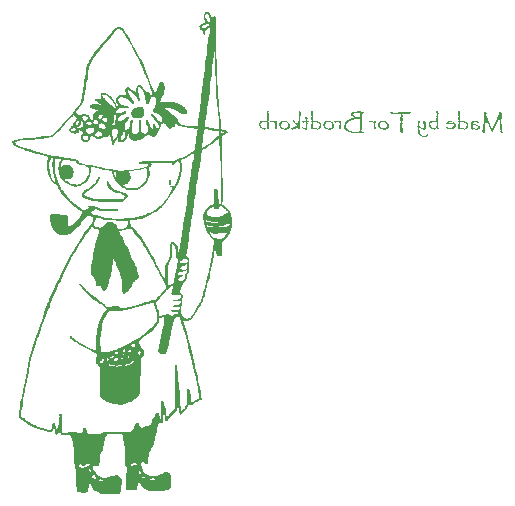
<source format=gbo>
G04*
G04 #@! TF.GenerationSoftware,Altium Limited,Altium Designer,23.4.1 (23)*
G04*
G04 Layer_Color=32896*
%FSLAX44Y44*%
%MOMM*%
G71*
G04*
G04 #@! TF.SameCoordinates,810E8BC2-B951-4309-8685-973D218C77A5*
G04*
G04*
G04 #@! TF.FilePolarity,Positive*
G04*
G01*
G75*
G36*
X238556Y126634D02*
X239250Y125940D01*
X239597Y125592D01*
X239945Y124551D01*
Y124203D01*
X240292Y123509D01*
X240639Y122815D01*
X240986Y122120D01*
X241334Y122467D01*
Y122815D01*
X241681Y123162D01*
X242375Y123509D01*
X243417D01*
X244459Y122815D01*
Y122120D01*
Y121078D01*
X244806Y118648D01*
Y117954D01*
Y116217D01*
Y113787D01*
Y110315D01*
Y109967D01*
Y109273D01*
Y107884D01*
Y106495D01*
Y104412D01*
Y101981D01*
Y96773D01*
Y90523D01*
X245153Y84273D01*
Y78023D01*
X245500Y72121D01*
Y71426D01*
Y69690D01*
Y66912D01*
X245847Y63440D01*
Y59621D01*
X246195Y55454D01*
X246542Y51288D01*
X246889Y47121D01*
Y46774D01*
Y45732D01*
X247236Y43996D01*
X247584Y41913D01*
X247931Y37399D01*
X248278Y35663D01*
Y33927D01*
Y33579D01*
Y32191D01*
X248625Y30454D01*
Y28719D01*
X248972Y28371D01*
X249667Y27677D01*
X250361Y27330D01*
X251403D01*
X252444Y26982D01*
X253833Y26288D01*
X254181Y25594D01*
X253833Y24899D01*
X252792Y24205D01*
X251056Y22816D01*
X249319Y21774D01*
Y13094D01*
Y12399D01*
Y10316D01*
Y8927D01*
Y7191D01*
X249667Y4760D01*
Y2330D01*
Y1983D01*
Y941D01*
Y-448D01*
Y-2184D01*
Y-6698D01*
Y-11906D01*
Y-12253D01*
Y-12948D01*
X250014Y-14337D01*
Y-16073D01*
X250361Y-19892D01*
Y-24406D01*
Y-24753D01*
Y-25447D01*
Y-27531D01*
Y-30309D01*
Y-31350D01*
Y-32392D01*
X249667Y-36558D01*
X251056D01*
X251750Y-37253D01*
X252792Y-37947D01*
X254181Y-39336D01*
X254528Y-39683D01*
X255222Y-40725D01*
X256264Y-42114D01*
X256958Y-43503D01*
Y-43850D01*
X257306Y-45239D01*
X257653Y-47322D01*
X258000Y-50100D01*
Y-50795D01*
Y-52531D01*
X257653Y-54614D01*
X256958Y-57044D01*
Y-57392D01*
X256264Y-58780D01*
X255917Y-60169D01*
X254875Y-61905D01*
X254528Y-62253D01*
X253833Y-63294D01*
X252444Y-64683D01*
X251056Y-66072D01*
X249319Y-67461D01*
Y-72322D01*
Y-72669D01*
Y-73016D01*
Y-74752D01*
X249667Y-76836D01*
Y-78225D01*
Y-78572D01*
X249319Y-78919D01*
X248625Y-79266D01*
X247931Y-79614D01*
X246889D01*
X246542Y-79266D01*
X245847D01*
X245500Y-78919D01*
X245153Y-78225D01*
X244806Y-77877D01*
Y-76836D01*
Y-75447D01*
Y-75100D01*
Y-74752D01*
Y-73016D01*
Y-72669D01*
Y-71975D01*
Y-71627D01*
X244459Y-71280D01*
Y-69892D01*
X243764Y-71280D01*
Y-71975D01*
Y-73016D01*
X243417Y-74405D01*
Y-74752D01*
X243070Y-76141D01*
X242722Y-77877D01*
X242375Y-80308D01*
Y-80655D01*
X242028Y-81350D01*
Y-82739D01*
X241681Y-84822D01*
X240986Y-87252D01*
X240292Y-90377D01*
X239597Y-93849D01*
X238903Y-98016D01*
Y-98363D01*
X238556Y-99752D01*
X237861Y-101835D01*
X237167Y-104266D01*
X236125Y-109474D01*
X235431Y-111905D01*
X234736Y-113988D01*
X234389Y-114335D01*
X233695Y-115724D01*
X233000Y-117460D01*
X232306Y-119196D01*
X231959Y-119544D01*
X231264Y-120933D01*
X230223Y-123016D01*
X228139Y-126141D01*
Y-126488D01*
X227445Y-126835D01*
X226403Y-128919D01*
X224667Y-131349D01*
X223278Y-133085D01*
X222931Y-133432D01*
X221889Y-133780D01*
X220500Y-134474D01*
X216681D01*
X217028Y-135168D01*
Y-135516D01*
X217376Y-136904D01*
Y-137252D01*
X218070Y-138641D01*
X218764Y-141071D01*
X219459Y-144196D01*
X220848Y-148710D01*
X222236Y-154265D01*
X223973Y-160863D01*
X226056Y-168849D01*
Y-169196D01*
X226403Y-169890D01*
Y-170932D01*
X226750Y-172321D01*
X227792Y-176487D01*
X228834Y-181001D01*
X229528Y-185862D01*
X230570Y-190723D01*
X231264Y-195237D01*
X231611Y-196973D01*
Y-198362D01*
X232306Y-201834D01*
X230223D01*
X229181Y-202529D01*
X228834D01*
X228486Y-202876D01*
X226750Y-203570D01*
X226403D01*
X226056Y-204265D01*
X224320Y-205306D01*
X223625D01*
X222931Y-205654D01*
X221889D01*
Y-205306D01*
Y-204612D01*
X221542Y-203223D01*
Y-200793D01*
X220848Y-203570D01*
Y-203918D01*
Y-204612D01*
Y-206348D01*
X220500Y-206695D01*
X219459Y-208431D01*
X219112Y-208779D01*
X218070Y-209820D01*
X215987Y-212598D01*
X215639Y-212945D01*
X215292Y-213293D01*
X214598Y-213640D01*
X214251Y-213987D01*
X213903D01*
X213556Y-213640D01*
Y-212945D01*
Y-212598D01*
X213209Y-211904D01*
Y-210515D01*
Y-208431D01*
Y-208084D01*
Y-206695D01*
Y-204959D01*
X212862Y-202876D01*
Y-202181D01*
X212514Y-201140D01*
Y-199404D01*
X212167Y-197668D01*
X211820Y-192807D01*
Y-200445D01*
Y-200793D01*
Y-201487D01*
Y-202876D01*
Y-204265D01*
Y-207390D01*
X211473Y-208431D01*
Y-209473D01*
Y-209820D01*
X211126Y-210168D01*
X210431Y-211209D01*
X209737Y-211904D01*
X209389Y-212251D01*
X208695Y-212598D01*
X207653Y-213640D01*
X206264Y-214681D01*
X205917Y-215029D01*
X205223Y-215723D01*
X204181Y-216765D01*
X203834Y-217806D01*
X203487Y-218501D01*
X203139Y-219195D01*
X201751D01*
X201404Y-218848D01*
Y-217806D01*
Y-217459D01*
Y-217112D01*
Y-215723D01*
Y-215376D01*
X201056Y-214681D01*
Y-212945D01*
X200015Y-210168D01*
Y-213293D01*
Y-213640D01*
X199667Y-214334D01*
X199320Y-216765D01*
Y-217112D01*
Y-217806D01*
Y-218501D01*
Y-219195D01*
Y-221278D01*
X196195D01*
X195848Y-221626D01*
X195501D01*
Y-221973D01*
X195154Y-222667D01*
Y-223362D01*
X194806Y-225098D01*
X194459Y-225792D01*
X194112Y-226487D01*
Y-226834D01*
Y-227181D01*
Y-228223D01*
X193765Y-229612D01*
Y-229959D01*
X193417Y-231001D01*
X192723Y-233431D01*
Y-233778D01*
X192376Y-235167D01*
X192029Y-236903D01*
X191681Y-238292D01*
Y-238639D01*
X190987Y-239334D01*
X190640Y-240723D01*
X189598Y-242806D01*
X189251Y-243500D01*
X188556Y-244889D01*
X187862Y-246973D01*
X187515Y-248709D01*
Y-249056D01*
X187167Y-250098D01*
X186820Y-251486D01*
Y-253570D01*
Y-254264D01*
X186473Y-255306D01*
X186126Y-255653D01*
Y-256000D01*
X185431Y-255653D01*
X185084Y-255306D01*
X184390Y-254959D01*
X184043Y-254611D01*
X183695Y-254264D01*
X183001Y-253917D01*
X181612D01*
X181265Y-254611D01*
X180918Y-254959D01*
Y-255306D01*
X181265Y-256000D01*
Y-256348D01*
X181612Y-257042D01*
Y-257389D01*
X181959Y-258778D01*
Y-259125D01*
X182306Y-260514D01*
X183001Y-261903D01*
X184043Y-263292D01*
X184390Y-263639D01*
X185431Y-263986D01*
X187167Y-265028D01*
X189598Y-265722D01*
X190640D01*
X193070Y-266070D01*
X193417D01*
X194112Y-265722D01*
X195501Y-265028D01*
X197584Y-264333D01*
X198279Y-263986D01*
X199667Y-263292D01*
X201404Y-262597D01*
X202792Y-262250D01*
X203487D01*
X204528Y-262945D01*
X205223Y-263639D01*
X205570Y-264333D01*
X205917Y-265028D01*
X206264Y-265722D01*
Y-266070D01*
Y-266417D01*
Y-267806D01*
Y-269542D01*
Y-270236D01*
Y-271625D01*
Y-273361D01*
X205917Y-275097D01*
Y-275445D01*
X205223Y-275792D01*
X204528Y-276833D01*
X203487Y-277528D01*
X203139D01*
X202445Y-277875D01*
X200362Y-278222D01*
X198973D01*
X197237Y-278570D01*
X188904D01*
X187515Y-278222D01*
X185779Y-277528D01*
X184390Y-276833D01*
X184043Y-276486D01*
X183348Y-276139D01*
X182306Y-274750D01*
X180918Y-273361D01*
X180570Y-273014D01*
X179876Y-271972D01*
X178834Y-270931D01*
X178487Y-270583D01*
X178140Y-270931D01*
Y-271625D01*
Y-273361D01*
Y-273708D01*
X177793Y-275097D01*
X177445Y-275445D01*
Y-276486D01*
Y-277875D01*
X168071Y-277528D01*
Y-270583D01*
Y-270236D01*
Y-268847D01*
Y-267458D01*
X168418Y-265375D01*
Y-264681D01*
Y-263639D01*
X168765Y-262250D01*
Y-260861D01*
Y-260514D01*
Y-259820D01*
X169112Y-258778D01*
Y-258431D01*
X168765Y-258084D01*
X168071Y-257736D01*
X167723D01*
Y-257389D01*
X167376Y-257042D01*
Y-256348D01*
Y-255306D01*
Y-254611D01*
Y-253917D01*
Y-252528D01*
Y-252181D01*
Y-251139D01*
Y-249403D01*
Y-247667D01*
Y-247320D01*
Y-246973D01*
Y-244889D01*
X167029Y-242112D01*
X166682Y-238292D01*
Y-237945D01*
X166334Y-237250D01*
X165987Y-235167D01*
X165640Y-232737D01*
X165293Y-231695D01*
Y-231001D01*
X164946Y-230653D01*
X164251Y-230306D01*
X163904D01*
X163209Y-229959D01*
X154876D01*
X153487Y-230306D01*
X153140D01*
X152446Y-230653D01*
X151751Y-231001D01*
X151057Y-232042D01*
X150710Y-232390D01*
Y-233084D01*
X150362Y-234126D01*
Y-234473D01*
X150015Y-235167D01*
X149668Y-236556D01*
X149321Y-238292D01*
Y-238639D01*
Y-239681D01*
X148974Y-242459D01*
Y-242806D01*
X148626Y-243500D01*
X147237Y-245584D01*
Y-245931D01*
X146890Y-246625D01*
X146543Y-249056D01*
Y-249403D01*
X146196Y-249750D01*
X145849Y-251139D01*
Y-252875D01*
Y-253223D01*
Y-253917D01*
X145501Y-256348D01*
X145154Y-257042D01*
Y-257736D01*
X144460D01*
X143418Y-257389D01*
X142029D01*
X141682Y-257042D01*
X140988D01*
X140640Y-256695D01*
X140293D01*
X139946Y-257042D01*
Y-257736D01*
Y-258084D01*
X140293Y-258778D01*
X140640Y-260167D01*
X141682Y-261556D01*
Y-261903D01*
X142376Y-262597D01*
X143071Y-263639D01*
X143765Y-264681D01*
X144113Y-265028D01*
X145154Y-265722D01*
X146890Y-266417D01*
X148974Y-267111D01*
X151057D01*
X153140Y-266764D01*
X155918Y-266070D01*
X156265D01*
X157654Y-265722D01*
X159043Y-265375D01*
X161126D01*
X162168Y-266070D01*
X162862Y-266764D01*
Y-267111D01*
X163557Y-267458D01*
X164598Y-269542D01*
Y-269889D01*
Y-270583D01*
Y-272320D01*
X164251Y-275097D01*
Y-275445D01*
Y-276139D01*
Y-277875D01*
X163904Y-278570D01*
X163209Y-279958D01*
X162862Y-281000D01*
X149668D01*
X147237Y-280653D01*
X146890D01*
X145849Y-279958D01*
X144113Y-279611D01*
X142376Y-278570D01*
X142029D01*
X141682Y-278222D01*
X140640Y-276833D01*
Y-276486D01*
X140293Y-276139D01*
X139599Y-274750D01*
X138904Y-273361D01*
X136821Y-269542D01*
X136474Y-274056D01*
Y-274403D01*
Y-274750D01*
X136126Y-276486D01*
Y-278222D01*
X135779Y-278917D01*
Y-279264D01*
X135432D01*
X135085Y-279611D01*
X133696Y-279958D01*
X130918D01*
X130224Y-279611D01*
X129182Y-279264D01*
X126752D01*
Y-278570D01*
Y-277875D01*
X126404Y-276139D01*
Y-275792D01*
X126057Y-274403D01*
Y-272320D01*
Y-269542D01*
Y-269195D01*
Y-268500D01*
Y-266070D01*
Y-263292D01*
Y-262250D01*
Y-261556D01*
Y-261209D01*
Y-260861D01*
Y-260514D01*
X125710Y-260167D01*
X125015D01*
X124668Y-259820D01*
Y-259473D01*
Y-259125D01*
Y-258084D01*
Y-256348D01*
X124321Y-254611D01*
Y-252875D01*
Y-252528D01*
Y-252181D01*
Y-249750D01*
Y-246625D01*
X123974Y-243153D01*
Y-242806D01*
Y-242459D01*
X123627Y-240028D01*
X122932Y-237250D01*
X122238Y-234126D01*
Y-233778D01*
X121890Y-233431D01*
X121543Y-232042D01*
Y-231695D01*
X121196Y-231348D01*
Y-231001D01*
X117377D01*
X115988Y-231348D01*
X114252D01*
X113210Y-231001D01*
Y-230653D01*
X112863Y-230306D01*
X112516Y-228223D01*
Y-227876D01*
Y-227181D01*
Y-226487D01*
X112168Y-226140D01*
X111821D01*
X111474Y-226487D01*
Y-227528D01*
X111127Y-228223D01*
X110780Y-229265D01*
X110432Y-229612D01*
X110085Y-230653D01*
X109738Y-231001D01*
X109391Y-231348D01*
X109044D01*
X108696Y-231001D01*
Y-230653D01*
X108349Y-229959D01*
Y-229612D01*
X108002Y-229265D01*
X107655Y-228223D01*
Y-227876D01*
Y-227528D01*
Y-226140D01*
Y-225792D01*
X107307Y-225445D01*
Y-225098D01*
X106960Y-225792D01*
X106613Y-226140D01*
X106266Y-227181D01*
X105919Y-227528D01*
X105571Y-228223D01*
X105224Y-228570D01*
X104877Y-228917D01*
X104182D01*
X103141Y-228570D01*
X102794D01*
X102099Y-228223D01*
X100710Y-227876D01*
X99321Y-227528D01*
X98974D01*
X98627Y-227181D01*
X96544Y-226834D01*
X94113Y-226140D01*
X91683Y-225098D01*
X90988Y-224751D01*
X89252Y-224056D01*
X86474Y-222320D01*
X82655Y-219890D01*
X77447Y-216417D01*
Y-213987D01*
Y-213640D01*
Y-213293D01*
X77794Y-212251D01*
Y-210515D01*
X78141Y-208779D01*
X78488Y-206695D01*
X78836Y-203918D01*
X79530Y-201140D01*
Y-200793D01*
X79877Y-199751D01*
X80224Y-198015D01*
X80572Y-195584D01*
X80919Y-192807D01*
X81613Y-189682D01*
X82308Y-185862D01*
X83349Y-182043D01*
X86127Y-166418D01*
X92377Y-146974D01*
Y-146627D01*
X92724Y-146279D01*
X93071Y-145238D01*
X93419Y-143849D01*
X94460Y-140724D01*
X95849Y-136557D01*
X97585Y-132044D01*
X98974Y-127182D01*
X100710Y-122321D01*
X102446Y-118155D01*
X102794Y-117808D01*
X103141Y-116071D01*
X104182Y-113988D01*
X105571Y-110863D01*
X106960Y-107391D01*
X109044Y-103224D01*
X111474Y-98710D01*
X113904Y-93502D01*
X114252Y-93155D01*
X114946Y-91766D01*
X115988Y-89683D01*
X117377Y-86558D01*
X119113Y-83086D01*
X121196Y-79266D01*
X123974Y-74752D01*
X126752Y-70239D01*
X127099Y-69544D01*
X128140Y-68155D01*
X129182Y-65725D01*
X130918Y-63294D01*
X132654Y-60169D01*
X134738Y-57392D01*
X136474Y-54961D01*
X137863Y-53225D01*
Y-52878D01*
X138557Y-52531D01*
X139599Y-51489D01*
Y-51142D01*
X139946Y-50795D01*
X140293Y-49753D01*
Y-49406D01*
X140640Y-48364D01*
Y-48017D01*
Y-47670D01*
X140988Y-47322D01*
Y-46975D01*
X140640D01*
X140293Y-46628D01*
X139599Y-46281D01*
X138557Y-45933D01*
X138210D01*
X137863Y-45586D01*
X136821Y-45239D01*
X136474Y-44892D01*
X136126D01*
X135779Y-45239D01*
X135085Y-45586D01*
X134738Y-46628D01*
X134390Y-46975D01*
X134043Y-47322D01*
X131960Y-49406D01*
Y-49753D01*
X131265Y-50100D01*
X129876Y-52183D01*
X127793Y-54614D01*
X125363Y-57044D01*
X124668Y-57392D01*
X123627Y-58433D01*
X122238Y-59822D01*
X120849Y-60517D01*
X120502D01*
X119460Y-61211D01*
X118071Y-61558D01*
X116335Y-61905D01*
X113557D01*
X112168Y-61558D01*
X111474Y-61211D01*
X110432Y-60517D01*
X108349Y-59128D01*
X106613Y-57044D01*
Y-56697D01*
X106266Y-56350D01*
X105224Y-54614D01*
X104530Y-52183D01*
X104182Y-49406D01*
Y-49058D01*
Y-48711D01*
Y-46975D01*
Y-46628D01*
Y-46281D01*
Y-44892D01*
X104877Y-44197D01*
X111474D01*
X113210Y-44545D01*
X116682D01*
X117377Y-44892D01*
X118766Y-45586D01*
Y-49753D01*
Y-50100D01*
Y-50795D01*
Y-52878D01*
Y-53225D01*
Y-53572D01*
Y-53919D01*
Y-54267D01*
X120154D01*
X121543Y-53919D01*
X121890Y-53572D01*
X122585Y-53225D01*
X124668Y-51489D01*
X125015Y-51142D01*
X125710Y-50100D01*
X127099Y-48711D01*
X128835Y-46628D01*
X129182Y-45933D01*
X129876Y-44892D01*
X130918Y-43503D01*
X131265Y-42461D01*
X130571Y-41767D01*
X130224D01*
X129876Y-41420D01*
X128488Y-40725D01*
X127793Y-40031D01*
X127099Y-39336D01*
X125710Y-38295D01*
X125363Y-37947D01*
X123974Y-36906D01*
X122238Y-35170D01*
X119807Y-32739D01*
X119460Y-32392D01*
X119113Y-32045D01*
X117377Y-30656D01*
X115641Y-28920D01*
X114252Y-27184D01*
X113904Y-26836D01*
X113210Y-25795D01*
X112168Y-24406D01*
X111474Y-23017D01*
X111127Y-22670D01*
X110780Y-21628D01*
X110432Y-20587D01*
X109738Y-19892D01*
X109391Y-19545D01*
X108002Y-18503D01*
X107655D01*
X106960Y-17809D01*
X105224Y-16420D01*
X104877Y-16073D01*
X104530Y-15031D01*
X103835Y-13295D01*
X102794Y-10864D01*
X102446Y-10170D01*
X102099Y-8781D01*
X101405Y-6351D01*
X101058Y-3573D01*
Y-3226D01*
Y-2878D01*
Y-1489D01*
Y594D01*
X101752Y2330D01*
Y2677D01*
X102099Y3024D01*
X102446Y3719D01*
Y4066D01*
Y4413D01*
X101752D01*
X101058Y4760D01*
X100710D01*
X100016Y5108D01*
X97933Y5802D01*
X97585D01*
X96891Y6149D01*
X95849D01*
X94460Y6496D01*
X92724Y7191D01*
X90294Y7885D01*
X85085Y9274D01*
X84738D01*
X83697Y9621D01*
X82308Y10316D01*
X80572Y10663D01*
X77447Y12052D01*
X76058Y12746D01*
X75363Y13094D01*
X75016Y13441D01*
X74322Y13788D01*
X73627Y14830D01*
X72933Y15524D01*
X72586Y15871D01*
X72238Y16219D01*
X71891Y16913D01*
Y17608D01*
X72586Y17955D01*
X73627Y18649D01*
X75711Y18996D01*
X76405Y19344D01*
X77099D01*
X78141Y19691D01*
X79877D01*
X81960Y20038D01*
X84391Y20385D01*
X87863D01*
X88905Y20732D01*
X90294D01*
X93766Y21427D01*
X97933Y21774D01*
X98974D01*
X101058Y22121D01*
X103488Y22469D01*
X104530Y22816D01*
X105224D01*
X105919Y23163D01*
X106266Y23857D01*
X107655Y24899D01*
X109044Y26635D01*
X111127Y28719D01*
X113904Y31496D01*
X114252Y31843D01*
X115293Y32885D01*
X116682Y34621D01*
X118418Y36704D01*
X122932Y41913D01*
X127099Y46774D01*
X127446Y47121D01*
X128140Y48163D01*
X129182Y49204D01*
X129876Y50593D01*
Y50940D01*
X130224Y51982D01*
X130571Y54065D01*
X131265Y56496D01*
Y56843D01*
Y57885D01*
X131613Y59621D01*
X131960Y61704D01*
X132307Y64135D01*
X132654Y66912D01*
X133696Y73510D01*
Y73857D01*
X134043Y74899D01*
X134390Y76634D01*
X134738Y78371D01*
X135432Y82190D01*
X136126Y83926D01*
X136474Y84968D01*
X136821Y85315D01*
X137168Y86704D01*
X138210Y88093D01*
X139599Y90176D01*
X139946Y90871D01*
X140988Y92259D01*
X143071Y95037D01*
X145849Y98162D01*
X146543Y98856D01*
X147932Y100245D01*
X149668Y102329D01*
X151751Y104759D01*
X152099Y105454D01*
X153140Y106495D01*
X154529Y108579D01*
X155918Y110315D01*
X156265Y110662D01*
X156960Y111704D01*
X158348Y112745D01*
X159390Y113440D01*
X159737D01*
X160084Y113787D01*
X161126Y114134D01*
X163209D01*
X164598Y113787D01*
X164946Y113440D01*
X165640Y113092D01*
X166334Y112051D01*
X166682Y111704D01*
X167376Y110315D01*
X169112Y108231D01*
X169807Y106495D01*
X171196Y104412D01*
Y104065D01*
X171890Y103370D01*
X172584Y101981D01*
X173279Y100593D01*
X174321Y98509D01*
X175709Y96079D01*
X178487Y90871D01*
Y90523D01*
X179181Y89829D01*
X179529Y88440D01*
X180570Y87051D01*
X182306Y83579D01*
X184043Y79759D01*
Y79412D01*
X184390Y79065D01*
X184737Y78023D01*
X185084Y76634D01*
X185779Y74899D01*
X186820Y72468D01*
X187515Y70037D01*
X188556Y67260D01*
X188904Y66912D01*
X189598Y65524D01*
X190292Y63787D01*
X191334Y62051D01*
Y61704D01*
X191681Y61010D01*
X192029Y59968D01*
Y59621D01*
X192723Y57885D01*
X193070Y59621D01*
X193417Y59968D01*
X194112Y61010D01*
Y61357D01*
X194459Y61704D01*
X195154Y63440D01*
Y63787D01*
Y64135D01*
X195848Y65524D01*
X196542Y66912D01*
X197584Y67954D01*
X198279Y68301D01*
X198973Y67954D01*
X200015Y67260D01*
X200362Y66912D01*
X200709Y65871D01*
Y65176D01*
X201056Y64482D01*
Y63440D01*
Y63093D01*
Y62051D01*
X200709Y59274D01*
Y58926D01*
X200015Y57885D01*
X198973Y55802D01*
X197584Y52677D01*
X196542Y50593D01*
X198973D01*
X200362Y50940D01*
X205570D01*
X206959Y50593D01*
X209042D01*
X210778Y50246D01*
X211473Y49899D01*
X212862Y49552D01*
X215292Y48510D01*
X217376Y46774D01*
X217723Y46427D01*
X218417Y45385D01*
X219459Y43649D01*
X219806Y41913D01*
Y41218D01*
X219459Y40524D01*
X217723D01*
X215987Y40871D01*
X215639D01*
X214945Y41565D01*
X213556Y41913D01*
X211820Y42954D01*
X211126Y43302D01*
X210084Y43996D01*
X208695Y44690D01*
X207306Y45038D01*
X206959D01*
X206264Y45385D01*
X205223Y45732D01*
X201056D01*
X201404Y45385D01*
X202445Y44690D01*
X203139Y44343D01*
X204181Y42954D01*
X204876Y42607D01*
X206264Y41565D01*
X208001Y40177D01*
X210084Y38788D01*
X210431Y38441D01*
X211126Y37399D01*
X211820Y36010D01*
X212514Y34621D01*
Y34274D01*
X213209Y33927D01*
X214251Y32538D01*
X214598Y32191D01*
X214945Y31496D01*
X215639D01*
X217028Y31149D01*
X219806Y30802D01*
X223625Y30454D01*
X228139D01*
X228834Y30802D01*
X229181Y31149D01*
Y31843D01*
X229528Y33232D01*
Y34621D01*
Y36010D01*
X229875Y38093D01*
X230223Y40524D01*
X230570Y43302D01*
X230917Y46774D01*
X231264Y50593D01*
X231959Y55454D01*
X232653Y60662D01*
X233347Y66565D01*
Y66912D01*
Y67954D01*
X233695Y69690D01*
X234042Y72121D01*
X234389Y74551D01*
X234736Y77676D01*
X235431Y84621D01*
X236472Y91565D01*
X237167Y98509D01*
X237514Y101634D01*
X237861Y104412D01*
X238209Y106495D01*
X238556Y108231D01*
Y108579D01*
X238903Y109620D01*
X239250Y112398D01*
Y112745D01*
Y113440D01*
X239597Y113787D01*
Y114134D01*
X238903Y113440D01*
X238556D01*
X238209Y113092D01*
X237167Y112745D01*
X236820D01*
X236125Y112051D01*
X235778Y111704D01*
X235431Y111009D01*
X235084Y110662D01*
Y109620D01*
Y109273D01*
X234736Y108926D01*
Y108231D01*
X234389Y107884D01*
X234042Y108231D01*
X233347Y108579D01*
X233000Y109620D01*
Y109967D01*
Y110315D01*
Y111009D01*
X232653Y111356D01*
X232306Y111704D01*
X231959D01*
X231264Y112051D01*
X230917Y112745D01*
Y113092D01*
X230570Y113440D01*
X230223Y114829D01*
Y115176D01*
X230917Y115870D01*
X231611Y116565D01*
X231959Y116912D01*
X232306Y117259D01*
X234042Y117954D01*
X235431Y118648D01*
X235084Y120037D01*
X234736Y120384D01*
X234389Y121078D01*
X234042Y122120D01*
Y123509D01*
Y123856D01*
Y124898D01*
X234389Y125592D01*
X234736Y126287D01*
X235084Y126634D01*
X236125Y126981D01*
X238209D01*
X238556Y126634D01*
D02*
G37*
G36*
X366281Y42869D02*
X366302D01*
X366468Y42849D01*
X366614Y42828D01*
X366718D01*
X366781Y42807D01*
X367281D01*
X367343Y42786D01*
X367364D01*
X367510Y42724D01*
X367614Y42682D01*
X367697Y42640D01*
X367760Y42620D01*
X367843Y42599D01*
X367864D01*
X367926Y42620D01*
X367968D01*
X368051Y42640D01*
X368135D01*
X368218Y42661D01*
X368343D01*
X368447Y42640D01*
X368551Y42620D01*
X368572Y42599D01*
X368634D01*
X368676Y42578D01*
X368801Y42557D01*
X368926Y42536D01*
X368947Y42515D01*
X368968D01*
Y42390D01*
X368988Y42369D01*
X369030Y42349D01*
X369093Y42328D01*
X369114Y42307D01*
X369155Y42286D01*
X369197Y42203D01*
X369259Y42099D01*
X369301Y41974D01*
X369343Y41849D01*
X369363Y41745D01*
X369405Y41661D01*
Y41641D01*
X369259Y41599D01*
X369155Y41578D01*
X369114Y41557D01*
X369093D01*
X368593Y41641D01*
X368509D01*
X368460Y41657D01*
X368468Y41641D01*
X368489Y41578D01*
Y41495D01*
Y41474D01*
Y41453D01*
Y41328D01*
X368468Y41182D01*
X368426Y40891D01*
Y40766D01*
X368405Y40662D01*
X368385Y40599D01*
Y40578D01*
X368364Y40391D01*
X368322Y40183D01*
X368301Y39995D01*
Y39912D01*
Y39849D01*
Y39808D01*
Y39787D01*
X368031Y39808D01*
X368072Y39787D01*
Y39724D01*
Y39704D01*
X368093D01*
X368114Y39683D01*
X368135Y39662D01*
X368155Y39641D01*
Y39537D01*
Y39454D01*
X368176Y39412D01*
X368239Y39287D01*
X368260Y39162D01*
X368280Y39079D01*
Y39058D01*
Y38975D01*
X368260Y38850D01*
X368239Y38704D01*
X368197Y38537D01*
X368176Y38371D01*
X368155Y38225D01*
X368135Y38142D01*
Y38100D01*
X368176Y37725D01*
X368135Y37537D01*
Y37287D01*
X368114Y36809D01*
X368135Y36683D01*
X368155Y36579D01*
Y36538D01*
Y36517D01*
X368135Y36434D01*
X368114Y36329D01*
X368031Y36100D01*
X367989Y36017D01*
X367947Y35934D01*
X367906Y35871D01*
Y35850D01*
X367718Y35975D01*
X367760Y35913D01*
Y35892D01*
Y35850D01*
Y35788D01*
X367780Y35725D01*
Y35705D01*
X367697Y35621D01*
X367656Y35607D01*
X367739Y35580D01*
X367864Y35517D01*
X367968Y35475D01*
X367989Y35455D01*
X368010D01*
X367989Y34976D01*
X368031Y34934D01*
X368010Y34746D01*
X367989Y34580D01*
X367968Y34455D01*
X367947Y34372D01*
Y34309D01*
Y34267D01*
Y34247D01*
Y34226D01*
Y34142D01*
X367968Y34038D01*
Y33913D01*
X367989Y33768D01*
Y33663D01*
X368010Y33580D01*
Y33559D01*
X367989Y33455D01*
X367906Y33393D01*
X367843Y33372D01*
X367947D01*
Y33080D01*
Y32685D01*
X368010Y31976D01*
X367989Y31810D01*
X367968Y31664D01*
X367947Y31539D01*
Y31497D01*
Y31477D01*
X367906Y31351D01*
X367864Y31268D01*
X367822Y31206D01*
X367801Y31185D01*
X367780Y31143D01*
X367760Y31060D01*
X367739Y30997D01*
X367843Y30893D01*
X367906Y30768D01*
X367926Y30685D01*
Y30664D01*
Y30643D01*
Y30581D01*
Y30539D01*
Y30498D01*
X367906Y30310D01*
X367885Y30143D01*
X367864Y30018D01*
Y29998D01*
Y29977D01*
X367784Y29908D01*
X367885Y29894D01*
X367906Y29789D01*
X367926Y29685D01*
X367947Y29560D01*
X367968Y29498D01*
Y29477D01*
X367989Y29415D01*
Y29394D01*
Y29373D01*
X368010Y29352D01*
Y29310D01*
X368072Y29185D01*
X368114Y29060D01*
X368135Y29040D01*
Y29019D01*
X367281Y28811D01*
X368155Y28561D01*
X368114Y28394D01*
X368072Y28290D01*
X368051Y28186D01*
X368031Y28123D01*
X368010Y28102D01*
Y28082D01*
Y28061D01*
Y27915D01*
Y27457D01*
X368072Y27311D01*
X368114Y27207D01*
X368135Y27144D01*
Y27123D01*
X368114Y27019D01*
X368093Y26936D01*
X367989Y26811D01*
X367885Y26748D01*
X367864Y26728D01*
X367322D01*
X368114Y26644D01*
X368093Y26228D01*
Y26207D01*
X368114Y26186D01*
X368135Y26165D01*
X368155Y26144D01*
X368197Y26082D01*
X368218Y26040D01*
X368239Y26020D01*
X368947Y25749D01*
X369093Y25666D01*
X369239Y25582D01*
X369322Y25520D01*
X369363Y25478D01*
X369426Y25415D01*
X369447Y25353D01*
X369468Y25291D01*
Y25270D01*
X369447Y25145D01*
X369363Y25041D01*
X369259Y24978D01*
X369134Y24916D01*
X369009Y24895D01*
X368905Y24874D01*
X368759D01*
X368676Y24895D01*
X368509Y24916D01*
X368426D01*
X368364Y24936D01*
X368301D01*
X368280Y24916D01*
X367447Y24895D01*
X367052Y24853D01*
X366822Y24874D01*
X366698D01*
X366593Y24853D01*
X366343D01*
X366218Y24832D01*
X366093Y24791D01*
X366010Y24770D01*
X365969Y24749D01*
X365677Y24770D01*
X365531Y24687D01*
X365302Y24624D01*
X365115Y24582D01*
X364990Y24562D01*
X364885Y24541D01*
X364823Y24520D01*
X364740D01*
X364677Y24541D01*
X364552Y24582D01*
X364427Y24603D01*
X364406Y24624D01*
X364386D01*
X364240Y24687D01*
X364156Y24749D01*
X364120Y24767D01*
X364177Y24520D01*
X363615Y24374D01*
X361678Y24416D01*
X361532Y24666D01*
X361511Y24645D01*
X361470D01*
X361428Y24624D01*
X361407D01*
X361136Y24416D01*
X360886Y24499D01*
X360678Y24562D01*
X360574Y24582D01*
X360512D01*
X360470Y24603D01*
X360449D01*
X360303Y24645D01*
X360220Y24687D01*
X360158Y24728D01*
X360137Y24749D01*
X360116Y24791D01*
X360095Y24811D01*
X360053Y24791D01*
X359907Y24770D01*
X359762Y24728D01*
X359720Y24707D01*
X359678D01*
X359658Y24728D01*
X359533Y24791D01*
X359428Y24853D01*
X359408Y24874D01*
X359387D01*
X359324Y24895D01*
X359220Y24916D01*
X359137Y24936D01*
X359095D01*
X359012Y24957D01*
X358908Y24978D01*
X358804Y24999D01*
X358762D01*
X358679Y25166D01*
X358574Y25207D01*
X358512Y25166D01*
X358429Y25145D01*
X358387Y25124D01*
X358366D01*
X358283Y25145D01*
X358200Y25166D01*
X358137Y25186D01*
X358116Y25207D01*
X358075Y25228D01*
X358033Y25249D01*
X357887Y25291D01*
X357783Y25332D01*
X357741Y25353D01*
X357721D01*
X357617Y25395D01*
X357512Y25436D01*
X357429Y25478D01*
X357408D01*
X357200Y25582D01*
X357033Y25645D01*
X356908Y25707D01*
X356804Y25749D01*
X356742Y25770D01*
X356700Y25790D01*
X356658D01*
X356408Y25832D01*
X356221Y25895D01*
X356075Y25936D01*
X355950Y25978D01*
X355888Y26020D01*
X355825Y26061D01*
X355804Y26082D01*
X355763Y26165D01*
X355721Y26249D01*
Y26290D01*
Y26311D01*
Y26415D01*
X355742Y26499D01*
X355784Y26540D01*
X355804Y26582D01*
X355763D01*
X355700Y26603D01*
X355617Y26624D01*
X355555Y26644D01*
X355534D01*
X355388Y26519D01*
X355075Y26644D01*
X354826Y26769D01*
X354617Y26894D01*
X354471Y26999D01*
X354347Y27082D01*
X354284Y27144D01*
X354242Y27186D01*
X354221Y27207D01*
X354180Y27290D01*
X354138Y27352D01*
X354096Y27436D01*
X354076Y27478D01*
X354055D01*
X354034Y27498D01*
X353930Y27561D01*
X353847Y27603D01*
X353805Y27623D01*
X353597Y27832D01*
X353388Y27977D01*
X353180Y28269D01*
X353034Y28498D01*
X352909Y28665D01*
X352847Y28790D01*
X352805Y28873D01*
X352763Y28915D01*
Y28956D01*
Y28998D01*
Y29060D01*
X352784Y29144D01*
Y29165D01*
Y29206D01*
Y29227D01*
Y29310D01*
Y29415D01*
Y29498D01*
Y29519D01*
X352847Y29560D01*
X352865Y29551D01*
X353516Y32701D01*
X353513Y32705D01*
X353430Y32830D01*
X353368Y32914D01*
X353326Y32955D01*
X353451Y33184D01*
X353576Y33414D01*
X353638Y33497D01*
X353701Y33559D01*
X353722Y33601D01*
X353742Y33622D01*
X353805Y33726D01*
X353867Y33788D01*
X353951Y33893D01*
X353972Y33955D01*
X353992D01*
X354055Y33997D01*
X354138Y34059D01*
X354201Y34080D01*
X354221Y34101D01*
X354347Y34247D01*
X354617Y34455D01*
X354846Y34601D01*
X355013Y34726D01*
X355117Y34788D01*
X355200Y34830D01*
X355263Y34871D01*
X355284D01*
X355304Y34830D01*
X355325Y34767D01*
Y34746D01*
X355429D01*
Y34767D01*
X355409Y34809D01*
X355367Y34851D01*
X355284Y34871D01*
Y34892D01*
X355388Y35017D01*
X355471Y35121D01*
X355596Y35246D01*
X355680Y35330D01*
X355700Y35350D01*
X355846Y35455D01*
X356013Y35559D01*
X356367Y35809D01*
X356533Y35913D01*
X356658Y35996D01*
X356742Y36059D01*
X356783Y36079D01*
X356929Y36163D01*
X357075Y36246D01*
X357304Y36309D01*
X357387Y36329D01*
X357450Y36350D01*
X357491D01*
X357596Y36329D01*
X357679Y36309D01*
X357721Y36267D01*
Y36246D01*
X357762Y36350D01*
X357825Y36267D01*
X357804Y36309D01*
X358054Y36434D01*
X358096Y36517D01*
X358137Y36600D01*
X358220Y36683D01*
X358283Y36725D01*
X358325D01*
X358387Y36746D01*
X358470Y36788D01*
X358679Y36871D01*
X358783Y36892D01*
X358845Y36933D01*
X358908Y36954D01*
X358929D01*
X359137Y37017D01*
X359324Y37058D01*
X359428D01*
X359491Y37079D01*
X359553D01*
X359616Y36933D01*
X359658Y36829D01*
X359699Y36746D01*
Y36725D01*
Y36704D01*
X359720Y36642D01*
Y36704D01*
X359699Y36746D01*
Y36809D01*
X359678Y36933D01*
Y37017D01*
Y37058D01*
X359887Y37183D01*
X360053Y37246D01*
X360137Y37287D01*
X360178D01*
X360428Y37371D01*
X360699Y37454D01*
X360803Y37475D01*
X360886Y37517D01*
X360949Y37537D01*
X360970D01*
X361241Y37621D01*
X361470Y37662D01*
X361553D01*
X361595Y37683D01*
X361657D01*
X361844Y37704D01*
X361553Y37850D01*
X361282Y37975D01*
X361011Y38100D01*
X360886Y38162D01*
X360803Y38204D01*
X360741Y38225D01*
X360720Y38246D01*
X360699Y38266D01*
X360636Y38287D01*
X360532Y38350D01*
X360407Y38412D01*
X360387Y38433D01*
X360366D01*
Y38662D01*
X360033D01*
X359949Y38766D01*
X359845Y38891D01*
X359616Y39120D01*
X359491Y39225D01*
X359408Y39308D01*
X359345Y39370D01*
X359324Y39391D01*
X359033Y39870D01*
X358866Y40120D01*
X358741Y40349D01*
X358658Y40557D01*
X358595Y40724D01*
X358554Y40870D01*
X358533Y40974D01*
Y41037D01*
Y41057D01*
Y41203D01*
X358574Y41349D01*
X358658Y41557D01*
X358699Y41641D01*
X358741Y41703D01*
X358762Y41724D01*
X358783Y41745D01*
X358825Y41786D01*
X358908Y41828D01*
X359116Y41911D01*
X359220Y41953D01*
X359304Y41995D01*
X359366Y42016D01*
X359387D01*
X359720Y42140D01*
X359991Y42224D01*
X360199Y42307D01*
X360366Y42349D01*
X360470Y42369D01*
X360553Y42390D01*
X360720D01*
X360761Y42369D01*
X360782D01*
X360866Y42432D01*
X360949Y42495D01*
X361032Y42515D01*
X361053Y42536D01*
X361116D01*
X361199Y42557D01*
X361303D01*
X361907Y42620D01*
X362240D01*
X362469Y42661D01*
X362678Y42682D01*
X362865Y42703D01*
X363032Y42724D01*
X363157D01*
X363261Y42744D01*
X363344D01*
X363615Y42765D01*
X363907Y42786D01*
X364031Y42807D01*
X364136Y42828D01*
X364219D01*
X364386Y42744D01*
X364531Y42682D01*
X364656Y42640D01*
X364677Y42620D01*
X364698D01*
X364740Y42536D01*
X364865D01*
X364885Y42557D01*
X364906Y42578D01*
X364969Y42682D01*
X365031Y42765D01*
X365052Y42786D01*
Y42807D01*
X365177Y42786D01*
X365364D01*
X365427Y42765D01*
X365510D01*
X365635Y42786D01*
X365698Y42807D01*
X365718D01*
X365927Y42849D01*
X366073Y42890D01*
X366260D01*
X366281Y42869D01*
D02*
G37*
G36*
X408041Y42557D02*
X408270Y42495D01*
X408374Y42453D01*
X408437Y42411D01*
X408478Y42390D01*
X408499D01*
X408708Y42265D01*
X408895Y42182D01*
X409062Y42099D01*
X409187Y42036D01*
X409270Y41995D01*
X409332Y41974D01*
X409374Y41953D01*
X409395D01*
X409457Y41828D01*
X409520Y41765D01*
X409541Y41724D01*
X409562Y41703D01*
X409666Y41578D01*
X409707Y41495D01*
X409728Y41411D01*
Y41391D01*
X409707Y41307D01*
Y41266D01*
X409687Y41245D01*
X409666Y41203D01*
X409624Y41161D01*
Y41141D01*
X409436Y41161D01*
X409312D01*
X409187Y41182D01*
X408916D01*
X408770Y41141D01*
X408666Y41120D01*
X408562Y41099D01*
X408499D01*
X408416Y41078D01*
X407604D01*
X407479Y41099D01*
X407374Y41120D01*
X407291D01*
X407229Y41141D01*
X407125D01*
X407062Y41120D01*
X406916Y41099D01*
X406833Y41078D01*
X406750D01*
X406708Y41057D01*
X406687D01*
X406292Y41224D01*
X406146Y41287D01*
X406062Y41349D01*
X405646Y41182D01*
X405375D01*
X405313Y41161D01*
X405229Y41141D01*
X405146Y41099D01*
X405125Y41078D01*
X405042Y41099D01*
X405000Y41120D01*
X404938Y41141D01*
X404917D01*
X404209Y41078D01*
X404063Y41099D01*
X403959Y41120D01*
X403896D01*
X403834Y41141D01*
X403750D01*
X403521Y41120D01*
X403042D01*
X402876Y41099D01*
X402751D01*
X402667Y41078D01*
X402605D01*
X402542Y41057D01*
X402522Y40974D01*
X402501Y40891D01*
X402417Y40807D01*
X402334Y40766D01*
X402293Y40745D01*
X402063Y40703D01*
X401897Y40662D01*
X401876D01*
X402105Y40516D01*
X402272Y40370D01*
X402376Y40245D01*
X402438Y40141D01*
X402480Y40058D01*
X402501Y40016D01*
Y39995D01*
Y39974D01*
X402480Y39953D01*
X402459Y39933D01*
Y39912D01*
X402438Y39849D01*
X402417Y39787D01*
X402376Y39724D01*
Y39704D01*
X402459Y39579D01*
X402501Y39474D01*
X402522Y39391D01*
Y39370D01*
X402501Y39204D01*
X402480Y39058D01*
X402438Y38954D01*
X402397Y38850D01*
X402355Y38766D01*
X402313Y38704D01*
X402272Y38683D01*
Y38662D01*
X402293Y38621D01*
Y38558D01*
Y38516D01*
Y38496D01*
X402272Y38412D01*
Y38371D01*
X402230Y38266D01*
X402209Y38204D01*
X402188Y38142D01*
Y38100D01*
X402168Y38079D01*
X402209Y38058D01*
X402272Y38017D01*
X402334Y37954D01*
X402376Y37933D01*
X402272Y37808D01*
X402188Y37704D01*
X402126Y37621D01*
X402063Y37558D01*
X401959Y37475D01*
X401938Y37454D01*
X401855Y37413D01*
X401772Y37371D01*
X401730Y37357D01*
X401751Y37350D01*
X401834Y37329D01*
X401855Y37308D01*
X402022Y37225D01*
X402147Y37142D01*
X402230Y37058D01*
X402293Y36975D01*
X402334Y36913D01*
X402355Y36850D01*
Y36829D01*
Y36809D01*
Y35080D01*
X402376Y34746D01*
X402272Y34684D01*
X402209Y34642D01*
X402168Y34622D01*
X402209Y34580D01*
Y34559D01*
Y34538D01*
X402251Y34392D01*
X402272Y34309D01*
Y34247D01*
Y34226D01*
Y34184D01*
X402251Y34101D01*
X402209Y33934D01*
X402188Y33851D01*
X402168Y33788D01*
X402147Y33747D01*
Y33726D01*
X402168Y33622D01*
X402188Y33538D01*
Y33518D01*
Y33497D01*
X402230Y33393D01*
X402251Y33289D01*
X402272Y33184D01*
X402293Y33122D01*
Y33101D01*
Y33039D01*
Y32976D01*
Y32893D01*
Y32872D01*
X402230Y32476D01*
X402209Y32372D01*
Y32289D01*
X402188Y32226D01*
Y32185D01*
Y32143D01*
Y32018D01*
X402209Y31914D01*
X402230Y31831D01*
Y31789D01*
X402251Y31622D01*
X402272Y31497D01*
Y31435D01*
Y31414D01*
Y29977D01*
X402313Y29560D01*
X402168D01*
X402147Y29539D01*
X402168Y29477D01*
Y29415D01*
Y29373D01*
Y29352D01*
X402147Y29290D01*
Y29269D01*
X402293Y29123D01*
Y28915D01*
Y28727D01*
X402313Y28623D01*
Y28561D01*
Y28519D01*
Y28498D01*
Y28040D01*
X402355Y27623D01*
Y27603D01*
X402334Y27478D01*
X402251Y27394D01*
X402188Y27352D01*
X402168Y27332D01*
X402293Y27248D01*
X402355Y27186D01*
X402397Y27103D01*
X402417Y27082D01*
X402438Y27019D01*
X402459Y26957D01*
X402480Y26790D01*
Y26665D01*
Y26624D01*
Y26603D01*
X402501Y26353D01*
X402542Y25874D01*
X402605Y25603D01*
Y25332D01*
X402626Y25228D01*
X402647Y25145D01*
X402667Y25041D01*
X402688Y24999D01*
Y24978D01*
X402667Y24895D01*
X402647Y24811D01*
X402542Y24666D01*
X402438Y24541D01*
X402417Y24499D01*
X402397Y24478D01*
X402272Y24520D01*
X402126Y24603D01*
X401834Y24749D01*
X401709Y24811D01*
X401605Y24874D01*
X401543Y24916D01*
X401522Y24936D01*
X401501Y24916D01*
X401314D01*
X401126Y25103D01*
X401085Y25124D01*
X401043Y25145D01*
X401001Y25166D01*
X400980D01*
X400793Y25228D01*
X400647Y25291D01*
X400585Y25311D01*
X400564Y25332D01*
X400522Y25374D01*
X400501Y25457D01*
X400439Y25624D01*
X400418Y25707D01*
Y25790D01*
X400397Y25832D01*
Y25853D01*
X400439Y25999D01*
X400460Y26124D01*
X400501Y26207D01*
Y26270D01*
X400522Y26332D01*
Y26353D01*
Y26457D01*
X400501Y26540D01*
Y26603D01*
Y26624D01*
X400460Y26874D01*
X400439Y27061D01*
Y27228D01*
X400418Y27332D01*
Y27415D01*
Y27457D01*
Y27498D01*
X400439Y27707D01*
Y27873D01*
Y28019D01*
X400460Y28102D01*
Y28186D01*
Y28227D01*
Y28248D01*
Y28290D01*
Y28311D01*
X400439Y28415D01*
X400418Y28477D01*
Y28519D01*
Y28581D01*
X400439Y28644D01*
X400460Y28727D01*
X400480Y28748D01*
Y28790D01*
X400501Y28831D01*
Y28977D01*
X400522Y29081D01*
Y29123D01*
Y29144D01*
X400855Y29060D01*
Y29081D01*
X400835D01*
X400814Y29102D01*
X400730D01*
X400668Y29123D01*
X400626D01*
X400501Y29269D01*
X400522Y29373D01*
Y29456D01*
Y29498D01*
Y29519D01*
Y29560D01*
X400501Y29623D01*
X400439Y29769D01*
X400397Y29894D01*
X400376Y29935D01*
Y29956D01*
X400397Y30060D01*
X400418Y30123D01*
X400460Y30227D01*
X400480Y30289D01*
Y30331D01*
Y30414D01*
Y30602D01*
X400501Y30685D01*
Y30768D01*
Y30810D01*
Y30831D01*
X400522Y31143D01*
Y31185D01*
Y31247D01*
X400501Y31351D01*
X400480Y31560D01*
Y31664D01*
X400460Y31747D01*
Y31810D01*
Y31831D01*
X400564Y31872D01*
X400543Y31935D01*
Y31955D01*
Y32101D01*
X400564Y32143D01*
Y32164D01*
X400585Y32351D01*
Y32455D01*
Y32518D01*
Y32539D01*
Y32559D01*
X400564Y32601D01*
X400522Y32705D01*
X400501Y32810D01*
X400480Y32830D01*
Y32851D01*
X400730Y32976D01*
X400918Y33080D01*
X401064Y33164D01*
X401147Y33268D01*
X401209Y33330D01*
X401230Y33393D01*
X401251Y33414D01*
Y33434D01*
X401209Y33559D01*
X401126Y33684D01*
X401001Y33830D01*
X400835Y33955D01*
X400689Y34080D01*
X400564Y34184D01*
X400480Y34247D01*
X400439Y34267D01*
X400710Y34497D01*
Y34767D01*
X400876Y34851D01*
X400855Y34871D01*
X400751Y34892D01*
X400689Y34913D01*
X400668Y34934D01*
X400605Y34976D01*
X400543Y35038D01*
X400480Y35163D01*
X400460Y35288D01*
Y35309D01*
Y35330D01*
Y35350D01*
Y35371D01*
Y35475D01*
X400480Y35559D01*
Y35600D01*
X400501Y35746D01*
Y35913D01*
X400522Y36038D01*
Y36059D01*
Y36079D01*
X400543Y36538D01*
X400564Y36767D01*
X400585Y36954D01*
Y37100D01*
X400605Y37204D01*
Y37287D01*
Y37329D01*
Y37371D01*
Y37475D01*
X400585Y37558D01*
Y37600D01*
Y37621D01*
X400564Y37808D01*
X400543Y37912D01*
Y37975D01*
Y37996D01*
X400564Y38121D01*
X400605Y38246D01*
X400668Y38350D01*
X400689Y38371D01*
Y38391D01*
X400876Y38475D01*
X400751D01*
X400730Y38579D01*
X400710Y38662D01*
X400689Y38766D01*
X400668Y38808D01*
Y38829D01*
X400585Y38954D01*
X400543Y39037D01*
X400522Y39079D01*
Y39100D01*
X400543Y39183D01*
X400585Y39245D01*
X400730Y39350D01*
X400876Y39433D01*
X400918Y39454D01*
X400939D01*
X401085Y39516D01*
X401189Y39558D01*
X401272Y39599D01*
X401314Y39641D01*
X401376Y39704D01*
Y39724D01*
X401355Y39766D01*
X401314Y39808D01*
X401293Y39849D01*
X401272Y39870D01*
X401126Y40037D01*
X401043Y40141D01*
X401001Y40183D01*
Y40203D01*
X400918Y40328D01*
X400876Y40433D01*
X400835Y40495D01*
X400793Y40557D01*
X400772Y40599D01*
X400647Y40724D01*
X400543Y40807D01*
X400480Y40891D01*
X400418Y40974D01*
X400387Y41037D01*
X400168D01*
X400001Y41016D01*
X399752D01*
X399668Y40995D01*
X399439D01*
X399356Y41016D01*
X399293Y41037D01*
X399272D01*
X399231Y41057D01*
X399189D01*
X398793Y41016D01*
X398585D01*
X398273Y40953D01*
X398044Y41287D01*
X397544Y40953D01*
X397127Y40995D01*
X396960D01*
X396815Y40974D01*
X396398D01*
X396294Y40953D01*
X395815D01*
X395586Y40974D01*
X395419Y40995D01*
X395294Y41016D01*
X395211Y41037D01*
X394899D01*
X394815Y41016D01*
X394794D01*
X394586Y40974D01*
X394440Y40953D01*
X394357Y40932D01*
X394253D01*
X394128Y40953D01*
X394024Y40974D01*
X393774D01*
X393649Y40953D01*
X393524Y40932D01*
X393503Y40912D01*
X393482D01*
X393357Y40891D01*
X393295D01*
X393107Y40912D01*
X392941Y40953D01*
X392816Y40995D01*
X392795Y41016D01*
X392774D01*
X392628Y41099D01*
X392524Y41161D01*
X392482Y41182D01*
X392462Y41203D01*
X392212Y41536D01*
X392191D01*
X392108Y41578D01*
X392045Y41599D01*
X392004Y41620D01*
X391962Y41807D01*
X391754Y42016D01*
X391816Y42140D01*
X391879Y42224D01*
X391941Y42307D01*
X392024Y42349D01*
X392149Y42390D01*
X392170Y42411D01*
X392191D01*
X392462Y42307D01*
X392691Y42265D01*
X393003Y41765D01*
X393107Y42140D01*
X393170Y42224D01*
X393274Y42245D01*
X393336Y42265D01*
X393378D01*
X393482Y42245D01*
X393524Y42224D01*
X393545D01*
X393691Y42161D01*
X393774Y42099D01*
X393857Y42057D01*
X393899Y42036D01*
X393941Y42016D01*
X394086D01*
X394211Y41995D01*
X394315Y41974D01*
X394378Y41953D01*
X394420Y41932D01*
X394425Y41927D01*
X395920Y41825D01*
X396294Y41932D01*
X396315Y41953D01*
X396565D01*
X396752Y41974D01*
X397252Y41932D01*
X397898Y41953D01*
X398085Y41932D01*
X398169Y41953D01*
X398293Y41974D01*
X398419Y41995D01*
X398460D01*
X398773Y41953D01*
X398960Y41995D01*
X399127Y42036D01*
X399231Y42057D01*
X399314D01*
X399377Y42078D01*
X399439D01*
X399647Y42036D01*
X399835Y41974D01*
X399918Y41932D01*
X399981Y41911D01*
X400022Y41870D01*
X400043D01*
X400168Y41932D01*
X400251Y41953D01*
X400293Y41974D01*
X400314D01*
X400376Y41995D01*
X400480Y42016D01*
X400668Y42036D01*
X400751Y42057D01*
X400897D01*
X401043Y42099D01*
X401126Y42120D01*
X401168D01*
X401293Y42099D01*
X401334Y42078D01*
X401355D01*
X401439Y42057D01*
X401501Y42036D01*
X401584Y42016D01*
X401605Y41995D01*
X402896Y42057D01*
X403001D01*
X403105Y42078D01*
X403563D01*
X403813Y42057D01*
X403938D01*
X404042Y42036D01*
X404125D01*
X404230Y42016D01*
X404271D01*
X404646Y42057D01*
X405729Y42140D01*
X405979Y42182D01*
X406250Y42203D01*
X406375Y42224D01*
X406458Y42245D01*
X406541D01*
X406854Y42286D01*
X407020Y42390D01*
X407187Y42453D01*
X407333Y42515D01*
X407479Y42536D01*
X407583Y42557D01*
X407666Y42578D01*
X407749D01*
X408041Y42557D01*
D02*
G37*
G36*
X431556Y43265D02*
X431743Y43203D01*
X431827Y43161D01*
X431889Y43119D01*
X431931Y43099D01*
X431952D01*
X432368Y42994D01*
X432389Y42973D01*
X432452Y42932D01*
X432576Y42849D01*
X432681Y42744D01*
X432722Y42724D01*
X432743Y42703D01*
X432785Y42661D01*
X432868Y42620D01*
X432930Y42557D01*
X432972Y42536D01*
Y42161D01*
X432785Y42099D01*
X432618Y42057D01*
X432493Y42016D01*
X432389Y41995D01*
X432327Y41953D01*
X432264D01*
X432222Y41932D01*
X432139Y41911D01*
X432097Y41891D01*
X432078Y41897D01*
X432201Y41724D01*
Y41495D01*
X432410Y41391D01*
X432556Y41307D01*
X432681Y41224D01*
X432743Y41161D01*
X432785Y41120D01*
X432805Y41078D01*
X432826Y41057D01*
X432805Y40974D01*
X432785Y40891D01*
X432764Y40807D01*
X432743Y40787D01*
Y40766D01*
X432722Y40724D01*
X432701Y40620D01*
X432681Y40516D01*
Y40495D01*
Y40474D01*
X432410Y40433D01*
Y40412D01*
X432452Y40370D01*
X432514Y40328D01*
X432597Y40287D01*
X432618Y40266D01*
X432639D01*
X432681Y40120D01*
X432701Y40016D01*
Y39953D01*
Y39933D01*
X432681Y39849D01*
X432660Y39787D01*
X432639Y39724D01*
Y39704D01*
X432576Y39620D01*
X432535Y39579D01*
X432514Y39558D01*
X432597Y39474D01*
X432639Y39370D01*
X432722Y39204D01*
X432743Y39079D01*
Y39058D01*
Y39037D01*
Y38975D01*
X432722Y38891D01*
X432701Y38704D01*
X432681Y38600D01*
Y38516D01*
X432660Y38454D01*
Y38433D01*
X432701Y37933D01*
Y37725D01*
X432722Y37413D01*
X431993Y37287D01*
X432556Y37246D01*
X432639Y37162D01*
X432681Y37079D01*
X432701Y37017D01*
Y36975D01*
Y36954D01*
X432681Y36913D01*
Y36892D01*
Y36871D01*
Y36788D01*
Y36767D01*
Y36746D01*
Y36454D01*
X432660Y36225D01*
Y36017D01*
Y35871D01*
Y35746D01*
Y35663D01*
Y35621D01*
Y35600D01*
X432535Y35496D01*
X432472Y35434D01*
X432452Y35392D01*
Y35371D01*
X432472Y35309D01*
X432535Y35246D01*
X432618Y35184D01*
X432639Y35163D01*
X432660Y35059D01*
X432681Y34996D01*
Y34976D01*
X432201Y34455D01*
X432660Y34038D01*
X432618Y33851D01*
X432597Y33705D01*
X432576Y33601D01*
Y33518D01*
X432556Y33476D01*
Y33455D01*
Y33434D01*
Y33351D01*
Y33330D01*
Y33309D01*
X432576Y33184D01*
Y33101D01*
Y33039D01*
Y33018D01*
X432556Y32935D01*
X432535Y32851D01*
X432452Y32768D01*
X432417Y32734D01*
X432597Y32685D01*
X432556Y32289D01*
X432618Y30685D01*
X432264Y30539D01*
X432306Y30477D01*
X432431Y30435D01*
X432514Y30352D01*
X432597Y30248D01*
X432639Y30123D01*
X432660Y29998D01*
X432681Y29873D01*
Y29789D01*
Y29769D01*
Y29644D01*
X432660Y29519D01*
X432639Y29435D01*
Y29415D01*
X432618Y29331D01*
X432597Y29269D01*
Y29227D01*
X432618Y29206D01*
X432660Y29144D01*
X432722Y29081D01*
X432743Y29040D01*
X432785Y28956D01*
X432805Y28894D01*
X432847Y28811D01*
X432868Y28769D01*
X432910Y28727D01*
X432951Y28686D01*
X433097Y28602D01*
X433222Y28540D01*
X433264Y28498D01*
X433285D01*
X433305Y28165D01*
Y28082D01*
Y28040D01*
X433264Y27936D01*
X433222Y27873D01*
X433118Y27790D01*
X433014Y27748D01*
X432930D01*
X432868Y27769D01*
X432826Y27790D01*
X432805D01*
X432618Y27873D01*
X432452Y27957D01*
X432347Y27998D01*
X432243Y28019D01*
X432201Y28040D01*
X432160Y28061D01*
X432139D01*
X431868Y27977D01*
X431681Y27936D01*
X431577Y27915D01*
X431431D01*
X431348Y27894D01*
X431181D01*
X431139Y27873D01*
X431014Y27852D01*
X430848Y27811D01*
X430639Y27769D01*
X430431Y27707D01*
X430265Y27665D01*
X430140Y27644D01*
X430119Y27623D01*
X430098D01*
X429806Y27915D01*
X429702Y27686D01*
X429535Y27582D01*
X429369Y27519D01*
X429244Y27498D01*
X429119D01*
X429015Y27519D01*
X428807Y27561D01*
X428702D01*
X428619Y27582D01*
X428557Y27603D01*
X428536D01*
X428369Y27623D01*
X428161Y27686D01*
X427973Y27727D01*
X427786Y27790D01*
X427411Y27936D01*
X427224Y28019D01*
X427099Y28061D01*
X427015Y28102D01*
X426974Y28123D01*
X426911Y28144D01*
X426849Y28207D01*
X426703Y28311D01*
X426578Y28436D01*
X426557Y28456D01*
X426536Y28477D01*
X426224Y28748D01*
X425953Y28998D01*
X425828Y29060D01*
X425745Y29123D01*
X425599Y29248D01*
X425537Y29331D01*
X425516Y29352D01*
X425412Y29498D01*
X425308Y29602D01*
X425245Y29685D01*
X425203Y29748D01*
X425162Y29789D01*
X425141Y29810D01*
X425037Y29935D01*
X424974Y30039D01*
X424953Y30081D01*
Y30102D01*
Y30560D01*
Y30664D01*
Y30706D01*
Y30727D01*
X424766D01*
X424683Y30872D01*
X424620Y30977D01*
X424579Y31018D01*
Y31039D01*
X424516Y31122D01*
X424495Y31143D01*
X424391Y31351D01*
X424349Y31560D01*
X424328Y31643D01*
Y31685D01*
Y31726D01*
Y31747D01*
Y31893D01*
Y31997D01*
X424349Y32081D01*
Y32164D01*
X424370Y32247D01*
Y32268D01*
X424495Y32664D01*
X424537Y32830D01*
X424579Y32976D01*
X424599Y33101D01*
X424620Y33184D01*
X424641Y33247D01*
Y33268D01*
X424766Y33372D01*
X424849Y33455D01*
X424933Y33538D01*
X424974Y33580D01*
X425016Y33643D01*
Y33663D01*
X425057Y33788D01*
X425078Y33872D01*
X425099Y33913D01*
X425120Y33934D01*
X425162Y33976D01*
X425245Y34059D01*
X425328Y34122D01*
X425349Y34163D01*
X425370D01*
X425453Y34247D01*
X425516Y34330D01*
X425641Y34392D01*
X425724Y34434D01*
X425766D01*
X425870Y34413D01*
X425953Y34372D01*
X425995Y34330D01*
X426002Y34323D01*
X426036Y34392D01*
X426099Y34517D01*
X426286Y34705D01*
X426370Y34767D01*
X426432Y34809D01*
X426474Y34851D01*
X426495D01*
X426661Y34913D01*
X426849Y34955D01*
X427224Y35017D01*
X427411Y35038D01*
X427724D01*
X427744Y35017D01*
X427953Y35142D01*
X428452D01*
X428619Y35163D01*
X428744Y35184D01*
X428807D01*
X428848Y34955D01*
X428911D01*
X428973Y34996D01*
X429057Y35059D01*
X429140Y35121D01*
X429161Y35163D01*
X429452Y35080D01*
X429723Y35017D01*
X429827Y34976D01*
X429910Y34934D01*
X429973Y34913D01*
X429994D01*
X430181Y34871D01*
X430327Y34851D01*
X430431Y34809D01*
X430494D01*
X430535Y34788D01*
X430619D01*
X430681Y34809D01*
X430806D01*
X430868Y34726D01*
X430931Y34663D01*
X430993Y34601D01*
X431035Y34559D01*
X431077Y34580D01*
X431139Y34622D01*
X431223Y34642D01*
X431243Y34663D01*
X431269D01*
X431264Y34684D01*
X431243Y34746D01*
X431223Y34809D01*
Y34830D01*
X431181Y34913D01*
X431139Y34976D01*
X431098Y35059D01*
X431077Y35101D01*
X431056Y35246D01*
X431035Y35392D01*
X431056Y35517D01*
Y35559D01*
Y35580D01*
X431077Y35725D01*
Y35850D01*
Y35913D01*
Y35934D01*
Y35996D01*
X431056Y36100D01*
Y36184D01*
Y36225D01*
X431160Y36267D01*
X431243Y36309D01*
X431285Y36350D01*
X431327Y36371D01*
X431368Y36413D01*
X431389Y36496D01*
Y36600D01*
Y36704D01*
X431348D01*
X431264Y36725D01*
X431181Y36746D01*
X431139Y36767D01*
X431056Y36913D01*
X431035Y36996D01*
X431014Y37058D01*
Y37079D01*
Y37121D01*
Y37183D01*
X431035Y37225D01*
Y37246D01*
Y37287D01*
Y37329D01*
X431056Y37371D01*
Y37392D01*
X431077Y37621D01*
Y37662D01*
Y37725D01*
X431098Y37787D01*
Y37808D01*
X431056Y37933D01*
Y37954D01*
Y37975D01*
X431077Y38287D01*
X431056Y38391D01*
X431035Y38537D01*
X431014Y38662D01*
Y38683D01*
Y38704D01*
X430993Y38808D01*
Y38850D01*
Y38870D01*
Y38975D01*
X431035Y39058D01*
X431119Y39266D01*
X431160Y39329D01*
X431202Y39391D01*
X431223Y39433D01*
X431243Y39454D01*
X431223Y39558D01*
X431139Y39662D01*
X431077Y39745D01*
X431056Y39787D01*
Y39891D01*
Y39953D01*
Y39995D01*
X431077Y40099D01*
X431098Y40183D01*
X431139Y40245D01*
X431160Y40266D01*
X431223Y40328D01*
X431306Y40433D01*
X431493Y40662D01*
X431598Y40766D01*
X431681Y40849D01*
X431743Y40912D01*
X431764Y40932D01*
X431389Y41161D01*
X431285Y41578D01*
X431160Y41682D01*
X431077Y41765D01*
X431014Y41828D01*
X430973Y41891D01*
X430931Y41953D01*
Y41974D01*
Y42057D01*
X430952Y42078D01*
Y42099D01*
X430993Y42182D01*
X431014Y42224D01*
X431056Y42286D01*
X431077Y42307D01*
Y42328D01*
X431056Y42369D01*
X431014Y42453D01*
X430993Y42557D01*
X430973Y42578D01*
Y42599D01*
X430952Y42640D01*
Y42724D01*
X430931Y42869D01*
X430910Y42994D01*
Y43036D01*
Y43057D01*
X430993Y43140D01*
X431098Y43182D01*
X431243Y43265D01*
X431368Y43286D01*
X431410D01*
X431556Y43265D01*
D02*
G37*
G36*
X287947D02*
X288134Y43203D01*
X288218Y43161D01*
X288280Y43119D01*
X288322Y43099D01*
X288342D01*
X288759Y42994D01*
X288780Y42973D01*
X288842Y42932D01*
X288967Y42849D01*
X289072Y42744D01*
X289113Y42724D01*
X289134Y42703D01*
X289176Y42661D01*
X289259Y42620D01*
X289321Y42557D01*
X289363Y42536D01*
Y42161D01*
X289176Y42099D01*
X289009Y42057D01*
X288884Y42016D01*
X288780Y41995D01*
X288717Y41953D01*
X288655D01*
X288613Y41932D01*
X288530Y41911D01*
X288488Y41891D01*
X288469Y41897D01*
X288592Y41724D01*
Y41495D01*
X288801Y41391D01*
X288946Y41307D01*
X289072Y41224D01*
X289134Y41161D01*
X289176Y41120D01*
X289196Y41078D01*
X289217Y41057D01*
X289196Y40974D01*
X289176Y40891D01*
X289155Y40807D01*
X289134Y40787D01*
Y40766D01*
X289113Y40724D01*
X289092Y40620D01*
X289072Y40516D01*
Y40495D01*
Y40474D01*
X288801Y40433D01*
Y40412D01*
X288842Y40370D01*
X288905Y40328D01*
X288988Y40287D01*
X289009Y40266D01*
X289030D01*
X289072Y40120D01*
X289092Y40016D01*
Y39953D01*
Y39933D01*
X289072Y39849D01*
X289051Y39787D01*
X289030Y39724D01*
Y39704D01*
X288967Y39620D01*
X288926Y39579D01*
X288905Y39558D01*
X288988Y39474D01*
X289030Y39370D01*
X289113Y39204D01*
X289134Y39079D01*
Y39058D01*
Y39037D01*
Y38975D01*
X289113Y38891D01*
X289092Y38704D01*
X289072Y38600D01*
Y38516D01*
X289051Y38454D01*
Y38433D01*
X289092Y37933D01*
Y37725D01*
X289113Y37413D01*
X288384Y37287D01*
X288946Y37246D01*
X289030Y37162D01*
X289072Y37079D01*
X289092Y37017D01*
Y36975D01*
Y36954D01*
X289072Y36913D01*
Y36892D01*
Y36871D01*
Y36788D01*
Y36767D01*
Y36746D01*
Y36454D01*
X289051Y36225D01*
Y36017D01*
Y35871D01*
Y35746D01*
Y35663D01*
Y35621D01*
Y35600D01*
X288926Y35496D01*
X288863Y35434D01*
X288842Y35392D01*
Y35371D01*
X288863Y35309D01*
X288926Y35246D01*
X289009Y35184D01*
X289030Y35163D01*
X289051Y35059D01*
X289072Y34996D01*
Y34976D01*
X288592Y34455D01*
X289051Y34038D01*
X289009Y33851D01*
X288988Y33705D01*
X288967Y33601D01*
Y33518D01*
X288946Y33476D01*
Y33455D01*
Y33434D01*
Y33351D01*
Y33330D01*
Y33309D01*
X288967Y33184D01*
Y33101D01*
Y33039D01*
Y33018D01*
X288946Y32935D01*
X288926Y32851D01*
X288842Y32768D01*
X288808Y32734D01*
X288988Y32685D01*
X288946Y32289D01*
X289009Y30685D01*
X288655Y30539D01*
X288697Y30477D01*
X288822Y30435D01*
X288905Y30352D01*
X288988Y30248D01*
X289030Y30123D01*
X289051Y29998D01*
X289072Y29873D01*
Y29789D01*
Y29769D01*
Y29644D01*
X289051Y29519D01*
X289030Y29435D01*
Y29415D01*
X289009Y29331D01*
X288988Y29269D01*
Y29227D01*
X289009Y29206D01*
X289051Y29144D01*
X289113Y29081D01*
X289134Y29040D01*
X289176Y28956D01*
X289196Y28894D01*
X289238Y28811D01*
X289259Y28769D01*
X289301Y28727D01*
X289342Y28686D01*
X289488Y28602D01*
X289613Y28540D01*
X289655Y28498D01*
X289676D01*
X289696Y28165D01*
Y28082D01*
Y28040D01*
X289655Y27936D01*
X289613Y27873D01*
X289509Y27790D01*
X289405Y27748D01*
X289321D01*
X289259Y27769D01*
X289217Y27790D01*
X289196D01*
X289009Y27873D01*
X288842Y27957D01*
X288738Y27998D01*
X288634Y28019D01*
X288592Y28040D01*
X288551Y28061D01*
X288530D01*
X288259Y27977D01*
X288072Y27936D01*
X287968Y27915D01*
X287822D01*
X287738Y27894D01*
X287572D01*
X287530Y27873D01*
X287405Y27852D01*
X287239Y27811D01*
X287030Y27769D01*
X286822Y27707D01*
X286656Y27665D01*
X286530Y27644D01*
X286510Y27623D01*
X286489D01*
X286197Y27915D01*
X286093Y27686D01*
X285926Y27582D01*
X285760Y27519D01*
X285635Y27498D01*
X285510D01*
X285406Y27519D01*
X285198Y27561D01*
X285093D01*
X285010Y27582D01*
X284948Y27603D01*
X284927D01*
X284760Y27623D01*
X284552Y27686D01*
X284364Y27727D01*
X284177Y27790D01*
X283802Y27936D01*
X283615Y28019D01*
X283490Y28061D01*
X283406Y28102D01*
X283365Y28123D01*
X283302Y28144D01*
X283240Y28207D01*
X283094Y28311D01*
X282969Y28436D01*
X282948Y28456D01*
X282927Y28477D01*
X282615Y28748D01*
X282344Y28998D01*
X282219Y29060D01*
X282136Y29123D01*
X281990Y29248D01*
X281928Y29331D01*
X281907Y29352D01*
X281803Y29498D01*
X281698Y29602D01*
X281636Y29685D01*
X281594Y29748D01*
X281553Y29789D01*
X281532Y29810D01*
X281428Y29935D01*
X281365Y30039D01*
X281344Y30081D01*
Y30102D01*
Y30560D01*
Y30664D01*
Y30706D01*
Y30727D01*
X281157D01*
X281074Y30872D01*
X281011Y30977D01*
X280969Y31018D01*
Y31039D01*
X280907Y31122D01*
X280886Y31143D01*
X280782Y31351D01*
X280740Y31560D01*
X280720Y31643D01*
Y31685D01*
Y31726D01*
Y31747D01*
Y31893D01*
Y31997D01*
X280740Y32081D01*
Y32164D01*
X280761Y32247D01*
Y32268D01*
X280886Y32664D01*
X280928Y32830D01*
X280969Y32976D01*
X280990Y33101D01*
X281011Y33184D01*
X281032Y33247D01*
Y33268D01*
X281157Y33372D01*
X281240Y33455D01*
X281324Y33538D01*
X281365Y33580D01*
X281407Y33643D01*
Y33663D01*
X281448Y33788D01*
X281469Y33872D01*
X281490Y33913D01*
X281511Y33934D01*
X281553Y33976D01*
X281636Y34059D01*
X281719Y34122D01*
X281740Y34163D01*
X281761D01*
X281844Y34247D01*
X281907Y34330D01*
X282032Y34392D01*
X282115Y34434D01*
X282157D01*
X282261Y34413D01*
X282344Y34372D01*
X282386Y34330D01*
X282393Y34323D01*
X282427Y34392D01*
X282490Y34517D01*
X282677Y34705D01*
X282761Y34767D01*
X282823Y34809D01*
X282865Y34851D01*
X282886D01*
X283052Y34913D01*
X283240Y34955D01*
X283615Y35017D01*
X283802Y35038D01*
X284114D01*
X284135Y35017D01*
X284344Y35142D01*
X284843D01*
X285010Y35163D01*
X285135Y35184D01*
X285198D01*
X285239Y34955D01*
X285302D01*
X285364Y34996D01*
X285447Y35059D01*
X285531Y35121D01*
X285552Y35163D01*
X285843Y35080D01*
X286114Y35017D01*
X286218Y34976D01*
X286301Y34934D01*
X286364Y34913D01*
X286385D01*
X286572Y34871D01*
X286718Y34851D01*
X286822Y34809D01*
X286885D01*
X286926Y34788D01*
X287010D01*
X287072Y34809D01*
X287197D01*
X287260Y34726D01*
X287322Y34663D01*
X287384Y34601D01*
X287426Y34559D01*
X287468Y34580D01*
X287530Y34622D01*
X287614Y34642D01*
X287634Y34663D01*
X287660D01*
X287655Y34684D01*
X287634Y34746D01*
X287614Y34809D01*
Y34830D01*
X287572Y34913D01*
X287530Y34976D01*
X287489Y35059D01*
X287468Y35101D01*
X287447Y35246D01*
X287426Y35392D01*
X287447Y35517D01*
Y35559D01*
Y35580D01*
X287468Y35725D01*
Y35850D01*
Y35913D01*
Y35934D01*
Y35996D01*
X287447Y36100D01*
Y36184D01*
Y36225D01*
X287551Y36267D01*
X287634Y36309D01*
X287676Y36350D01*
X287718Y36371D01*
X287759Y36413D01*
X287780Y36496D01*
Y36600D01*
Y36704D01*
X287738D01*
X287655Y36725D01*
X287572Y36746D01*
X287530Y36767D01*
X287447Y36913D01*
X287426Y36996D01*
X287405Y37058D01*
Y37079D01*
Y37121D01*
Y37183D01*
X287426Y37225D01*
Y37246D01*
Y37287D01*
Y37329D01*
X287447Y37371D01*
Y37392D01*
X287468Y37621D01*
Y37662D01*
Y37725D01*
X287489Y37787D01*
Y37808D01*
X287447Y37933D01*
Y37954D01*
Y37975D01*
X287468Y38287D01*
X287447Y38391D01*
X287426Y38537D01*
X287405Y38662D01*
Y38683D01*
Y38704D01*
X287384Y38808D01*
Y38850D01*
Y38870D01*
Y38975D01*
X287426Y39058D01*
X287509Y39266D01*
X287551Y39329D01*
X287593Y39391D01*
X287614Y39433D01*
X287634Y39454D01*
X287614Y39558D01*
X287530Y39662D01*
X287468Y39745D01*
X287447Y39787D01*
Y39891D01*
Y39953D01*
Y39995D01*
X287468Y40099D01*
X287489Y40183D01*
X287530Y40245D01*
X287551Y40266D01*
X287614Y40328D01*
X287697Y40433D01*
X287884Y40662D01*
X287988Y40766D01*
X288072Y40849D01*
X288134Y40912D01*
X288155Y40932D01*
X287780Y41161D01*
X287676Y41578D01*
X287551Y41682D01*
X287468Y41765D01*
X287405Y41828D01*
X287364Y41891D01*
X287322Y41953D01*
Y41974D01*
Y42057D01*
X287343Y42078D01*
Y42099D01*
X287384Y42182D01*
X287405Y42224D01*
X287447Y42286D01*
X287468Y42307D01*
Y42328D01*
X287447Y42369D01*
X287405Y42453D01*
X287384Y42557D01*
X287364Y42578D01*
Y42599D01*
X287343Y42640D01*
Y42724D01*
X287322Y42869D01*
X287301Y42994D01*
Y43036D01*
Y43057D01*
X287384Y43140D01*
X287489Y43182D01*
X287634Y43265D01*
X287759Y43286D01*
X287801D01*
X287947Y43265D01*
D02*
G37*
G36*
X485126Y42453D02*
X485230Y42369D01*
X485480Y42224D01*
X485584Y42161D01*
X485667Y42099D01*
X485729Y42078D01*
X485750Y42057D01*
X486021Y41870D01*
X486250Y41661D01*
X486334Y41578D01*
X486375Y41516D01*
X486417Y41474D01*
X486438Y41453D01*
X486500Y41328D01*
X486542Y41182D01*
X486563Y41078D01*
Y41057D01*
Y41037D01*
X486417Y40932D01*
X486313Y40870D01*
X486250Y40849D01*
X486229D01*
X486167Y40703D01*
X486146Y40620D01*
X486125Y40578D01*
Y40557D01*
Y40537D01*
X486146Y40495D01*
X486188Y40370D01*
X486229Y40266D01*
X486250Y40224D01*
Y40203D01*
Y39849D01*
Y39683D01*
Y39558D01*
X486271Y39433D01*
Y39350D01*
Y39308D01*
Y39287D01*
X486167D01*
Y39266D01*
Y39245D01*
Y39120D01*
Y39016D01*
Y38933D01*
Y38891D01*
X486188Y38829D01*
Y38808D01*
X486208Y38725D01*
X486229Y38662D01*
Y38621D01*
Y38600D01*
X486208Y38496D01*
X486167Y38412D01*
X486125Y38350D01*
X486104Y38329D01*
X486146Y38246D01*
X486167Y38162D01*
X486188Y38079D01*
Y38058D01*
X486146Y37850D01*
X486084Y37683D01*
X486021Y37579D01*
X485979Y37558D01*
Y37537D01*
X486063Y37413D01*
X486104Y37267D01*
X486125Y37142D01*
Y37121D01*
Y37100D01*
Y36892D01*
X486104Y36704D01*
Y36600D01*
Y36538D01*
Y36496D01*
Y36475D01*
Y36184D01*
X486084Y36079D01*
X486063Y36038D01*
Y36017D01*
Y35975D01*
X486084Y35892D01*
X486104Y35767D01*
Y35642D01*
X486125Y35538D01*
X486146Y35434D01*
X486167Y35350D01*
Y35330D01*
X485979D01*
X485917Y35309D01*
X485875Y35288D01*
X485834Y35267D01*
Y35246D01*
X486084Y34413D01*
X485581Y34229D01*
X486271Y30373D01*
X486250Y30206D01*
X486229Y30060D01*
X486208Y29956D01*
X486188Y29873D01*
Y29810D01*
Y29769D01*
Y29748D01*
Y29706D01*
X486208Y29623D01*
X486250Y29519D01*
X486271Y29394D01*
X486313Y29269D01*
X486354Y29165D01*
X486375Y29081D01*
Y29060D01*
X486292Y28748D01*
X486354Y28519D01*
X486334Y28415D01*
X486313Y28352D01*
Y28311D01*
Y28248D01*
Y28227D01*
X486396Y27936D01*
Y27894D01*
Y27832D01*
Y27644D01*
Y27561D01*
Y27478D01*
Y27415D01*
Y27394D01*
X486417Y27269D01*
X486438Y27165D01*
X486459Y27123D01*
X486479Y27103D01*
X486521Y27019D01*
X486563Y26957D01*
X486604Y26874D01*
X486625Y26832D01*
X485875Y26374D01*
X486000Y26353D01*
X486146Y26061D01*
X486188Y26020D01*
X486250Y25957D01*
X486334Y25915D01*
X486354Y25895D01*
X486459Y25811D01*
X486563Y25728D01*
X486688Y25624D01*
X486771Y25561D01*
X486792Y25540D01*
X486917Y25374D01*
X486979Y25270D01*
X487000Y25207D01*
Y25186D01*
Y25166D01*
X486979Y25082D01*
Y25062D01*
Y25020D01*
Y24978D01*
Y24957D01*
X486854Y24895D01*
X486750Y24874D01*
X486708Y24853D01*
X486688D01*
X486646Y24874D01*
X486563Y24895D01*
X486459Y24936D01*
X486334Y24978D01*
X486208Y25020D01*
X486104Y25041D01*
X486021Y25082D01*
X486000D01*
X485709Y25249D01*
X485521Y25311D01*
X485375Y25374D01*
X485250Y25415D01*
X485167Y25457D01*
X485126Y25478D01*
X485084Y25499D01*
X485063Y25520D01*
X485021Y25582D01*
X485000Y25645D01*
Y25686D01*
Y25707D01*
Y25770D01*
X485021Y25790D01*
X485042Y25811D01*
X484813Y25936D01*
X484834Y26061D01*
Y26144D01*
Y26207D01*
Y26228D01*
Y26249D01*
X484813Y26290D01*
X484792Y26415D01*
X484771Y26540D01*
Y26561D01*
Y26582D01*
X485417Y26832D01*
X485500Y26853D01*
X485542Y26874D01*
X485521Y26894D01*
X485438Y26915D01*
X485375Y26936D01*
X485334Y26957D01*
X485146Y27040D01*
X485021Y27103D01*
X484917Y27186D01*
X484855Y27248D01*
X484813Y27311D01*
X484792Y27373D01*
Y27394D01*
Y27415D01*
Y27436D01*
Y27457D01*
X484813Y27478D01*
Y27498D01*
X484855Y27582D01*
X484875Y27644D01*
X484896Y27686D01*
Y27748D01*
X484875Y27832D01*
Y27915D01*
Y27936D01*
X485063Y28123D01*
X485242D01*
X485167Y28186D01*
X485042Y28269D01*
X485000Y28311D01*
X484980D01*
X484917Y28373D01*
X484855Y28456D01*
X484813Y28540D01*
X484792Y28581D01*
X484855Y28769D01*
X484875Y28935D01*
X484896Y29040D01*
Y29081D01*
Y29310D01*
X484875Y29498D01*
X484855Y29623D01*
Y29644D01*
Y29664D01*
X484834Y29810D01*
X484813Y29914D01*
X484792Y29998D01*
X484771Y30081D01*
Y30143D01*
Y30164D01*
Y30289D01*
Y30414D01*
Y30518D01*
Y30539D01*
Y30560D01*
X484792Y30706D01*
Y30747D01*
Y30768D01*
Y30893D01*
X484771Y30977D01*
Y31039D01*
Y31060D01*
X484751Y31185D01*
X484730Y31268D01*
Y31310D01*
Y31331D01*
Y31372D01*
X484751Y31393D01*
X484792Y31518D01*
X484813Y31602D01*
X484855Y31685D01*
Y31726D01*
X484875Y31768D01*
Y31810D01*
Y31851D01*
X484709Y31935D01*
X484771Y32476D01*
X484688Y32580D01*
X484667Y32664D01*
X484646Y32747D01*
Y32768D01*
Y33101D01*
X484626Y33455D01*
Y34205D01*
X484605Y34351D01*
Y34476D01*
Y34559D01*
Y34622D01*
Y34663D01*
Y34705D01*
X484626Y34788D01*
X484646Y34851D01*
X484751Y34934D01*
X484785Y34948D01*
X484794Y38235D01*
X484751Y38162D01*
X484688Y38079D01*
X484646Y37975D01*
X484605Y37871D01*
X484563Y37808D01*
Y37787D01*
X484438Y37766D01*
X484397Y37642D01*
X484376Y37579D01*
Y37558D01*
X484334Y37371D01*
X484251Y37225D01*
X484188Y37142D01*
X484167Y37100D01*
Y36954D01*
Y36871D01*
Y36829D01*
Y36809D01*
X484126Y36704D01*
X484063Y36600D01*
X484001Y36517D01*
X483980Y36496D01*
X483876Y36392D01*
X483834Y36350D01*
X483813Y36329D01*
X483834Y36309D01*
Y36267D01*
Y36246D01*
Y36225D01*
X483813Y36100D01*
X483751Y35913D01*
X483647Y35705D01*
X483543Y35475D01*
X483438Y35267D01*
X483334Y35080D01*
X483272Y34955D01*
X483251Y34934D01*
Y34913D01*
X483168Y34934D01*
X483105D01*
X483022Y34955D01*
X482980D01*
Y34934D01*
Y34913D01*
X482938Y34809D01*
X482918Y34684D01*
X482897Y34663D01*
Y34642D01*
X482855Y34538D01*
X482814Y34434D01*
X482772Y34351D01*
X482751Y34330D01*
Y34309D01*
X482709Y34267D01*
X482689Y34247D01*
X482814Y34122D01*
X482772Y33976D01*
X482709Y33809D01*
X482543Y33476D01*
X482480Y33330D01*
X482418Y33226D01*
X482376Y33143D01*
X482355Y33122D01*
X482251Y32851D01*
X482147Y32601D01*
X482105Y32518D01*
X482064Y32435D01*
X482043Y32393D01*
Y32372D01*
X482022Y32310D01*
X481980Y32268D01*
X481939Y32226D01*
X481918Y32206D01*
X481835Y32018D01*
X481730Y31831D01*
X481689Y31747D01*
X481668Y31664D01*
X481626Y31622D01*
Y31602D01*
X481543Y31372D01*
X481460Y31206D01*
X481397Y31081D01*
X481335Y30956D01*
X481293Y30872D01*
X481272Y30831D01*
X481231Y30768D01*
X481189Y30706D01*
X481085Y30498D01*
X481043Y30414D01*
X481002Y30331D01*
X480960Y30268D01*
Y30248D01*
X480627Y30352D01*
Y30331D01*
X480668Y30227D01*
X480689Y30143D01*
X480710Y30039D01*
X480731Y29998D01*
Y29977D01*
X480710Y29748D01*
X480648Y29581D01*
X480606Y29456D01*
X480585Y29435D01*
Y29415D01*
X480481Y29227D01*
X480377Y29081D01*
X480314Y28956D01*
X480252Y28873D01*
X480231Y28790D01*
X480210Y28748D01*
X480189Y28706D01*
X480127Y28519D01*
X480085Y28352D01*
X480023Y28227D01*
X479981Y28102D01*
X479960Y28019D01*
X479939Y27957D01*
X479919Y27915D01*
Y27894D01*
X479731Y27873D01*
X479710Y27790D01*
X479689Y27727D01*
X479669Y27644D01*
Y27623D01*
X479606Y27436D01*
X479544Y27290D01*
X479481Y27186D01*
X479460Y27144D01*
X479377Y27019D01*
X479294Y26936D01*
X479252Y26853D01*
X479210Y26811D01*
X479148Y26748D01*
Y26728D01*
X479044Y26499D01*
X478960Y26311D01*
X478898Y26165D01*
X478835Y26061D01*
X478794Y25978D01*
X478773Y25936D01*
X478752Y25915D01*
X478669Y25853D01*
X478565Y25811D01*
X478481Y25790D01*
X477815D01*
X477732Y26020D01*
X477648Y26249D01*
X477565Y26499D01*
X477482Y26728D01*
X477419Y26915D01*
X477357Y27082D01*
X477315Y27186D01*
X477294Y27228D01*
X477232Y27394D01*
X477169Y27519D01*
X477127Y27603D01*
X477107Y27623D01*
X477003Y27852D01*
X476857Y28102D01*
X476711Y28477D01*
X476586Y28748D01*
X476357Y29352D01*
X476169Y29727D01*
X476107Y29831D01*
X476065Y29935D01*
X476024Y29998D01*
X476003Y30039D01*
X475961Y30081D01*
Y30102D01*
X475919Y30185D01*
X475899Y30227D01*
Y30268D01*
Y30289D01*
Y30331D01*
Y30373D01*
X475919D01*
X475794Y30477D01*
X475711Y30602D01*
X475628Y30747D01*
X475586Y30872D01*
X475565Y30977D01*
X475545Y31081D01*
Y31143D01*
Y31164D01*
Y31247D01*
Y31310D01*
X475565Y31331D01*
Y31351D01*
X475357Y31435D01*
X475295Y31643D01*
X475253Y31810D01*
X475232Y31935D01*
X475191Y32039D01*
Y32101D01*
X475170Y32143D01*
Y32185D01*
X474961Y32289D01*
X474920Y32580D01*
X474795Y32705D01*
X474753Y32747D01*
X474732Y32768D01*
X474545Y33330D01*
X474149Y34267D01*
X474108Y34601D01*
X474024Y34726D01*
X473983Y35017D01*
X473795Y35288D01*
X473691Y35642D01*
X473587Y35871D01*
X473441Y36246D01*
X473358Y36392D01*
X473316Y36517D01*
X473274Y36600D01*
X473233Y36683D01*
X473212Y36788D01*
Y36809D01*
Y36829D01*
X472983Y37038D01*
X473004Y37142D01*
X473024Y37183D01*
X473066Y37204D01*
X473087D01*
X473045Y37246D01*
X473004Y37308D01*
X472920Y37475D01*
X472892Y37540D01*
X472879Y37183D01*
X472170Y36996D01*
X472441Y37017D01*
X472608Y36975D01*
X472712Y36913D01*
X472795Y36829D01*
X472858Y36746D01*
X472899Y36663D01*
X472920Y36600D01*
Y36558D01*
Y36538D01*
X472899Y36517D01*
X472879Y36475D01*
X472858Y36434D01*
Y36413D01*
X472775Y36371D01*
X472733Y36329D01*
X472649Y36246D01*
X472629Y36184D01*
Y36142D01*
Y36121D01*
X472649Y36100D01*
X472670Y35975D01*
X472691Y35871D01*
X472712Y35830D01*
Y35809D01*
X472046Y35725D01*
X472712Y35621D01*
X472670Y35205D01*
X472733Y34413D01*
X472670Y34059D01*
X472608Y33080D01*
X472524Y32914D01*
X472483Y32705D01*
X472462Y32622D01*
X472441Y32580D01*
X472420Y32497D01*
Y32476D01*
X472441Y32435D01*
X472483Y32330D01*
X472524Y32226D01*
X472545Y32185D01*
Y32164D01*
X472524Y32143D01*
Y32122D01*
Y32101D01*
Y32081D01*
Y32060D01*
Y32039D01*
Y32018D01*
X472545Y31872D01*
Y31768D01*
Y31726D01*
Y31706D01*
X472524Y31435D01*
X472504Y31247D01*
X472483Y31143D01*
Y31102D01*
X472441Y30893D01*
X472400Y30727D01*
X472358Y30581D01*
Y30560D01*
Y30539D01*
X472254Y30518D01*
X472191Y30539D01*
X472170Y30560D01*
X472150Y30456D01*
X472129Y30414D01*
Y30393D01*
X472337Y30373D01*
Y30185D01*
X472316Y30039D01*
X472295Y29956D01*
Y29914D01*
X472254Y29748D01*
X472233Y29602D01*
Y29477D01*
X472212Y29394D01*
Y29331D01*
Y29290D01*
Y29248D01*
Y29227D01*
X472233Y28519D01*
Y28456D01*
X472046Y27873D01*
Y27852D01*
X472066Y27790D01*
X472087Y27707D01*
X472108Y27603D01*
X472150Y27519D01*
X472170Y27415D01*
X472191Y27352D01*
Y27332D01*
X472212Y27248D01*
X472233Y27165D01*
Y27103D01*
Y27082D01*
X472212Y26978D01*
X472191Y26894D01*
X472087Y26728D01*
X471983Y26603D01*
X471962Y26582D01*
X471941Y26561D01*
Y26540D01*
X472025Y26499D01*
X472087Y26436D01*
X472150Y26311D01*
X472191Y26207D01*
Y26186D01*
Y26165D01*
X472170Y26082D01*
X472150Y25978D01*
X472129Y25895D01*
X472108Y25874D01*
Y25853D01*
X472129Y25707D01*
X472150Y25457D01*
X472212Y25207D01*
X472233Y25103D01*
X472254Y25020D01*
X472275Y24978D01*
Y24957D01*
X472108Y24853D01*
X472004Y24811D01*
X471962Y24791D01*
X471858D01*
X471775Y24811D01*
X471712Y24832D01*
X471691D01*
X471629Y24874D01*
X471608Y24895D01*
X471587D01*
X471358Y24916D01*
X471150Y24957D01*
X470942Y25020D01*
X470775Y25103D01*
X470608Y25166D01*
X470504Y25249D01*
X470421Y25291D01*
X470400Y25311D01*
X470213Y25499D01*
X470046Y25666D01*
X469942Y25790D01*
X469900Y25811D01*
Y25832D01*
X469942Y26228D01*
X469963Y26395D01*
X469983Y26540D01*
Y26644D01*
X470004Y26728D01*
Y26790D01*
Y26811D01*
X470046Y26999D01*
X470088Y27165D01*
X470108Y27269D01*
X470129Y27373D01*
Y27415D01*
X470150Y27457D01*
Y27478D01*
X470317Y27811D01*
X470296Y27832D01*
Y27852D01*
Y27873D01*
X470338Y28019D01*
X470379Y28144D01*
X470442Y28248D01*
X470483Y28311D01*
X470546Y28352D01*
X470588Y28373D01*
X470608Y28394D01*
X470629D01*
X470692Y28415D01*
X470713D01*
X470650Y28561D01*
X470317Y28644D01*
X470338Y28769D01*
X470358Y28852D01*
X470379Y28935D01*
Y28977D01*
X470400Y29040D01*
Y29060D01*
Y29102D01*
Y29165D01*
X470379Y29227D01*
Y29269D01*
X470358Y29373D01*
Y29415D01*
Y29456D01*
Y29519D01*
Y29664D01*
X470379Y29769D01*
Y29810D01*
Y29831D01*
X470713Y30060D01*
X470692Y30081D01*
Y30123D01*
X470671Y30164D01*
Y30185D01*
X470650Y30206D01*
X470629Y30268D01*
X470608Y30352D01*
X470588Y30435D01*
X470567Y30539D01*
X470546Y30602D01*
X470525Y30664D01*
Y30685D01*
X470608Y30831D01*
X470650Y31227D01*
X470775Y31935D01*
X470796Y32122D01*
X470817Y32289D01*
X470858Y32414D01*
X470879Y32435D01*
Y32455D01*
X471046Y32497D01*
X471129Y32518D01*
X471191Y32539D01*
X471212D01*
X471150Y32622D01*
X471129Y32685D01*
X471108Y32747D01*
Y32705D01*
Y32685D01*
X470921Y32664D01*
X470879Y32830D01*
X470838Y32935D01*
Y32997D01*
Y33018D01*
Y33143D01*
Y33268D01*
X470858Y33372D01*
Y33414D01*
X470879Y33497D01*
Y33559D01*
Y33580D01*
Y33601D01*
X470942Y35288D01*
X470962Y35413D01*
Y35538D01*
X470983Y35684D01*
Y35788D01*
Y35809D01*
X470962Y35996D01*
X470942Y36184D01*
X470921Y36309D01*
Y36329D01*
Y36350D01*
X471129Y36600D01*
X471316Y36566D01*
X471240Y39141D01*
X471191D01*
X471212Y39245D01*
X471233Y39329D01*
Y39391D01*
X471254Y39433D01*
Y39474D01*
X471233Y39620D01*
X471254Y39870D01*
X471212Y40203D01*
Y40557D01*
X471171Y41057D01*
X471212Y41328D01*
X471233Y41474D01*
X471254Y41661D01*
Y41765D01*
X471275Y41911D01*
X471316Y42161D01*
X471337Y42286D01*
X471358Y42390D01*
X471379Y42453D01*
Y42474D01*
X471587Y42453D01*
X471754Y42411D01*
X471900Y42390D01*
X471983D01*
X472046Y42369D01*
X472108Y42349D01*
X472129D01*
X472275Y42286D01*
X472441Y42182D01*
X472587Y42120D01*
X472629Y42078D01*
X472649D01*
X472920Y41974D01*
X473233Y41786D01*
X473337Y41724D01*
X473420Y41682D01*
X473462Y41661D01*
Y41641D01*
Y41620D01*
X473483Y41578D01*
X473545Y41432D01*
X473628Y41266D01*
X473649Y41224D01*
Y41203D01*
X473274Y40620D01*
X472962D01*
X472754Y40599D01*
X472587D01*
X472483Y40620D01*
X472410D01*
X472504Y40557D01*
X472608Y40474D01*
X472691Y40433D01*
X472733Y40391D01*
X472795Y40349D01*
Y40328D01*
X472879Y40245D01*
X472941Y40141D01*
X473004Y40058D01*
X473024Y40037D01*
Y40016D01*
X473108Y39849D01*
X473149Y39683D01*
X473191Y39558D01*
Y39516D01*
Y39495D01*
X474128Y38058D01*
Y37850D01*
X474212Y37496D01*
X474191Y37371D01*
X474170Y37287D01*
X474149Y37225D01*
X474128Y37183D01*
X474108Y37162D01*
X474087Y37142D01*
X474066D01*
X474191Y37100D01*
X474295Y37038D01*
X474357Y36975D01*
X474378Y36933D01*
X474399Y36892D01*
X474441Y36809D01*
X474524Y36579D01*
X474586Y36475D01*
X474628Y36371D01*
X474649Y36309D01*
X474670Y36288D01*
X474857Y35705D01*
X475003Y35392D01*
X475107Y35163D01*
X475170Y34976D01*
X475211Y34830D01*
X475253Y34746D01*
X475274Y34684D01*
Y34642D01*
X475253Y34559D01*
X475232Y34497D01*
X475211Y34455D01*
Y34434D01*
X475316Y34351D01*
X475399Y34288D01*
X475440Y34226D01*
X475461Y34205D01*
X475482Y34142D01*
X475524Y34059D01*
X475586Y33851D01*
X475607Y33747D01*
X475628Y33663D01*
X475649Y33601D01*
Y33580D01*
X476065Y32539D01*
X476107Y32414D01*
X476128Y32289D01*
Y32185D01*
Y32164D01*
Y32143D01*
Y32018D01*
Y31976D01*
Y31955D01*
X476107Y31872D01*
Y31831D01*
Y31792D01*
X478115Y28294D01*
X478148Y28394D01*
X478211Y28498D01*
X478231Y28519D01*
Y28540D01*
X478398Y28790D01*
X478815Y29685D01*
X479002Y30060D01*
X479064Y30206D01*
X479127Y30352D01*
X479169Y30456D01*
X479210Y30539D01*
X479231Y30581D01*
Y30602D01*
X479419Y30664D01*
X479439Y30706D01*
X479460Y30789D01*
X479502Y30977D01*
X479523Y31060D01*
Y31143D01*
X479544Y31206D01*
Y31227D01*
X479814Y31289D01*
X479919Y31393D01*
X479939Y31435D01*
X479960D01*
X480002Y31497D01*
X480064D01*
X480023Y31747D01*
X480064Y31893D01*
X480148Y32185D01*
X480210Y32414D01*
X480252Y32497D01*
X480293Y32559D01*
X480314Y32601D01*
Y32622D01*
X480377Y32768D01*
X480418Y32830D01*
X480439Y32872D01*
X480522Y33101D01*
X480606Y33289D01*
X480689Y33455D01*
X480752Y33601D01*
X480814Y33705D01*
X480856Y33788D01*
X480877Y33830D01*
X480897Y33851D01*
X480981Y33997D01*
X481022Y34163D01*
X481064Y34288D01*
Y34309D01*
Y34330D01*
X481293Y34413D01*
X481335Y34559D01*
X481356Y34642D01*
X481376Y34705D01*
X481397Y34726D01*
X481481Y34809D01*
X481577Y34848D01*
X483714Y40365D01*
X483730Y40495D01*
X483772Y40641D01*
X483792Y40766D01*
X483813Y40870D01*
X483834Y40932D01*
Y40995D01*
X483855Y41037D01*
X483876Y41224D01*
X483897Y41328D01*
X483917Y41391D01*
X483938Y41411D01*
X484084Y41536D01*
X484105Y41578D01*
X484126Y41641D01*
X484147Y41703D01*
X484167Y41724D01*
X484230Y41849D01*
X484292Y41974D01*
X484480Y42245D01*
X484563Y42349D01*
X484646Y42453D01*
X484688Y42515D01*
X484709Y42536D01*
X485042D01*
X485126Y42453D01*
D02*
G37*
G36*
X375445Y35101D02*
X375466D01*
X375653Y35038D01*
X375779Y34996D01*
X375883Y34955D01*
X375945Y34934D01*
X375987D01*
X376008Y34913D01*
X376049D01*
X376174Y34934D01*
X376237Y34955D01*
X376258D01*
X376320Y34934D01*
X376424Y34913D01*
X376507Y34871D01*
X376528Y34851D01*
X376549D01*
X376820Y34726D01*
X377195Y34476D01*
X377570Y34351D01*
X377674Y34288D01*
X377757Y34247D01*
X377861Y34184D01*
X377882Y34163D01*
Y34184D01*
X377861Y34247D01*
Y34288D01*
Y34309D01*
X377924Y34559D01*
X377965Y34809D01*
X378028Y34892D01*
X378111Y34934D01*
X378257Y35017D01*
X378382Y35038D01*
X378424D01*
X378486Y35017D01*
X378549Y34996D01*
X378736Y34913D01*
X378819Y34851D01*
X378903Y34809D01*
X378944Y34788D01*
X378965Y34767D01*
X379090Y34705D01*
X379215Y34642D01*
X379298Y34580D01*
X379382Y34538D01*
X379465Y34476D01*
X379486Y34455D01*
X379569Y34309D01*
X379652Y34163D01*
X379673Y34038D01*
X379694Y34018D01*
Y33997D01*
X379590Y33830D01*
X379528Y33726D01*
X379507Y33684D01*
Y33663D01*
X379486Y33476D01*
Y33330D01*
X379465Y33205D01*
Y33143D01*
Y33080D01*
Y33059D01*
Y33039D01*
X379423Y32955D01*
X379382Y32914D01*
X379340Y32872D01*
X379319D01*
X379382Y32747D01*
X379423Y32643D01*
X379444Y32559D01*
Y32518D01*
Y32476D01*
Y32435D01*
Y32393D01*
Y32372D01*
X379423Y32310D01*
Y32268D01*
Y32226D01*
Y32143D01*
Y31893D01*
Y31706D01*
Y31539D01*
Y31393D01*
Y31268D01*
Y31247D01*
Y31227D01*
X379278Y31122D01*
X379173Y31060D01*
X379161Y31056D01*
X379236Y31018D01*
X379340Y30977D01*
X379382Y30956D01*
X379403D01*
Y30706D01*
Y30518D01*
X379423Y30435D01*
Y30373D01*
Y30331D01*
Y30310D01*
X379403Y30185D01*
Y30081D01*
X379382Y30018D01*
Y29956D01*
Y29914D01*
Y29894D01*
Y29810D01*
Y29706D01*
Y29623D01*
Y29581D01*
X379298Y29477D01*
X379257Y29415D01*
X379236Y29373D01*
X379444Y29310D01*
X379486Y29165D01*
X379507Y29060D01*
Y29019D01*
Y28998D01*
X379486Y28873D01*
Y28769D01*
X379465Y28706D01*
Y28644D01*
Y28602D01*
Y28561D01*
Y28540D01*
X379507Y28373D01*
X379548Y28248D01*
X379569Y28144D01*
X379590Y28082D01*
X379611Y28040D01*
Y27998D01*
Y27977D01*
X379590Y27852D01*
X379548Y27769D01*
X379486Y27686D01*
X379403Y27644D01*
X379278Y27603D01*
X379215D01*
X379111Y27623D01*
X379028Y27644D01*
X378986Y27665D01*
X378965D01*
X378861Y27727D01*
X378798Y27769D01*
X378694Y27832D01*
X378632Y27852D01*
X378486Y27873D01*
X378382Y27894D01*
X378299Y27915D01*
X378236Y27936D01*
X378153Y27977D01*
X378132D01*
X378028Y28040D01*
X377945Y28123D01*
X377903Y28207D01*
X377861Y28290D01*
X377820Y28415D01*
Y28436D01*
Y28456D01*
Y28519D01*
X377840Y28623D01*
X377882Y28811D01*
X377924Y28915D01*
X377945Y28977D01*
X377965Y29040D01*
Y29060D01*
X378008Y29055D01*
X377924Y29102D01*
X377840Y29290D01*
X377903Y30977D01*
X377945Y31372D01*
X378049Y31393D01*
Y31414D01*
X378070Y31539D01*
X378111Y31622D01*
X378174Y31664D01*
X378195Y31685D01*
X378070Y31789D01*
X378007Y31893D01*
X377986Y31976D01*
Y31997D01*
Y32060D01*
Y32143D01*
Y32206D01*
Y32226D01*
Y32372D01*
Y32476D01*
Y32539D01*
Y32559D01*
Y32601D01*
Y32747D01*
X377965Y32872D01*
X377945Y32976D01*
X377903Y33059D01*
X377840Y33143D01*
X377799Y33184D01*
X377632Y33309D01*
X377507Y33393D01*
X377424Y33476D01*
X377341Y33538D01*
X377299Y33580D01*
X377278Y33622D01*
X377257Y33643D01*
X377216Y33601D01*
X377153Y33580D01*
X377070D01*
X377028Y33601D01*
X376903Y33643D01*
X376778Y33663D01*
X376737Y33684D01*
X376716D01*
X376653Y33705D01*
X376549D01*
X376466Y33726D01*
X376424D01*
X376320Y33747D01*
X376216Y33768D01*
X376091Y33830D01*
X376049Y33893D01*
X376028Y33913D01*
X375966Y33893D01*
X375862Y33851D01*
X375799Y33830D01*
X375758Y33809D01*
X375570Y33747D01*
X375424Y33726D01*
X375320Y33705D01*
X375216D01*
X375154Y33726D01*
X375112D01*
X375029Y33622D01*
X374945Y33559D01*
X374800Y33476D01*
X374695Y33434D01*
X374654D01*
X374570Y33455D01*
X374487Y33476D01*
X374362Y33580D01*
X374258Y33684D01*
X374216Y33705D01*
Y33726D01*
X373946Y33934D01*
X373737Y34101D01*
X373633Y34205D01*
X373591Y34247D01*
X373633Y34392D01*
X373675Y34517D01*
X373717Y34622D01*
X373758Y34705D01*
X373842Y34788D01*
X373883Y34830D01*
X374029Y34934D01*
X374175Y34996D01*
X374258Y35017D01*
X374300D01*
X374383Y34996D01*
X374404Y34976D01*
X374425D01*
X374487Y34934D01*
X374550Y34913D01*
X374591Y34892D01*
X374612Y34871D01*
X374695Y34955D01*
X374758Y35017D01*
X374779Y35038D01*
X374904Y35080D01*
X375008Y35121D01*
X375383D01*
X375445Y35101D01*
D02*
G37*
G36*
X346411D02*
X346432D01*
X346619Y35038D01*
X346744Y34996D01*
X346848Y34955D01*
X346911Y34934D01*
X346953D01*
X346973Y34913D01*
X347015D01*
X347140Y34934D01*
X347202Y34955D01*
X347223D01*
X347286Y34934D01*
X347390Y34913D01*
X347473Y34871D01*
X347494Y34851D01*
X347515D01*
X347786Y34726D01*
X348161Y34476D01*
X348535Y34351D01*
X348640Y34288D01*
X348723Y34247D01*
X348827Y34184D01*
X348848Y34163D01*
Y34184D01*
X348827Y34247D01*
Y34288D01*
Y34309D01*
X348890Y34559D01*
X348931Y34809D01*
X348994Y34892D01*
X349077Y34934D01*
X349223Y35017D01*
X349348Y35038D01*
X349389D01*
X349452Y35017D01*
X349514Y34996D01*
X349702Y34913D01*
X349785Y34851D01*
X349868Y34809D01*
X349910Y34788D01*
X349931Y34767D01*
X350056Y34705D01*
X350181Y34642D01*
X350264Y34580D01*
X350348Y34538D01*
X350431Y34476D01*
X350452Y34455D01*
X350535Y34309D01*
X350618Y34163D01*
X350639Y34038D01*
X350660Y34018D01*
Y33997D01*
X350556Y33830D01*
X350493Y33726D01*
X350472Y33684D01*
Y33663D01*
X350452Y33476D01*
Y33330D01*
X350431Y33205D01*
Y33143D01*
Y33080D01*
Y33059D01*
Y33039D01*
X350389Y32955D01*
X350348Y32914D01*
X350306Y32872D01*
X350285D01*
X350348Y32747D01*
X350389Y32643D01*
X350410Y32559D01*
Y32518D01*
Y32476D01*
Y32435D01*
Y32393D01*
Y32372D01*
X350389Y32310D01*
Y32268D01*
Y32226D01*
Y32143D01*
Y31893D01*
Y31706D01*
Y31539D01*
Y31393D01*
Y31268D01*
Y31247D01*
Y31227D01*
X350243Y31122D01*
X350139Y31060D01*
X350127Y31056D01*
X350202Y31018D01*
X350306Y30977D01*
X350348Y30956D01*
X350368D01*
Y30706D01*
Y30518D01*
X350389Y30435D01*
Y30373D01*
Y30331D01*
Y30310D01*
X350368Y30185D01*
Y30081D01*
X350348Y30018D01*
Y29956D01*
Y29914D01*
Y29894D01*
Y29810D01*
Y29706D01*
Y29623D01*
Y29581D01*
X350264Y29477D01*
X350223Y29415D01*
X350202Y29373D01*
X350410Y29310D01*
X350452Y29165D01*
X350472Y29060D01*
Y29019D01*
Y28998D01*
X350452Y28873D01*
Y28769D01*
X350431Y28706D01*
Y28644D01*
Y28602D01*
Y28561D01*
Y28540D01*
X350472Y28373D01*
X350514Y28248D01*
X350535Y28144D01*
X350556Y28082D01*
X350577Y28040D01*
Y27998D01*
Y27977D01*
X350556Y27852D01*
X350514Y27769D01*
X350452Y27686D01*
X350368Y27644D01*
X350243Y27603D01*
X350181D01*
X350077Y27623D01*
X349993Y27644D01*
X349952Y27665D01*
X349931D01*
X349827Y27727D01*
X349764Y27769D01*
X349660Y27832D01*
X349598Y27852D01*
X349452Y27873D01*
X349348Y27894D01*
X349264Y27915D01*
X349202Y27936D01*
X349119Y27977D01*
X349098D01*
X348994Y28040D01*
X348910Y28123D01*
X348869Y28207D01*
X348827Y28290D01*
X348785Y28415D01*
Y28436D01*
Y28456D01*
Y28519D01*
X348806Y28623D01*
X348848Y28811D01*
X348890Y28915D01*
X348910Y28977D01*
X348931Y29040D01*
Y29060D01*
X348974Y29055D01*
X348890Y29102D01*
X348806Y29290D01*
X348869Y30977D01*
X348910Y31372D01*
X349015Y31393D01*
Y31414D01*
X349035Y31539D01*
X349077Y31622D01*
X349140Y31664D01*
X349160Y31685D01*
X349035Y31789D01*
X348973Y31893D01*
X348952Y31976D01*
Y31997D01*
Y32060D01*
Y32143D01*
Y32206D01*
Y32226D01*
Y32372D01*
Y32476D01*
Y32539D01*
Y32559D01*
Y32601D01*
Y32747D01*
X348931Y32872D01*
X348910Y32976D01*
X348869Y33059D01*
X348806Y33143D01*
X348765Y33184D01*
X348598Y33309D01*
X348473Y33393D01*
X348390Y33476D01*
X348306Y33538D01*
X348265Y33580D01*
X348244Y33622D01*
X348223Y33643D01*
X348181Y33601D01*
X348119Y33580D01*
X348036D01*
X347994Y33601D01*
X347869Y33643D01*
X347744Y33663D01*
X347702Y33684D01*
X347682D01*
X347619Y33705D01*
X347515D01*
X347432Y33726D01*
X347390D01*
X347286Y33747D01*
X347182Y33768D01*
X347057Y33830D01*
X347015Y33893D01*
X346994Y33913D01*
X346932Y33893D01*
X346828Y33851D01*
X346765Y33830D01*
X346723Y33809D01*
X346536Y33747D01*
X346390Y33726D01*
X346286Y33705D01*
X346182D01*
X346119Y33726D01*
X346078D01*
X345994Y33622D01*
X345911Y33559D01*
X345765Y33476D01*
X345661Y33434D01*
X345620D01*
X345536Y33455D01*
X345453Y33476D01*
X345328Y33580D01*
X345224Y33684D01*
X345182Y33705D01*
Y33726D01*
X344911Y33934D01*
X344703Y34101D01*
X344599Y34205D01*
X344557Y34247D01*
X344599Y34392D01*
X344641Y34517D01*
X344682Y34622D01*
X344724Y34705D01*
X344807Y34788D01*
X344849Y34830D01*
X344995Y34934D01*
X345140Y34996D01*
X345224Y35017D01*
X345266D01*
X345349Y34996D01*
X345370Y34976D01*
X345390D01*
X345453Y34934D01*
X345515Y34913D01*
X345557Y34892D01*
X345578Y34871D01*
X345661Y34955D01*
X345724Y35017D01*
X345745Y35038D01*
X345869Y35080D01*
X345974Y35121D01*
X346348D01*
X346411Y35101D01*
D02*
G37*
G36*
X291842D02*
X291863D01*
X292050Y35038D01*
X292175Y34996D01*
X292279Y34955D01*
X292341Y34934D01*
X292383D01*
X292404Y34913D01*
X292446D01*
X292571Y34934D01*
X292633Y34955D01*
X292654D01*
X292716Y34934D01*
X292820Y34913D01*
X292904Y34871D01*
X292925Y34851D01*
X292945D01*
X293216Y34726D01*
X293591Y34476D01*
X293966Y34351D01*
X294070Y34288D01*
X294153Y34247D01*
X294258Y34184D01*
X294279Y34163D01*
Y34184D01*
X294258Y34247D01*
Y34288D01*
Y34309D01*
X294320Y34559D01*
X294362Y34809D01*
X294424Y34892D01*
X294508Y34934D01*
X294653Y35017D01*
X294778Y35038D01*
X294820D01*
X294883Y35017D01*
X294945Y34996D01*
X295133Y34913D01*
X295216Y34851D01*
X295299Y34809D01*
X295341Y34788D01*
X295362Y34767D01*
X295487Y34705D01*
X295611Y34642D01*
X295695Y34580D01*
X295778Y34538D01*
X295861Y34476D01*
X295882Y34455D01*
X295966Y34309D01*
X296049Y34163D01*
X296070Y34038D01*
X296091Y34018D01*
Y33997D01*
X295986Y33830D01*
X295924Y33726D01*
X295903Y33684D01*
Y33663D01*
X295882Y33476D01*
Y33330D01*
X295861Y33205D01*
Y33143D01*
Y33080D01*
Y33059D01*
Y33039D01*
X295820Y32955D01*
X295778Y32914D01*
X295737Y32872D01*
X295716D01*
X295778Y32747D01*
X295820Y32643D01*
X295841Y32559D01*
Y32518D01*
Y32476D01*
Y32435D01*
Y32393D01*
Y32372D01*
X295820Y32310D01*
Y32268D01*
Y32226D01*
Y32143D01*
Y31893D01*
Y31706D01*
Y31539D01*
Y31393D01*
Y31268D01*
Y31247D01*
Y31227D01*
X295674Y31122D01*
X295570Y31060D01*
X295557Y31056D01*
X295632Y31018D01*
X295737Y30977D01*
X295778Y30956D01*
X295799D01*
Y30706D01*
Y30518D01*
X295820Y30435D01*
Y30373D01*
Y30331D01*
Y30310D01*
X295799Y30185D01*
Y30081D01*
X295778Y30018D01*
Y29956D01*
Y29914D01*
Y29894D01*
Y29810D01*
Y29706D01*
Y29623D01*
Y29581D01*
X295695Y29477D01*
X295653Y29415D01*
X295632Y29373D01*
X295841Y29310D01*
X295882Y29165D01*
X295903Y29060D01*
Y29019D01*
Y28998D01*
X295882Y28873D01*
Y28769D01*
X295861Y28706D01*
Y28644D01*
Y28602D01*
Y28561D01*
Y28540D01*
X295903Y28373D01*
X295945Y28248D01*
X295966Y28144D01*
X295986Y28082D01*
X296007Y28040D01*
Y27998D01*
Y27977D01*
X295986Y27852D01*
X295945Y27769D01*
X295882Y27686D01*
X295799Y27644D01*
X295674Y27603D01*
X295611D01*
X295507Y27623D01*
X295424Y27644D01*
X295382Y27665D01*
X295362D01*
X295257Y27727D01*
X295195Y27769D01*
X295091Y27832D01*
X295028Y27852D01*
X294883Y27873D01*
X294778Y27894D01*
X294695Y27915D01*
X294633Y27936D01*
X294549Y27977D01*
X294528D01*
X294424Y28040D01*
X294341Y28123D01*
X294299Y28207D01*
X294258Y28290D01*
X294216Y28415D01*
Y28436D01*
Y28456D01*
Y28519D01*
X294237Y28623D01*
X294279Y28811D01*
X294320Y28915D01*
X294341Y28977D01*
X294362Y29040D01*
Y29060D01*
X294404Y29055D01*
X294320Y29102D01*
X294237Y29290D01*
X294299Y30977D01*
X294341Y31372D01*
X294445Y31393D01*
Y31414D01*
X294466Y31539D01*
X294508Y31622D01*
X294570Y31664D01*
X294591Y31685D01*
X294466Y31789D01*
X294403Y31893D01*
X294383Y31976D01*
Y31997D01*
Y32060D01*
Y32143D01*
Y32206D01*
Y32226D01*
Y32372D01*
Y32476D01*
Y32539D01*
Y32559D01*
Y32601D01*
Y32747D01*
X294362Y32872D01*
X294341Y32976D01*
X294299Y33059D01*
X294237Y33143D01*
X294195Y33184D01*
X294029Y33309D01*
X293904Y33393D01*
X293820Y33476D01*
X293737Y33538D01*
X293695Y33580D01*
X293675Y33622D01*
X293654Y33643D01*
X293612Y33601D01*
X293549Y33580D01*
X293466D01*
X293425Y33601D01*
X293300Y33643D01*
X293175Y33663D01*
X293133Y33684D01*
X293112D01*
X293050Y33705D01*
X292945D01*
X292862Y33726D01*
X292820D01*
X292716Y33747D01*
X292612Y33768D01*
X292487Y33830D01*
X292446Y33893D01*
X292425Y33913D01*
X292362Y33893D01*
X292258Y33851D01*
X292196Y33830D01*
X292154Y33809D01*
X291967Y33747D01*
X291821Y33726D01*
X291717Y33705D01*
X291612D01*
X291550Y33726D01*
X291508D01*
X291425Y33622D01*
X291342Y33559D01*
X291196Y33476D01*
X291092Y33434D01*
X291050D01*
X290967Y33455D01*
X290884Y33476D01*
X290759Y33580D01*
X290654Y33684D01*
X290613Y33705D01*
Y33726D01*
X290342Y33934D01*
X290134Y34101D01*
X290030Y34205D01*
X289988Y34247D01*
X290030Y34392D01*
X290071Y34517D01*
X290113Y34622D01*
X290155Y34705D01*
X290238Y34788D01*
X290280Y34830D01*
X290425Y34934D01*
X290571Y34996D01*
X290654Y35017D01*
X290696D01*
X290779Y34996D01*
X290800Y34976D01*
X290821D01*
X290884Y34934D01*
X290946Y34913D01*
X290988Y34892D01*
X291008Y34871D01*
X291092Y34955D01*
X291154Y35017D01*
X291175Y35038D01*
X291300Y35080D01*
X291404Y35121D01*
X291779D01*
X291842Y35101D01*
D02*
G37*
G36*
X442511Y35184D02*
X442720Y35121D01*
X442845Y35080D01*
X442928Y35059D01*
X442990Y35017D01*
X443011D01*
X443470Y34976D01*
X444178Y34746D01*
X444448Y34705D01*
X445136Y34226D01*
X445823Y33809D01*
X446115Y33538D01*
X446344Y33309D01*
X446448Y33226D01*
X446510Y33164D01*
X446552Y33122D01*
X446573Y33101D01*
X446781Y32664D01*
X447094Y32310D01*
X447114Y32268D01*
X447135Y32206D01*
X447198Y32060D01*
X447239Y31935D01*
X447260Y31893D01*
Y31872D01*
X447302Y31706D01*
X447323Y31539D01*
X447364Y31414D01*
Y31331D01*
X447385Y31247D01*
Y31185D01*
Y31164D01*
Y31143D01*
Y30914D01*
X447364Y30706D01*
Y30560D01*
X447343Y30456D01*
Y30373D01*
X447323Y30331D01*
Y30289D01*
X447239Y30143D01*
X447198Y30018D01*
X447156Y29956D01*
X447114Y29894D01*
Y29873D01*
X447094Y29852D01*
X447114Y29810D01*
X447135Y29727D01*
X447156Y29644D01*
X447177Y29623D01*
Y29602D01*
X447073Y29477D01*
X447010Y29394D01*
X446948Y29331D01*
X446906Y29269D01*
X446844Y29227D01*
Y29206D01*
X446698Y28935D01*
X446677Y28873D01*
X446635Y28831D01*
X446510Y28706D01*
X446385Y28644D01*
X446365Y28602D01*
X446344D01*
X446260Y28540D01*
X446177Y28498D01*
X446094Y28456D01*
X446052Y28436D01*
X445969Y28352D01*
X445886Y28269D01*
X445781Y28186D01*
X445719Y28144D01*
X445698Y28123D01*
X445636Y28102D01*
X445531Y28061D01*
X445427Y28019D01*
X445281Y27977D01*
X445157Y27936D01*
X445032Y27915D01*
X444948Y27873D01*
X444927D01*
X444740Y27748D01*
X444615D01*
X444552Y27727D01*
X444511D01*
X444323Y27707D01*
X444178Y27686D01*
X444053D01*
X443969Y27665D01*
X443699D01*
X443574Y27686D01*
X443282D01*
X443011Y27748D01*
X442511Y27665D01*
X442407Y27686D01*
X442282Y27727D01*
X442178Y27748D01*
X442157Y27769D01*
X442095D01*
X442032Y27790D01*
X441866D01*
X441741Y27811D01*
X441678D01*
X441574Y27832D01*
X441449Y27852D01*
X441199Y27915D01*
X441074Y27957D01*
X440970Y27977D01*
X440908Y27998D01*
X440887D01*
X440678Y28040D01*
X440533Y28082D01*
X440449Y28123D01*
X440408Y28144D01*
X440345Y28207D01*
X440283Y28248D01*
X440241Y28290D01*
X440220Y28311D01*
X440158D01*
X440054Y28290D01*
X439949Y28269D01*
X439929Y28248D01*
X439908D01*
X439825Y28394D01*
X439741Y28540D01*
X439554Y28894D01*
X439450Y29040D01*
X439387Y29165D01*
X439346Y29248D01*
X439325Y29269D01*
X439304Y29310D01*
X439283Y29373D01*
X439241Y29560D01*
X439221Y29644D01*
Y29727D01*
X439200Y29769D01*
Y29789D01*
X439304Y29873D01*
X439387Y29914D01*
X439533Y29998D01*
X439616Y30018D01*
X439658D01*
X439825Y29998D01*
X439949Y29935D01*
X440033Y29852D01*
X440054Y29831D01*
X440158Y29664D01*
X440262Y29539D01*
X440345Y29456D01*
X440366Y29415D01*
X440408Y29373D01*
X440470Y29331D01*
X440637Y29206D01*
X440720Y29165D01*
X440783Y29102D01*
X440845Y29081D01*
X440866Y29060D01*
X441074Y28935D01*
X441220Y28873D01*
X441303Y28831D01*
X441324Y28811D01*
X441366D01*
X441408Y28790D01*
X441553D01*
X441657Y28769D01*
X441720D01*
X442157Y28644D01*
X442761Y28581D01*
X442949Y28519D01*
X443095Y28498D01*
X443157Y28477D01*
X443178D01*
X443282Y28498D01*
X443303Y28519D01*
X443324D01*
X443490Y28602D01*
X443636Y28665D01*
X443740Y28706D01*
X443824Y28748D01*
X443886D01*
X443928Y28769D01*
X444011D01*
X444032Y28748D01*
X444157Y28977D01*
X444261D01*
X444323Y28998D01*
X444428D01*
X444469Y29019D01*
X444490D01*
Y29040D01*
X444511Y29081D01*
X444532Y29206D01*
X444552Y29331D01*
X444573Y29352D01*
Y29373D01*
X444719Y29394D01*
X444823Y29415D01*
X444907Y29435D01*
X444969Y29456D01*
X445052Y29477D01*
X445073Y29498D01*
X445115Y29539D01*
X445157Y29623D01*
X445219Y29789D01*
X445240Y29873D01*
X445261Y29956D01*
X445281Y29998D01*
Y30018D01*
X445531Y30081D01*
X445469Y30373D01*
X445677Y30498D01*
X445698Y30560D01*
X445719Y30664D01*
X445781Y30872D01*
X445802Y30977D01*
Y31081D01*
X445823Y31143D01*
Y31164D01*
X445844Y31227D01*
X445886Y31289D01*
X445990Y31372D01*
X446094Y31435D01*
X446115Y31456D01*
X446135D01*
X446031Y31497D01*
X445969Y31581D01*
X445948Y31643D01*
X445927Y31664D01*
X445886Y31768D01*
X445865Y31893D01*
X445844Y31976D01*
Y31997D01*
X445802D01*
X445719Y32018D01*
X445531Y32081D01*
X445427Y32122D01*
X445344Y32143D01*
X445281Y32164D01*
X444886D01*
X444448Y32226D01*
X444053Y32268D01*
X443719Y32310D01*
X442990D01*
X442949Y32289D01*
X442782Y32310D01*
X442511D01*
X442428Y32289D01*
X442324Y32268D01*
X442199D01*
X442074Y32247D01*
X441970Y32226D01*
X441886Y32206D01*
X441866D01*
X441741Y32330D01*
X441637Y32414D01*
X441574Y32497D01*
X441533Y32539D01*
X441512Y32580D01*
X441491Y32559D01*
X441428Y32518D01*
X441345Y32455D01*
X441241Y32372D01*
X441137Y32289D01*
X441033Y32226D01*
X440970Y32185D01*
X440949Y32164D01*
X440637Y32247D01*
X440304Y32185D01*
X439970Y32310D01*
X439866Y32289D01*
X439762Y32247D01*
X439679Y32226D01*
X439637D01*
X439429Y32435D01*
X439491Y32622D01*
X439533Y32768D01*
X439554Y32851D01*
X439575Y32872D01*
X439637Y33039D01*
X439679Y33184D01*
X439720Y33268D01*
X439741Y33309D01*
X439825Y33476D01*
X439929Y33643D01*
X440033Y33747D01*
X440054Y33768D01*
X440075Y33788D01*
X440304Y34038D01*
X440491Y34226D01*
X440637Y34351D01*
X440741Y34455D01*
X440824Y34517D01*
X440866Y34559D01*
X440887Y34580D01*
X440991Y34622D01*
X441033Y34642D01*
X441074Y34663D01*
X441095Y34684D01*
X441116Y34705D01*
X441220Y34788D01*
X441303Y34871D01*
X441324Y34913D01*
X441345D01*
X441574Y34726D01*
X441657Y34892D01*
X441762Y35017D01*
X441886Y35101D01*
X442032Y35163D01*
X442157Y35205D01*
X442282Y35226D01*
X442428D01*
X442511Y35184D01*
D02*
G37*
G36*
X385984Y35017D02*
X386234Y34996D01*
X386422Y34955D01*
X386567Y34913D01*
X386651Y34871D01*
X386713Y34851D01*
X386734Y34830D01*
X386963Y34746D01*
X387171Y34684D01*
X387359Y34622D01*
X387505Y34580D01*
X387630Y34538D01*
X387755Y34497D01*
X387921Y34434D01*
X388025Y34392D01*
X388088Y34372D01*
X388130Y34351D01*
X388275Y34205D01*
X388400Y34101D01*
X388484Y34059D01*
X388504Y34038D01*
X388713Y33934D01*
X388879Y33851D01*
X389004Y33788D01*
X389108Y33747D01*
X389171Y33705D01*
X389212Y33684D01*
X389233Y33663D01*
X389296Y33601D01*
X389358Y33518D01*
X389400Y33455D01*
X389421Y33414D01*
X389463Y33330D01*
X389483Y33289D01*
X389525Y33226D01*
Y33205D01*
X389650Y33122D01*
X389754Y33039D01*
X389837Y32976D01*
X389900Y32935D01*
X389962Y32851D01*
X389983Y32830D01*
X390025Y32747D01*
X390087Y32643D01*
X390233Y32372D01*
X390296Y32247D01*
X390358Y32143D01*
X390400Y32060D01*
X390421Y32039D01*
X390483Y31851D01*
X390546Y31706D01*
X390587Y31581D01*
X390608Y31477D01*
X390650Y31414D01*
Y31372D01*
X390671Y31331D01*
X390691Y31185D01*
X390712Y31018D01*
X390733Y30685D01*
X390754Y30539D01*
Y30414D01*
Y30331D01*
Y30310D01*
X390733Y30185D01*
X390587Y30123D01*
X390462D01*
X390587Y30039D01*
X390650Y29935D01*
X390671Y29831D01*
Y29810D01*
Y29789D01*
X390629Y29519D01*
X390566Y29290D01*
X390525Y29185D01*
X390504Y29123D01*
X390462Y29081D01*
Y29060D01*
X390379Y28956D01*
X390316Y28894D01*
X390275Y28873D01*
X390171Y28811D01*
X390129Y28769D01*
Y28748D01*
Y28727D01*
X390108Y28665D01*
X390066Y28561D01*
X390046Y28477D01*
X390025Y28456D01*
Y28436D01*
X389921Y28373D01*
X389837Y28331D01*
X389712Y28269D01*
X389671Y28227D01*
X389650D01*
X389442Y28102D01*
X389275Y27998D01*
X389129Y27936D01*
X389025Y27873D01*
X388942Y27852D01*
X388858Y27832D01*
X388838Y27811D01*
X388817D01*
X388733Y27790D01*
X388650Y27769D01*
X388546D01*
X388504Y27727D01*
X388463Y27665D01*
X388400Y27603D01*
X388379Y27582D01*
X388254D01*
X388109Y27561D01*
X387921Y27540D01*
X387734Y27519D01*
X387567Y27478D01*
X387421Y27457D01*
X387338Y27436D01*
X387296D01*
X386963Y27478D01*
X386317D01*
X385672Y27603D01*
X385401Y27623D01*
X385172D01*
X385005Y27644D01*
X384901D01*
X384818Y27665D01*
X384755D01*
X384714Y27686D01*
X384651Y27707D01*
X384485Y27790D01*
X384339Y27873D01*
X384297Y27915D01*
X384276D01*
X383776Y28144D01*
X383339Y28352D01*
X383172Y28436D01*
X383006Y28540D01*
X382693Y28811D01*
X382568Y28935D01*
X382464Y29040D01*
X382402Y29123D01*
X382381Y29144D01*
X382318Y29248D01*
X382235Y29394D01*
X382089Y29727D01*
X382006Y29894D01*
X381964Y30018D01*
X381923Y30102D01*
X381902Y30143D01*
X381819Y30331D01*
X381756Y30435D01*
X381735Y30498D01*
Y30518D01*
X381715Y30602D01*
Y30706D01*
X381694Y30935D01*
X381673Y31039D01*
Y31122D01*
Y31185D01*
Y31206D01*
X381756Y31268D01*
X381819Y31310D01*
X381881Y31351D01*
X381923Y31372D01*
X381735Y31560D01*
Y31539D01*
X381590D01*
X381631Y31872D01*
Y32018D01*
X381652Y32143D01*
X381673Y32268D01*
Y32351D01*
X381694Y32393D01*
Y32414D01*
X381715Y32559D01*
X381735Y32685D01*
X381756Y32872D01*
X381777Y32976D01*
X381798Y33018D01*
X381839Y33101D01*
X381881Y33205D01*
X382006Y33414D01*
X382048Y33518D01*
X382110Y33601D01*
X382131Y33663D01*
X382152Y33684D01*
X382298Y33705D01*
X382423Y33726D01*
X382527Y33768D01*
X382610Y33788D01*
X382652Y33830D01*
X382693Y33872D01*
X382714Y33893D01*
X382777Y33997D01*
X382818Y34080D01*
X382860Y34142D01*
X382881Y34184D01*
X382923Y34226D01*
X382964Y34267D01*
X383006Y34309D01*
X383131Y34392D01*
X383235Y34476D01*
X383256Y34497D01*
X383277D01*
X383443Y34601D01*
X383631Y34663D01*
X383985Y34788D01*
X384131Y34830D01*
X384255Y34871D01*
X384360Y34892D01*
X384380D01*
X384422Y34809D01*
X384443Y34767D01*
X384464Y34684D01*
X384485Y34705D01*
X384505Y34726D01*
X384526D01*
X384568Y34934D01*
X384734Y34976D01*
X384901Y35017D01*
X385026Y35038D01*
X385109D01*
X385193Y35059D01*
X385672D01*
X385984Y35017D01*
D02*
G37*
G36*
X339663D02*
X339913Y34996D01*
X340100Y34955D01*
X340246Y34913D01*
X340329Y34871D01*
X340392Y34851D01*
X340412Y34830D01*
X340642Y34746D01*
X340850Y34684D01*
X341037Y34622D01*
X341183Y34580D01*
X341308Y34538D01*
X341433Y34497D01*
X341600Y34434D01*
X341704Y34392D01*
X341766Y34372D01*
X341808Y34351D01*
X341954Y34205D01*
X342079Y34101D01*
X342162Y34059D01*
X342183Y34038D01*
X342391Y33934D01*
X342558Y33851D01*
X342683Y33788D01*
X342787Y33747D01*
X342849Y33705D01*
X342891Y33684D01*
X342912Y33663D01*
X342974Y33601D01*
X343037Y33518D01*
X343078Y33455D01*
X343099Y33414D01*
X343141Y33330D01*
X343162Y33289D01*
X343204Y33226D01*
Y33205D01*
X343328Y33122D01*
X343433Y33039D01*
X343516Y32976D01*
X343578Y32935D01*
X343641Y32851D01*
X343662Y32830D01*
X343703Y32747D01*
X343766Y32643D01*
X343912Y32372D01*
X343974Y32247D01*
X344037Y32143D01*
X344078Y32060D01*
X344099Y32039D01*
X344162Y31851D01*
X344224Y31706D01*
X344266Y31581D01*
X344286Y31477D01*
X344328Y31414D01*
Y31372D01*
X344349Y31331D01*
X344370Y31185D01*
X344391Y31018D01*
X344412Y30685D01*
X344432Y30539D01*
Y30414D01*
Y30331D01*
Y30310D01*
X344412Y30185D01*
X344266Y30123D01*
X344141D01*
X344266Y30039D01*
X344328Y29935D01*
X344349Y29831D01*
Y29810D01*
Y29789D01*
X344307Y29519D01*
X344245Y29290D01*
X344203Y29185D01*
X344182Y29123D01*
X344141Y29081D01*
Y29060D01*
X344057Y28956D01*
X343995Y28894D01*
X343953Y28873D01*
X343849Y28811D01*
X343807Y28769D01*
Y28748D01*
Y28727D01*
X343787Y28665D01*
X343745Y28561D01*
X343724Y28477D01*
X343703Y28456D01*
Y28436D01*
X343599Y28373D01*
X343516Y28331D01*
X343391Y28269D01*
X343349Y28227D01*
X343328D01*
X343120Y28102D01*
X342953Y27998D01*
X342808Y27936D01*
X342704Y27873D01*
X342620Y27852D01*
X342537Y27832D01*
X342516Y27811D01*
X342495D01*
X342412Y27790D01*
X342329Y27769D01*
X342225D01*
X342183Y27727D01*
X342141Y27665D01*
X342079Y27603D01*
X342058Y27582D01*
X341933D01*
X341787Y27561D01*
X341600Y27540D01*
X341412Y27519D01*
X341246Y27478D01*
X341100Y27457D01*
X341017Y27436D01*
X340975D01*
X340642Y27478D01*
X339996D01*
X339350Y27603D01*
X339080Y27623D01*
X338850D01*
X338684Y27644D01*
X338580D01*
X338496Y27665D01*
X338434D01*
X338392Y27686D01*
X338330Y27707D01*
X338163Y27790D01*
X338017Y27873D01*
X337976Y27915D01*
X337955D01*
X337455Y28144D01*
X337018Y28352D01*
X336851Y28436D01*
X336684Y28540D01*
X336372Y28811D01*
X336247Y28935D01*
X336143Y29040D01*
X336080Y29123D01*
X336059Y29144D01*
X335997Y29248D01*
X335914Y29394D01*
X335768Y29727D01*
X335685Y29894D01*
X335643Y30018D01*
X335601Y30102D01*
X335580Y30143D01*
X335497Y30331D01*
X335435Y30435D01*
X335414Y30498D01*
Y30518D01*
X335393Y30602D01*
Y30706D01*
X335372Y30935D01*
X335351Y31039D01*
Y31122D01*
Y31185D01*
Y31206D01*
X335435Y31268D01*
X335497Y31310D01*
X335560Y31351D01*
X335601Y31372D01*
X335414Y31560D01*
Y31539D01*
X335268D01*
X335310Y31872D01*
Y32018D01*
X335331Y32143D01*
X335351Y32268D01*
Y32351D01*
X335372Y32393D01*
Y32414D01*
X335393Y32559D01*
X335414Y32685D01*
X335435Y32872D01*
X335456Y32976D01*
X335476Y33018D01*
X335518Y33101D01*
X335560Y33205D01*
X335685Y33414D01*
X335726Y33518D01*
X335789Y33601D01*
X335810Y33663D01*
X335830Y33684D01*
X335976Y33705D01*
X336101Y33726D01*
X336205Y33768D01*
X336289Y33788D01*
X336330Y33830D01*
X336372Y33872D01*
X336393Y33893D01*
X336455Y33997D01*
X336497Y34080D01*
X336539Y34142D01*
X336559Y34184D01*
X336601Y34226D01*
X336643Y34267D01*
X336684Y34309D01*
X336809Y34392D01*
X336913Y34476D01*
X336934Y34497D01*
X336955D01*
X337122Y34601D01*
X337309Y34663D01*
X337663Y34788D01*
X337809Y34830D01*
X337934Y34871D01*
X338038Y34892D01*
X338059D01*
X338101Y34809D01*
X338121Y34767D01*
X338142Y34684D01*
X338163Y34705D01*
X338184Y34726D01*
X338205D01*
X338246Y34934D01*
X338413Y34976D01*
X338580Y35017D01*
X338705Y35038D01*
X338788D01*
X338871Y35059D01*
X339350D01*
X339663Y35017D01*
D02*
G37*
G36*
X302381D02*
X302631Y34996D01*
X302818Y34955D01*
X302964Y34913D01*
X303047Y34871D01*
X303110Y34851D01*
X303130Y34830D01*
X303360Y34746D01*
X303568Y34684D01*
X303755Y34622D01*
X303901Y34580D01*
X304026Y34538D01*
X304151Y34497D01*
X304318Y34434D01*
X304422Y34392D01*
X304484Y34372D01*
X304526Y34351D01*
X304672Y34205D01*
X304797Y34101D01*
X304880Y34059D01*
X304901Y34038D01*
X305109Y33934D01*
X305276Y33851D01*
X305401Y33788D01*
X305505Y33747D01*
X305567Y33705D01*
X305609Y33684D01*
X305630Y33663D01*
X305692Y33601D01*
X305755Y33518D01*
X305796Y33455D01*
X305817Y33414D01*
X305859Y33330D01*
X305880Y33289D01*
X305921Y33226D01*
Y33205D01*
X306046Y33122D01*
X306150Y33039D01*
X306234Y32976D01*
X306296Y32935D01*
X306359Y32851D01*
X306380Y32830D01*
X306421Y32747D01*
X306484Y32643D01*
X306630Y32372D01*
X306692Y32247D01*
X306754Y32143D01*
X306796Y32060D01*
X306817Y32039D01*
X306879Y31851D01*
X306942Y31706D01*
X306984Y31581D01*
X307004Y31477D01*
X307046Y31414D01*
Y31372D01*
X307067Y31331D01*
X307088Y31185D01*
X307109Y31018D01*
X307129Y30685D01*
X307150Y30539D01*
Y30414D01*
Y30331D01*
Y30310D01*
X307129Y30185D01*
X306984Y30123D01*
X306859D01*
X306984Y30039D01*
X307046Y29935D01*
X307067Y29831D01*
Y29810D01*
Y29789D01*
X307025Y29519D01*
X306963Y29290D01*
X306921Y29185D01*
X306900Y29123D01*
X306859Y29081D01*
Y29060D01*
X306775Y28956D01*
X306713Y28894D01*
X306671Y28873D01*
X306567Y28811D01*
X306525Y28769D01*
Y28748D01*
Y28727D01*
X306504Y28665D01*
X306463Y28561D01*
X306442Y28477D01*
X306421Y28456D01*
Y28436D01*
X306317Y28373D01*
X306234Y28331D01*
X306109Y28269D01*
X306067Y28227D01*
X306046D01*
X305838Y28102D01*
X305671Y27998D01*
X305526Y27936D01*
X305422Y27873D01*
X305338Y27852D01*
X305255Y27832D01*
X305234Y27811D01*
X305213D01*
X305130Y27790D01*
X305047Y27769D01*
X304942D01*
X304901Y27727D01*
X304859Y27665D01*
X304797Y27603D01*
X304776Y27582D01*
X304651D01*
X304505Y27561D01*
X304318Y27540D01*
X304130Y27519D01*
X303964Y27478D01*
X303818Y27457D01*
X303734Y27436D01*
X303693D01*
X303360Y27478D01*
X302714D01*
X302068Y27603D01*
X301797Y27623D01*
X301568D01*
X301402Y27644D01*
X301297D01*
X301214Y27665D01*
X301152D01*
X301110Y27686D01*
X301048Y27707D01*
X300881Y27790D01*
X300735Y27873D01*
X300693Y27915D01*
X300673D01*
X300173Y28144D01*
X299735Y28352D01*
X299569Y28436D01*
X299402Y28540D01*
X299090Y28811D01*
X298965Y28935D01*
X298861Y29040D01*
X298798Y29123D01*
X298777Y29144D01*
X298715Y29248D01*
X298632Y29394D01*
X298486Y29727D01*
X298403Y29894D01*
X298361Y30018D01*
X298319Y30102D01*
X298298Y30143D01*
X298215Y30331D01*
X298153Y30435D01*
X298132Y30498D01*
Y30518D01*
X298111Y30602D01*
Y30706D01*
X298090Y30935D01*
X298069Y31039D01*
Y31122D01*
Y31185D01*
Y31206D01*
X298153Y31268D01*
X298215Y31310D01*
X298277Y31351D01*
X298319Y31372D01*
X298132Y31560D01*
Y31539D01*
X297986D01*
X298027Y31872D01*
Y32018D01*
X298048Y32143D01*
X298069Y32268D01*
Y32351D01*
X298090Y32393D01*
Y32414D01*
X298111Y32559D01*
X298132Y32685D01*
X298153Y32872D01*
X298173Y32976D01*
X298194Y33018D01*
X298236Y33101D01*
X298277Y33205D01*
X298403Y33414D01*
X298444Y33518D01*
X298507Y33601D01*
X298527Y33663D01*
X298548Y33684D01*
X298694Y33705D01*
X298819Y33726D01*
X298923Y33768D01*
X299007Y33788D01*
X299048Y33830D01*
X299090Y33872D01*
X299111Y33893D01*
X299173Y33997D01*
X299215Y34080D01*
X299256Y34142D01*
X299277Y34184D01*
X299319Y34226D01*
X299361Y34267D01*
X299402Y34309D01*
X299527Y34392D01*
X299631Y34476D01*
X299652Y34497D01*
X299673D01*
X299840Y34601D01*
X300027Y34663D01*
X300381Y34788D01*
X300527Y34830D01*
X300652Y34871D01*
X300756Y34892D01*
X300777D01*
X300819Y34809D01*
X300839Y34767D01*
X300860Y34684D01*
X300881Y34705D01*
X300902Y34726D01*
X300923D01*
X300964Y34934D01*
X301131Y34976D01*
X301297Y35017D01*
X301423Y35038D01*
X301506D01*
X301589Y35059D01*
X302068D01*
X302381Y35017D01*
D02*
G37*
G36*
X320563Y38183D02*
X320647Y38162D01*
X320772Y38079D01*
X320855Y37975D01*
X320876Y37954D01*
Y37933D01*
X321043Y37891D01*
X321209Y37829D01*
X321355Y37766D01*
X321480Y37704D01*
X321563Y37621D01*
X321646Y37579D01*
X321688Y37537D01*
X321709Y37517D01*
X321813Y37433D01*
X321876Y37329D01*
X321959Y37183D01*
X322001Y37079D01*
Y37058D01*
Y37038D01*
Y36954D01*
X321980Y36871D01*
X321959Y36809D01*
Y36788D01*
X321855Y36600D01*
X321813Y36475D01*
X321772Y36371D01*
Y36288D01*
Y36246D01*
X321751Y36038D01*
Y35809D01*
X321730Y35559D01*
Y35350D01*
Y35142D01*
Y34996D01*
Y34892D01*
Y34851D01*
Y34809D01*
X321751D01*
X321813Y34788D01*
X321896D01*
X322042Y34767D01*
X322105Y34746D01*
X322146D01*
X322608Y34767D01*
X323021Y34351D01*
X323146Y34267D01*
X323250Y34163D01*
X323313Y34080D01*
X323375Y33997D01*
X323417Y33872D01*
Y33851D01*
Y33830D01*
X323396Y33726D01*
X323375Y33663D01*
X323250Y33580D01*
X323146Y33538D01*
X323105D01*
X323021Y33559D01*
X322917Y33580D01*
X322834Y33601D01*
X322792Y33622D01*
X322584D01*
X322459Y33643D01*
X322355Y33663D01*
X322271D01*
X322230Y33684D01*
X322042D01*
X321917Y33663D01*
X321834Y33643D01*
X321792D01*
Y33497D01*
Y33372D01*
X321813Y33184D01*
X321834Y33080D01*
X321855Y33039D01*
X321876Y32914D01*
Y32851D01*
Y32810D01*
Y32789D01*
Y32747D01*
X321834Y32539D01*
X321584Y32476D01*
Y32455D01*
X321626Y32414D01*
X321688Y32372D01*
X321751Y32310D01*
X321792Y32289D01*
Y31851D01*
Y31477D01*
X321772Y31185D01*
Y30956D01*
Y30789D01*
X321751Y30664D01*
Y30602D01*
Y30581D01*
X321730Y30414D01*
X321709Y30310D01*
X321688Y30248D01*
Y30227D01*
X321751Y30164D01*
X321792Y30102D01*
X321834Y29935D01*
X321855Y29789D01*
Y29748D01*
Y29727D01*
Y29560D01*
Y29435D01*
Y29331D01*
Y29248D01*
X321876Y29185D01*
Y29144D01*
Y29123D01*
X321896Y29019D01*
Y28935D01*
Y28873D01*
Y28852D01*
Y28811D01*
X321876Y28748D01*
X321834Y28623D01*
X321813Y28498D01*
X321792Y28456D01*
Y28436D01*
X321772Y28352D01*
X321730Y28269D01*
X321709Y28186D01*
X321688Y28144D01*
X321605Y28040D01*
X321542Y27957D01*
X321501Y27894D01*
X321480Y27873D01*
X321313Y27748D01*
X321167Y27644D01*
X321043Y27582D01*
X320938Y27519D01*
X320855Y27498D01*
X320793Y27478D01*
X320626D01*
X320501Y27498D01*
X320397Y27519D01*
X320355D01*
X320319Y27629D01*
X320272Y27582D01*
X320168Y27540D01*
X320084Y27519D01*
X320022D01*
X319959Y27540D01*
X319814Y27623D01*
X319689Y27686D01*
X319647Y27707D01*
X319626D01*
X319335Y27790D01*
X319064Y27894D01*
X318835Y27977D01*
X318626Y28061D01*
X318481Y28123D01*
X318356Y28165D01*
X318251Y28207D01*
X318210Y28248D01*
X318189D01*
X318002Y28311D01*
X317856Y28373D01*
X317752Y28415D01*
X317668Y28456D01*
X317606Y28498D01*
X317564Y28519D01*
X317543Y28540D01*
X317502Y28602D01*
X317481Y28686D01*
X317418Y28915D01*
X317398Y29019D01*
Y29102D01*
X317377Y29165D01*
Y29185D01*
Y29227D01*
Y29269D01*
X317356Y29394D01*
X317335Y29498D01*
Y29519D01*
Y29539D01*
X317543Y29644D01*
X317668Y29685D01*
X317752Y29706D01*
X317773D01*
X317835Y29685D01*
X317918Y29644D01*
X318127Y29519D01*
X318231Y29456D01*
X318293Y29394D01*
X318356Y29352D01*
X318377Y29331D01*
X318855Y28894D01*
X318897Y28873D01*
X318981Y28831D01*
X319043Y28790D01*
X319085Y28769D01*
X319272Y28706D01*
X319418Y28665D01*
X319522Y28644D01*
X319564D01*
X319751Y28665D01*
X319897Y28686D01*
X319980Y28706D01*
X320001Y28727D01*
X319980Y28748D01*
Y28790D01*
Y28811D01*
Y28831D01*
Y28915D01*
X320001Y28977D01*
X320022Y29019D01*
Y29040D01*
X320126Y29227D01*
X320168Y29331D01*
X320188Y29415D01*
X320209Y29498D01*
Y29519D01*
X320230Y29644D01*
Y29789D01*
Y29914D01*
Y29935D01*
Y29956D01*
X320251Y30018D01*
X320209Y30435D01*
X320230Y30539D01*
X320272Y30622D01*
X320313Y30664D01*
X320272D01*
X320251Y32122D01*
X320438Y32164D01*
X320543Y32206D01*
X320605D01*
Y32226D01*
Y32247D01*
X320584Y32268D01*
X320563Y32289D01*
X320438Y32310D01*
X320334Y32351D01*
X320293D01*
Y32518D01*
X320272Y32664D01*
Y32768D01*
Y32830D01*
Y32893D01*
Y32914D01*
Y32935D01*
Y33164D01*
X320293Y33372D01*
X320313Y33455D01*
Y33518D01*
X320334Y33559D01*
Y33572D01*
X319897Y33518D01*
X319501Y33872D01*
X319314Y33684D01*
X319064Y33622D01*
X318668Y33414D01*
X318606Y33393D01*
X318272D01*
X318168Y33414D01*
X318127D01*
X318106Y33434D01*
X318064Y33455D01*
X318002Y33538D01*
X317918Y33601D01*
X317897Y33643D01*
X317814Y33726D01*
X317793Y33747D01*
X317773D01*
X317564Y33872D01*
X317398Y33997D01*
X317293Y34080D01*
X317210Y34163D01*
X317148Y34226D01*
X317127Y34267D01*
X317106Y34309D01*
X317085Y34372D01*
Y34455D01*
X317064Y34663D01*
X317043Y34746D01*
Y34830D01*
Y34871D01*
Y34892D01*
X317169Y34913D01*
X317273Y34934D01*
X317439Y34955D01*
X317606D01*
X317668Y34934D01*
X317877Y34871D01*
X317960Y34830D01*
X318043Y34788D01*
X318106Y34767D01*
X318127D01*
X318731Y34726D01*
X318960Y34663D01*
X319105Y34642D01*
X319210Y34622D01*
X319480D01*
X319730Y34684D01*
X319918Y34726D01*
X320043Y34767D01*
X320147Y34788D01*
X320209Y34809D01*
X320251Y34830D01*
X320272D01*
X320230Y35309D01*
X320480D01*
Y35330D01*
Y35350D01*
Y35371D01*
Y35392D01*
X320397Y35496D01*
X320334Y35580D01*
X320293Y35663D01*
Y35684D01*
X320272Y35725D01*
X320251Y35788D01*
X320209Y35934D01*
X320168Y36079D01*
X320147Y36121D01*
Y36142D01*
X320126Y36413D01*
Y36642D01*
X320105Y36850D01*
Y37017D01*
X320084Y37162D01*
Y37287D01*
Y37371D01*
X320064Y37454D01*
Y37558D01*
Y37600D01*
Y37621D01*
X320084Y37808D01*
X320147Y37954D01*
X320230Y38058D01*
X320251Y38100D01*
X320313Y38162D01*
X320397Y38183D01*
X320459Y38204D01*
X320480D01*
X320563Y38183D01*
D02*
G37*
G36*
X464048Y34871D02*
X464214D01*
X464610Y34746D01*
X465006D01*
X465381Y34580D01*
X465984Y34392D01*
X466255Y34247D01*
X466651Y34163D01*
X466734Y34122D01*
X466838Y34059D01*
X466922Y33997D01*
X466964Y33976D01*
X467026Y33913D01*
X467130Y33809D01*
X467193Y33726D01*
X467234Y33705D01*
Y33684D01*
X467172Y33580D01*
X467109Y33476D01*
X467026Y33351D01*
X466964Y33289D01*
X466943Y33268D01*
X466901Y33247D01*
X466838Y33226D01*
X466693Y33164D01*
X466568Y33143D01*
X466526Y33122D01*
X466505D01*
X466318Y33059D01*
X466193Y33039D01*
X466130Y33018D01*
X466110D01*
X465964Y33039D01*
X465860Y33080D01*
X465776Y33101D01*
X465755Y33122D01*
X465693Y33164D01*
X465610Y33226D01*
X465568Y33309D01*
X465547Y33330D01*
X465443Y33414D01*
X465214Y33580D01*
X464964Y33705D01*
X464860Y33747D01*
X464776Y33788D01*
X464735Y33809D01*
X464714D01*
X464547Y33893D01*
X464443Y33955D01*
X464381Y34018D01*
X464360Y34038D01*
X464297Y34101D01*
X464277Y34142D01*
X464256Y34184D01*
X464110Y33955D01*
X463964Y33976D01*
X463756D01*
X463694Y33955D01*
X463610Y33934D01*
X463298D01*
X463089Y33893D01*
X462944Y33872D01*
X462819Y33851D01*
X462756D01*
X462694Y33830D01*
X462652D01*
X462631Y33788D01*
X462569Y33726D01*
X462506Y33622D01*
X462423Y33518D01*
X462340Y33414D01*
X462256Y33330D01*
X462215Y33268D01*
X462194Y33247D01*
X461923D01*
X461881Y33226D01*
X461736Y33184D01*
X461548D01*
X461509Y33204D01*
X461923Y32664D01*
X461902Y32559D01*
X461881Y32476D01*
X461861Y32435D01*
X461840Y32393D01*
Y32351D01*
Y32268D01*
X461861Y32206D01*
X461881Y32164D01*
X461902D01*
X461944Y32143D01*
X461986D01*
X462110Y32122D01*
X462235Y32101D01*
X462277D01*
X462944Y32018D01*
X463298D01*
X463485Y31976D01*
X463694D01*
X463985Y31872D01*
X464131Y31851D01*
X464256D01*
X464360Y31831D01*
X464443Y31810D01*
X464485D01*
X464527Y31789D01*
X464547D01*
X464672Y31747D01*
X464818Y31664D01*
X464943Y31602D01*
X464985Y31581D01*
X465006D01*
X465172Y31539D01*
X465297Y31518D01*
X465401Y31477D01*
X465485Y31456D01*
X465526Y31435D01*
X465568D01*
X465589Y31414D01*
X465672Y31351D01*
X465755Y31289D01*
X465776Y31227D01*
X465797Y31206D01*
X465818Y31227D01*
X465880D01*
X465984Y31206D01*
X466130Y31143D01*
X466235Y31081D01*
X466255Y31060D01*
X466276D01*
X466443Y30997D01*
X466568Y30935D01*
X466672Y30872D01*
X466776Y30831D01*
X466838Y30789D01*
X466880Y30747D01*
X466922Y30727D01*
X466984Y30685D01*
X467068Y30602D01*
X467255Y30414D01*
X467359Y30310D01*
X467443Y30227D01*
X467505Y30164D01*
X467526Y30143D01*
X467588Y30018D01*
X467630Y29914D01*
X467713Y29789D01*
X467755Y29706D01*
X467776Y29685D01*
X467859Y29519D01*
X467901Y29394D01*
X467921Y29310D01*
Y29290D01*
Y29269D01*
X467838Y28831D01*
X467797Y28665D01*
X467755Y28540D01*
X467734Y28456D01*
X467713Y28415D01*
X467505Y28352D01*
X467443Y28207D01*
X467359Y28102D01*
X467276Y28019D01*
X467255Y27998D01*
X467109Y27915D01*
X466964Y27832D01*
X466838Y27790D01*
X466818Y27769D01*
X466797D01*
X466443Y27623D01*
X466026Y27582D01*
X465818Y27540D01*
X465672Y27519D01*
X465547Y27498D01*
X465443D01*
X465381Y27478D01*
X465297D01*
X465172Y27498D01*
X465027Y27540D01*
X464902Y27561D01*
X464881Y27582D01*
X464860D01*
X464506Y27540D01*
X463735Y27686D01*
X463527Y27707D01*
X463214Y27873D01*
X462944Y27832D01*
X462902D01*
X462860Y27852D01*
X462735Y27873D01*
X462610Y27894D01*
X462590Y27915D01*
X462569D01*
X462340Y27957D01*
X462173Y28019D01*
X462048Y28082D01*
X461965Y28144D01*
X461902Y28165D01*
X461861Y28207D01*
X461845D01*
X461965Y27748D01*
X461819Y27623D01*
X461694Y27561D01*
X461611Y27540D01*
X461527D01*
X461465Y27561D01*
X461319Y27603D01*
X461173Y27623D01*
X461132Y27644D01*
X461111D01*
X460902Y27707D01*
X460528Y27873D01*
X460382Y27957D01*
X460257Y28019D01*
X460194Y28061D01*
X460173Y28082D01*
X460132Y28186D01*
X460069Y28290D01*
X460028Y28373D01*
X460007Y28394D01*
X460049Y28561D01*
X460090Y28665D01*
X460111Y28706D01*
Y28727D01*
X460132Y28831D01*
X460173Y28894D01*
X460194Y28915D01*
Y28935D01*
X460257Y29040D01*
X460299Y29144D01*
X460319Y29185D01*
Y29206D01*
X460299Y29290D01*
X460236Y29373D01*
X460173Y29435D01*
X460153Y29456D01*
X460194Y29644D01*
X460215Y29810D01*
X460236Y29935D01*
Y30060D01*
X460257Y30143D01*
Y30206D01*
Y30248D01*
Y30268D01*
Y30352D01*
Y30393D01*
Y30414D01*
X460236Y30602D01*
X460215Y30706D01*
Y30768D01*
Y30789D01*
Y30872D01*
Y30977D01*
X460236Y31081D01*
Y31102D01*
Y31122D01*
X460319Y31164D01*
X460361Y31185D01*
X460444Y31227D01*
X460465Y31247D01*
X460424Y31289D01*
X460361Y31331D01*
X460299Y31372D01*
X460257Y31393D01*
Y31497D01*
X460278Y31643D01*
Y31893D01*
X460299Y32018D01*
Y32122D01*
Y32185D01*
Y32206D01*
X460319Y32393D01*
X460361Y32601D01*
Y32685D01*
X460382Y32747D01*
Y32789D01*
Y32810D01*
X460528D01*
Y32830D01*
X460548Y32872D01*
X460569Y32976D01*
X460590Y33101D01*
X460611Y33122D01*
Y33143D01*
X460569Y33518D01*
Y33559D01*
X460590Y33622D01*
X460611Y33684D01*
Y33705D01*
X460819Y33872D01*
X460840Y33934D01*
X460861Y33997D01*
X460965Y34142D01*
X461048Y34226D01*
X461069Y34267D01*
X461090D01*
X461277Y34226D01*
X461402Y34205D01*
X461430Y34198D01*
X461382Y34247D01*
X461361Y34288D01*
X461465Y34413D01*
X461569Y34517D01*
X461652Y34580D01*
X461736Y34622D01*
X461840Y34684D01*
X461881D01*
X462006Y34705D01*
X462173Y34726D01*
X462298Y34767D01*
X462340D01*
X462590Y34788D01*
X462819Y34871D01*
X463006Y34913D01*
X463110Y34934D01*
X463714D01*
X464048Y34871D01*
D02*
G37*
G36*
X420288Y34934D02*
X420392Y34892D01*
X420538Y34809D01*
X420684Y34726D01*
X420829Y34642D01*
X420954Y34559D01*
X421038Y34517D01*
X421079Y34497D01*
X421642Y34288D01*
X421746Y34142D01*
X421871Y34018D01*
X421933Y33934D01*
X421975Y33913D01*
Y33663D01*
X421808Y33476D01*
X421621D01*
Y33434D01*
X421642Y33351D01*
X421663Y33247D01*
X421704Y33122D01*
X421725Y32997D01*
X421767Y32872D01*
X421787Y32789D01*
Y32768D01*
Y32414D01*
X421850Y32143D01*
X421912Y31893D01*
X421954Y31706D01*
X421996Y31539D01*
X422017Y31414D01*
Y31310D01*
X422038Y31268D01*
Y31247D01*
X422058Y30997D01*
Y30935D01*
X421975Y30727D01*
X422100Y30539D01*
X422183Y30393D01*
X422267Y30248D01*
X422308Y30143D01*
X422329Y30039D01*
X422350Y29977D01*
Y29956D01*
Y29935D01*
Y29789D01*
X422308Y29685D01*
X422287Y29581D01*
X422246Y29519D01*
X422183Y29415D01*
X422142Y29394D01*
X422225Y29352D01*
X422267Y29310D01*
X422350Y29206D01*
X422371Y29123D01*
Y29102D01*
Y29081D01*
X422350Y28977D01*
X422329Y28873D01*
X422308Y28790D01*
X422287Y28748D01*
X422225Y28602D01*
X422183Y28498D01*
X422162Y28436D01*
X422121Y28373D01*
X422100Y28331D01*
Y28311D01*
X421975Y28165D01*
X421829Y28019D01*
X421683Y27915D01*
X421538Y27832D01*
X421413Y27769D01*
X421309Y27727D01*
X421246Y27686D01*
X421225D01*
X421038Y27623D01*
X420871Y27561D01*
X420746Y27519D01*
X420621Y27498D01*
X420538D01*
X420475Y27478D01*
X420434D01*
X420142Y27519D01*
X419913Y27561D01*
X419830Y27582D01*
X419767Y27603D01*
X419726D01*
X419559Y27623D01*
X419434Y27665D01*
X419330Y27686D01*
X419267Y27707D01*
X419205D01*
X419184Y27727D01*
X419163D01*
X419101Y27769D01*
X418997Y27832D01*
X418872Y27915D01*
X418726Y28019D01*
X418580Y28102D01*
X418455Y28186D01*
X418372Y28248D01*
X418351Y28269D01*
X418184Y28373D01*
X417789Y28748D01*
X417518Y28894D01*
X417247Y29081D01*
X416976Y29290D01*
X416747Y29519D01*
X416643Y29581D01*
X416585Y29610D01*
X416622Y29498D01*
X416643Y29394D01*
Y29310D01*
Y29269D01*
Y29144D01*
Y29060D01*
Y28998D01*
Y28977D01*
X416622Y28665D01*
X416601Y28436D01*
X416581Y28269D01*
Y28144D01*
X416560Y28061D01*
Y28019D01*
Y27998D01*
X416539Y27894D01*
X416518Y27790D01*
X416497Y27727D01*
X416476Y27686D01*
Y27644D01*
Y27623D01*
Y27603D01*
X416497Y27561D01*
X416539Y27436D01*
X416581Y27311D01*
X416601Y27290D01*
Y27269D01*
X416664Y26999D01*
X416685Y26811D01*
X416726Y26686D01*
Y26665D01*
Y26644D01*
X416706Y26540D01*
Y26457D01*
X416685Y26395D01*
Y26353D01*
Y26311D01*
Y26228D01*
X416706Y26207D01*
Y26186D01*
X416768Y25895D01*
X416810Y25666D01*
X416851Y25499D01*
X416872Y25374D01*
Y25311D01*
X416893Y25270D01*
Y25249D01*
Y25166D01*
X416872Y25062D01*
X416851Y24957D01*
Y24936D01*
Y24916D01*
X416935Y24811D01*
X417018Y24749D01*
X417039Y24707D01*
X417060Y24687D01*
X417080Y24624D01*
X417122Y24520D01*
X417164Y24374D01*
X417205Y24228D01*
X417247Y24083D01*
X417289Y23958D01*
X417309Y23874D01*
X417330Y23833D01*
X417435Y23624D01*
X417559Y23479D01*
X417664Y23374D01*
X417684Y23354D01*
X417705D01*
X417893Y23229D01*
X418018Y23145D01*
X418080Y23083D01*
X418101Y23062D01*
X418205Y22958D01*
X418268Y22854D01*
X418330Y22791D01*
X418372Y22750D01*
X418413Y22708D01*
X418434Y22687D01*
X418476Y22645D01*
X418559Y22604D01*
X418747Y22500D01*
X418830Y22437D01*
X418913Y22396D01*
X418976Y22375D01*
X418997Y22354D01*
X419309Y22146D01*
X419517Y22083D01*
X419684Y22041D01*
X419809Y22000D01*
X419892Y21979D01*
X419934D01*
X419955Y21958D01*
X420059D01*
X420163Y21979D01*
X420267D01*
X420371Y21916D01*
X420413Y21896D01*
X420434Y21875D01*
X420454Y21896D01*
X420496Y21937D01*
X420559Y21958D01*
X420579Y21979D01*
X421079D01*
X421704Y22208D01*
X421787Y22229D01*
X421892Y22250D01*
X421975Y22271D01*
X422017D01*
X422038Y22291D01*
X422079Y22354D01*
X422121Y22437D01*
X422183Y22520D01*
X422225Y22625D01*
X422287Y22687D01*
X422308Y22750D01*
X422329Y22770D01*
X422600Y23124D01*
X422725Y23395D01*
X422808Y23603D01*
X422850Y23687D01*
X422891Y23749D01*
X422912Y23770D01*
Y23791D01*
X423120D01*
X423225Y23770D01*
X423329Y23749D01*
X423454Y23645D01*
X423537Y23541D01*
X423558Y23520D01*
Y23499D01*
X423641Y23187D01*
X423662Y23083D01*
X423683Y22979D01*
X423704Y22895D01*
Y22833D01*
Y22812D01*
Y22791D01*
X423683Y22625D01*
X423620Y22479D01*
X423579Y22354D01*
X423558Y22333D01*
Y22312D01*
X423516Y22229D01*
X423454Y22166D01*
X423412Y22146D01*
X423391Y22125D01*
X423287Y22083D01*
X423225Y22041D01*
X423120Y22000D01*
X423079Y21979D01*
X423058Y21958D01*
Y21916D01*
X423016Y21812D01*
X422975Y21708D01*
X422954Y21687D01*
Y21667D01*
X422621Y21646D01*
X422371Y21458D01*
X422121Y21333D01*
X421871Y21229D01*
X421642Y21167D01*
X421454Y21125D01*
X421288Y21104D01*
X421142D01*
X420975Y21063D01*
X420829Y21042D01*
X420725Y21021D01*
X420642D01*
X420600Y21000D01*
X420475D01*
X420392Y21021D01*
X420184Y21063D01*
X420101Y21083D01*
X420017Y21104D01*
X419955Y21125D01*
X419934D01*
X419621Y21208D01*
X419017Y21437D01*
X418768Y21521D01*
X418559Y21646D01*
X418205Y21750D01*
X418038Y21875D01*
X417768Y22041D01*
X417580Y22271D01*
X417414Y22375D01*
X417289Y22458D01*
X417226Y22500D01*
X417205Y22520D01*
X417122Y22625D01*
X417018Y22750D01*
X416830Y23020D01*
X416726Y23145D01*
X416643Y23249D01*
X416601Y23333D01*
X416581Y23354D01*
X416435Y23541D01*
X416247Y23853D01*
X416143Y23958D01*
X416081Y24020D01*
X416060Y24041D01*
X415976Y24103D01*
X415893Y24166D01*
X415810Y24270D01*
X415747Y24332D01*
Y24353D01*
X415706Y24478D01*
X415664Y24562D01*
X415643Y24645D01*
X415622Y24707D01*
X415581Y24770D01*
Y24791D01*
X415477Y24978D01*
X415414Y25124D01*
X415393Y25186D01*
Y25207D01*
Y25291D01*
Y25374D01*
X415414Y25436D01*
Y25457D01*
Y25520D01*
Y25540D01*
X415393Y25582D01*
X415352Y25666D01*
X415310Y25749D01*
X415289Y25790D01*
X415227Y26144D01*
X415102Y26478D01*
X415143Y26874D01*
X415123Y27144D01*
Y27311D01*
X415081Y27394D01*
X415060Y27478D01*
X415039Y27561D01*
X415018Y27603D01*
Y27623D01*
Y27686D01*
X415039Y27790D01*
X415060Y27915D01*
Y27936D01*
Y27957D01*
Y28019D01*
Y28061D01*
Y28144D01*
X415039Y28227D01*
X415018Y28415D01*
X414998Y28498D01*
Y28581D01*
X414977Y28623D01*
Y28644D01*
X415185Y28831D01*
Y28852D01*
Y28873D01*
X415164Y28935D01*
X415123Y29040D01*
X415081Y29123D01*
X415060Y29165D01*
X415018Y29331D01*
X414977Y29456D01*
X414956Y29560D01*
X414935Y29623D01*
X414914Y29664D01*
Y29685D01*
Y29706D01*
Y29727D01*
X414956Y30164D01*
X414935Y30331D01*
X414914Y30518D01*
Y30602D01*
X414893Y30664D01*
Y30706D01*
Y30727D01*
X414977Y30831D01*
X415039Y30914D01*
X415102Y31060D01*
X415143Y31164D01*
Y31206D01*
Y31227D01*
X415123Y31289D01*
X415081Y31414D01*
X415039Y31539D01*
X415018Y31560D01*
Y31581D01*
X415081Y32122D01*
Y32226D01*
Y32289D01*
Y32310D01*
Y32330D01*
X415102Y32414D01*
X415143Y32497D01*
X415247Y32664D01*
X415352Y32768D01*
X415373Y32789D01*
X415393Y32810D01*
X415539Y32872D01*
X415643Y32893D01*
X415699Y32911D01*
X415664Y32935D01*
X415518Y33080D01*
X415435Y33164D01*
X415393Y33205D01*
X415310Y33309D01*
X415268Y33393D01*
X415185Y33538D01*
X415164Y33622D01*
Y33663D01*
X415185Y33747D01*
X415206Y33830D01*
X415289Y33955D01*
X415393Y34018D01*
X415414Y34038D01*
X415435D01*
X415935Y34101D01*
X415143Y34309D01*
X415164Y34392D01*
X415185Y34476D01*
X415268Y34663D01*
X415331Y34746D01*
X415373Y34830D01*
X415393Y34871D01*
X415414Y34892D01*
X415602Y34871D01*
X415747Y34851D01*
X415831Y34830D01*
X415872D01*
X415956Y34809D01*
X416018D01*
X416060Y34788D01*
X416268D01*
X416539Y34538D01*
X416685Y34517D01*
X416810Y34476D01*
X416893Y34413D01*
X416935Y34330D01*
X416976Y34267D01*
X416997Y34205D01*
Y34163D01*
Y34142D01*
X416976Y34101D01*
X416955Y34038D01*
X416872Y33872D01*
X416830Y33788D01*
X416810Y33705D01*
X416768Y33663D01*
Y33643D01*
X416685Y33289D01*
X416643Y33122D01*
X416685Y32476D01*
X416560Y32185D01*
X416581Y31976D01*
X416539Y31747D01*
X416581Y31685D01*
X416601Y31622D01*
X416622Y31602D01*
Y31581D01*
X416601Y31456D01*
X416581Y31393D01*
Y31372D01*
X416560Y31331D01*
Y31289D01*
X416539Y31247D01*
Y31227D01*
X416601Y31164D01*
X416643Y31102D01*
X416664Y31081D01*
Y31060D01*
X417060Y30310D01*
X417497Y30039D01*
X418018Y29539D01*
X418309Y29331D01*
X418538Y29185D01*
X418705Y29060D01*
X418830Y28977D01*
X418913Y28915D01*
X418955Y28873D01*
X418997Y28852D01*
X419059Y28831D01*
X419163Y28790D01*
X419371Y28748D01*
X419476Y28727D01*
X419559D01*
X419621Y28706D01*
X419642D01*
X419746Y28602D01*
X419809Y28540D01*
X419851Y28519D01*
X419871Y28561D01*
X419934Y28623D01*
X419996Y28686D01*
X420017Y28727D01*
X420184Y28811D01*
X420309Y28873D01*
X420392Y28915D01*
X420454Y28935D01*
X420496Y28956D01*
X420517Y28977D01*
X420538Y28998D01*
X420559Y29019D01*
X420600Y29123D01*
X420663Y29206D01*
X420684Y29248D01*
X420746Y29373D01*
X420788Y29435D01*
X420809Y29477D01*
X420788Y29519D01*
X420767Y29581D01*
X420746Y29644D01*
Y29685D01*
X420704Y29935D01*
X420684Y30143D01*
Y30268D01*
Y30289D01*
Y30310D01*
X420559Y30893D01*
Y31102D01*
X420538Y31310D01*
Y31393D01*
X420517Y31456D01*
Y31497D01*
Y31518D01*
X420621Y31539D01*
X420704D01*
X420746Y31560D01*
X420788D01*
X420829Y31539D01*
X420809Y31581D01*
Y31602D01*
X420642Y31622D01*
X420517Y31685D01*
X420454Y31747D01*
X420434Y31768D01*
X420413Y31851D01*
X420371Y31935D01*
X420330Y32164D01*
Y32247D01*
X420309Y32330D01*
Y32393D01*
Y32414D01*
X420038Y33351D01*
X420017Y33518D01*
X419996Y33643D01*
X419976Y33768D01*
X419955Y33851D01*
X419934Y33913D01*
X419913Y33955D01*
Y33976D01*
X419851Y34101D01*
X419809Y34205D01*
X419767Y34288D01*
X419746Y34351D01*
X419726Y34413D01*
Y34434D01*
X419746Y34559D01*
X419809Y34684D01*
X419871Y34767D01*
X419892Y34788D01*
X419996Y34892D01*
X420101Y34934D01*
X420184Y34955D01*
X420225D01*
X420288Y34934D01*
D02*
G37*
G36*
X314773Y43244D02*
X314961Y43161D01*
X315044Y43140D01*
X315107Y43119D01*
X315148Y43099D01*
X315169D01*
X315398Y42932D01*
X315606Y42807D01*
X315773Y42703D01*
X315919Y42620D01*
X316023Y42557D01*
X316085Y42515D01*
X316127Y42495D01*
X316148D01*
X316091Y42036D01*
X316169Y41724D01*
Y41703D01*
X316148Y41682D01*
Y41641D01*
Y41620D01*
X316127Y41578D01*
X316106Y41516D01*
Y41453D01*
Y41432D01*
Y41266D01*
Y41120D01*
X316127Y41037D01*
Y40995D01*
Y40912D01*
Y40849D01*
Y40807D01*
Y40787D01*
Y40745D01*
X316106Y40641D01*
Y40516D01*
X316085Y40370D01*
X316065Y40245D01*
Y40120D01*
X316044Y40037D01*
Y40016D01*
X316065Y39683D01*
X316023Y39579D01*
X315981Y39516D01*
Y39495D01*
Y39454D01*
Y39370D01*
X316002Y39308D01*
Y39266D01*
X315898Y39204D01*
X315835Y39141D01*
X315815Y39120D01*
Y39100D01*
X315773Y38995D01*
X315815Y38808D01*
X315835Y38641D01*
X315877Y38516D01*
Y38433D01*
X315898Y38350D01*
Y38308D01*
Y38287D01*
Y38266D01*
Y38204D01*
X315877Y38058D01*
X315835Y37871D01*
X315794Y37662D01*
X315773Y37454D01*
X315731Y37267D01*
X315711Y37142D01*
Y37121D01*
Y37100D01*
X315731Y37038D01*
X315752Y36975D01*
Y36933D01*
X315669Y36871D01*
X315586Y36809D01*
X315523Y36746D01*
X315481Y36704D01*
X315502Y36663D01*
X315523Y36621D01*
X315606Y36517D01*
X315711Y36413D01*
X315731Y36392D01*
X315752Y36371D01*
X315690Y35663D01*
X315586Y34080D01*
X315436Y33972D01*
X315606Y33830D01*
Y33643D01*
Y33518D01*
Y33455D01*
Y33434D01*
Y33289D01*
Y33164D01*
Y33101D01*
Y33080D01*
X315586Y32997D01*
Y32935D01*
X315565Y32851D01*
Y32810D01*
Y32789D01*
Y32685D01*
X315586Y32664D01*
Y32643D01*
X315606Y32580D01*
Y32539D01*
Y32518D01*
X315565Y32455D01*
X315502Y32393D01*
X315356Y32247D01*
X315211Y32143D01*
X315169Y32122D01*
X315148Y32101D01*
X315107Y32060D01*
X315065D01*
X315086Y32039D01*
X315148Y31997D01*
X315231Y31935D01*
X315315Y31893D01*
X315398Y31831D01*
X315481Y31789D01*
X315544Y31768D01*
X315565Y31747D01*
X315294Y31497D01*
X315377Y31414D01*
X315419Y31310D01*
X315502Y31164D01*
X315523Y31060D01*
Y31039D01*
Y31018D01*
X315502Y30935D01*
X315481Y30872D01*
X315398Y30747D01*
X315315Y30664D01*
X315273Y30643D01*
X315315D01*
X315565Y30664D01*
X315606Y29185D01*
X315669Y28727D01*
X315690Y28519D01*
X315731Y28331D01*
X315752Y28165D01*
X315773Y28019D01*
X315794Y27936D01*
Y27915D01*
Y27852D01*
X315627Y27457D01*
X315294Y27561D01*
X315148Y27603D01*
X315023Y27623D01*
X314919Y27644D01*
X314857Y27665D01*
X314815Y27686D01*
X314794D01*
X314648Y27727D01*
X314544Y27748D01*
X314461Y27769D01*
X314398Y27790D01*
X314357Y27811D01*
X314336D01*
X314273Y27852D01*
X314190Y27915D01*
X314128Y27977D01*
X314086Y27998D01*
X314065Y28144D01*
Y28227D01*
Y28290D01*
Y28311D01*
X314044Y28415D01*
Y28456D01*
Y28477D01*
X314128Y29310D01*
Y29560D01*
Y29769D01*
X314148Y29935D01*
Y30060D01*
Y30143D01*
X314169Y30206D01*
Y30248D01*
X314183Y30289D01*
X314148Y30268D01*
X314044Y30206D01*
X314023Y30164D01*
X314003D01*
X313794Y29998D01*
X313607Y29831D01*
X313461Y29706D01*
X313336Y29581D01*
X313232Y29498D01*
X313169Y29435D01*
X313128Y29394D01*
X313107Y29373D01*
X312795Y29269D01*
X312316Y28852D01*
X312107Y28706D01*
X311961Y28602D01*
X311857Y28519D01*
X311836Y28498D01*
X311712Y28394D01*
X311607Y28352D01*
X311524Y28331D01*
X311441D01*
X311316Y28352D01*
X311191Y28373D01*
X311149D01*
Y28394D01*
Y28415D01*
X311128Y28373D01*
X311108Y28352D01*
Y28290D01*
X311128Y28186D01*
X311149Y28102D01*
Y28082D01*
Y28061D01*
X311003Y27957D01*
X310837Y27873D01*
X310712Y27811D01*
X310691Y27790D01*
X310670D01*
X310587Y27769D01*
X310504Y27727D01*
X310254Y27665D01*
X310129Y27623D01*
X310025Y27603D01*
X309962Y27582D01*
X309941D01*
X309816Y27540D01*
X309712Y27519D01*
X309587Y27478D01*
X309504Y27457D01*
X309441D01*
X309400Y27478D01*
X309275Y27519D01*
X309170Y27540D01*
X309150Y27561D01*
X309129D01*
X308921Y27582D01*
X308754Y27603D01*
X308671Y27623D01*
X308650D01*
X308504Y27707D01*
X308379Y27790D01*
X308296Y27894D01*
X308212Y27977D01*
X308150Y28061D01*
X308108Y28123D01*
X308088Y28165D01*
Y28186D01*
X308046Y28331D01*
X308004Y28436D01*
X307983Y28540D01*
X307962Y28581D01*
X307942Y28644D01*
Y28665D01*
Y28706D01*
Y28748D01*
X307962Y28790D01*
Y28811D01*
X308129Y28935D01*
X308254Y28894D01*
X308358Y28873D01*
X308421Y28852D01*
X308483D01*
X308525Y28831D01*
X308546Y28852D01*
X308587Y28873D01*
X308608D01*
X308692Y28894D01*
X308775D01*
X308817Y28873D01*
X308858Y28852D01*
X308900Y28894D01*
X308983Y28935D01*
X309066Y28956D01*
X309087Y28977D01*
X309108D01*
X309421Y29102D01*
X309504Y29081D01*
X309566Y29060D01*
X309650Y29040D01*
X309691Y29019D01*
X309733Y29040D01*
X309754Y29060D01*
X309733Y29331D01*
X309900Y29394D01*
X310108Y29456D01*
X310545Y29623D01*
X310733Y29706D01*
X310899Y29769D01*
X311003Y29810D01*
X311024Y29831D01*
X311045D01*
X311149Y29769D01*
X311232Y29748D01*
X311274Y29706D01*
X311295Y29727D01*
X311357Y29789D01*
X311420Y29852D01*
X311462Y29894D01*
X311503Y29935D01*
X311524Y29956D01*
Y29998D01*
Y30039D01*
Y30081D01*
Y30102D01*
X311607Y30185D01*
X311670Y30248D01*
X311691Y30289D01*
Y30310D01*
X311732Y30373D01*
X311816Y30456D01*
X311920Y30560D01*
X312045Y30643D01*
X312170Y30727D01*
X312274Y30810D01*
X312357Y30852D01*
X312378Y30872D01*
X312607Y31039D01*
X312795Y31206D01*
X312878Y31268D01*
X312940Y31331D01*
X312982Y31372D01*
X313003Y31393D01*
X312961Y31435D01*
X312920Y31456D01*
X312857Y31497D01*
X312774Y31581D01*
X312565Y31768D01*
X312461Y31872D01*
X312357Y31935D01*
X312295Y31997D01*
X312274Y32018D01*
X312170Y32081D01*
X312066Y32143D01*
X311941Y32206D01*
X311899Y32247D01*
X311878Y32268D01*
X311816Y32351D01*
X311795Y32414D01*
X311774Y32435D01*
Y32455D01*
X311670Y32476D01*
X311607Y32497D01*
X311587Y32539D01*
X311566D01*
X311524Y32580D01*
X311462Y32643D01*
X311378Y32726D01*
X311357Y32747D01*
X311316Y32768D01*
X311274Y32810D01*
X311212Y32830D01*
X311191Y32851D01*
X311024Y32976D01*
X310920Y33080D01*
X310837Y33164D01*
X310774Y33268D01*
X310733Y33330D01*
X310712Y33393D01*
Y33414D01*
Y33434D01*
Y33518D01*
X310733Y33580D01*
X310753Y33601D01*
X310566D01*
X310504Y33622D01*
X310420Y33663D01*
X310316Y33747D01*
X310233Y33851D01*
X310191Y33872D01*
Y33893D01*
X310004Y33934D01*
X309879Y33997D01*
X309774Y34059D01*
X309754Y34080D01*
X309650Y34184D01*
X309587Y34309D01*
X309504Y34517D01*
X309483Y34601D01*
X309462Y34663D01*
Y34705D01*
Y34726D01*
Y34809D01*
X309483Y34913D01*
X309504Y34996D01*
Y35038D01*
X309712Y35142D01*
X309858Y35226D01*
X309962Y35309D01*
X310004Y35330D01*
X310170Y35267D01*
X310316Y35184D01*
X310608Y35017D01*
X310712Y34934D01*
X310795Y34871D01*
X310858Y34830D01*
X310878Y34809D01*
X310941Y34726D01*
X311045Y34622D01*
X311253Y34372D01*
X311337Y34267D01*
X311420Y34163D01*
X311482Y34080D01*
X311503Y34059D01*
X312107Y33393D01*
X312316Y33247D01*
X312649Y32914D01*
X313461Y32081D01*
X314023Y31685D01*
X314128Y31602D01*
X314190Y31539D01*
X314211Y31477D01*
X314220Y31468D01*
X314232Y31539D01*
Y31581D01*
Y31602D01*
Y31622D01*
X314211Y31706D01*
Y31789D01*
X314190Y31914D01*
X314169Y32018D01*
Y32122D01*
X314148Y32185D01*
Y32206D01*
X314690Y32497D01*
X314128Y33143D01*
Y33184D01*
X314148Y33247D01*
X314169Y33309D01*
X314190Y33351D01*
Y33393D01*
X314211Y33434D01*
Y33601D01*
Y33747D01*
Y33788D01*
Y33809D01*
Y33830D01*
X314190Y33955D01*
Y33997D01*
Y34018D01*
X314169Y34122D01*
X314148Y34226D01*
Y34288D01*
Y34309D01*
X314232Y34392D01*
X314273Y34497D01*
X314357Y34642D01*
X314377Y34746D01*
Y34788D01*
Y34851D01*
Y34871D01*
Y34892D01*
X314336Y35101D01*
X314294Y35246D01*
Y35330D01*
Y35350D01*
Y37891D01*
X314315Y38037D01*
X314336Y38162D01*
Y38246D01*
X314357Y38308D01*
Y38350D01*
Y38371D01*
Y38391D01*
X314336Y38433D01*
Y38454D01*
X314315Y38600D01*
X314294Y38704D01*
Y38766D01*
Y38787D01*
X314315Y38850D01*
X314357Y38912D01*
X314482Y38995D01*
X314586Y39048D01*
X314607Y39599D01*
X314315Y39745D01*
X314565Y39974D01*
X314752Y40162D01*
X314877Y40328D01*
X314961Y40433D01*
X315023Y40516D01*
X315044Y40557D01*
X315065Y40599D01*
X315044Y40662D01*
X314981Y40703D01*
X314940Y40745D01*
X314919D01*
X314732Y40849D01*
X314586Y40932D01*
X314482Y41016D01*
X314419Y41078D01*
X314377Y41141D01*
X314357Y41182D01*
Y41224D01*
X314377Y42286D01*
Y42453D01*
Y42515D01*
X314398D01*
X314357Y42682D01*
X314315Y42807D01*
X314294Y42890D01*
X314273Y42953D01*
X314253Y42994D01*
Y43015D01*
Y43036D01*
X314273Y43119D01*
X314294Y43161D01*
X314419Y43265D01*
X314523Y43307D01*
X314565Y43328D01*
X314586D01*
X314773Y43244D01*
D02*
G37*
G36*
X449989Y43078D02*
X450239Y43015D01*
X450426Y42953D01*
X450572Y42911D01*
X450676Y42849D01*
X450738Y42807D01*
X450759Y42786D01*
X450780Y42765D01*
X450968Y42724D01*
X451134Y42682D01*
X451259Y42661D01*
X451343Y42620D01*
X451405Y42599D01*
X451447Y42578D01*
X451467Y42557D01*
X451572Y42453D01*
X451613Y42349D01*
X451634Y42286D01*
Y42265D01*
X451613Y42203D01*
X451551Y42120D01*
X451467Y42057D01*
X451384Y42016D01*
X451301Y41953D01*
X451217Y41932D01*
X451155Y41891D01*
X451134D01*
X450988Y41849D01*
X450926Y41807D01*
X450884Y41786D01*
X450822Y41307D01*
X450634Y41182D01*
X451384Y40662D01*
X451259Y40474D01*
X451155Y40433D01*
X451081D01*
X451134Y40308D01*
X451155Y40224D01*
X451176Y40162D01*
Y40141D01*
X451072Y39641D01*
X451113Y39454D01*
X451134Y39329D01*
Y39225D01*
Y39204D01*
X451155Y38912D01*
Y38683D01*
Y38600D01*
Y38537D01*
Y38496D01*
Y38475D01*
X451134Y38204D01*
X451113Y38142D01*
X451092Y38058D01*
X451051Y37850D01*
X451030Y37766D01*
X451009Y37683D01*
X450988Y37642D01*
Y37621D01*
X450968Y37537D01*
X450947Y37496D01*
X450926Y37413D01*
X450884Y37392D01*
X451092Y37308D01*
X451072Y37058D01*
X451051Y36829D01*
X451009Y36663D01*
X450968Y36517D01*
X450926Y36413D01*
X450884Y36350D01*
X450843Y36309D01*
Y36288D01*
X450759Y36184D01*
X450676Y36121D01*
X450634Y36079D01*
X450614Y36038D01*
X450572Y36017D01*
X450593D01*
X450655Y35975D01*
X450738Y35934D01*
X450843Y35850D01*
X450947Y35788D01*
X451030Y35725D01*
X451092Y35684D01*
X451113Y35663D01*
X451072Y35350D01*
X451030Y34809D01*
X450988Y34746D01*
X450947Y34705D01*
X450905Y34663D01*
X451009D01*
X451238Y34809D01*
X451301Y34830D01*
X451384Y34851D01*
X451488Y34871D01*
X451613Y34892D01*
X451738Y34913D01*
X451842Y34934D01*
X451926Y34955D01*
X451988D01*
X452051Y34976D01*
X452217Y35017D01*
X452363Y35038D01*
X452405Y35059D01*
X452425D01*
X452583Y34842D01*
X452592Y34851D01*
X452634Y34934D01*
X452717Y34996D01*
X452738Y35017D01*
X452759D01*
X452905Y35101D01*
X453009Y35142D01*
X453092Y35163D01*
X453113D01*
X453175Y35142D01*
X453279Y35121D01*
X453363Y35101D01*
X453384Y35080D01*
X453404D01*
X453717Y35038D01*
X454154Y34892D01*
X454404Y34788D01*
X454571Y34705D01*
X454654Y34642D01*
X454696Y34622D01*
Y34434D01*
X454779Y34392D01*
X454862Y34330D01*
X454883Y34288D01*
X454904Y34267D01*
X454946Y34351D01*
X455050Y34372D01*
X455154Y34392D01*
X455279Y34413D01*
X455362D01*
X455487Y34392D01*
X455612Y34330D01*
X455716Y34247D01*
X455737Y34226D01*
X455758D01*
X456029Y34038D01*
X456175Y33872D01*
X456300Y33768D01*
X456383Y33684D01*
X456445Y33622D01*
X456466Y33580D01*
X456487Y33559D01*
X456508D01*
X456529Y33538D01*
X456570Y33497D01*
X456695Y33434D01*
X456799Y33351D01*
X456820Y33330D01*
X456841D01*
X456771Y32909D01*
X456987Y32955D01*
X457174Y32830D01*
X457278Y32747D01*
X457341Y32705D01*
X457362Y32685D01*
X457403Y32601D01*
X457487Y32476D01*
X457549Y32310D01*
X457632Y32122D01*
X457695Y31955D01*
X457757Y31810D01*
X457799Y31706D01*
X457820Y31685D01*
Y31664D01*
X458007Y31351D01*
Y31247D01*
Y31164D01*
Y31039D01*
X458028Y30977D01*
Y30956D01*
X458070Y30768D01*
X458091Y30622D01*
Y30539D01*
Y30498D01*
Y30435D01*
X458070Y30352D01*
X458049Y30227D01*
X458028Y30102D01*
X458007Y29977D01*
X457987Y29873D01*
X457966Y29789D01*
Y29769D01*
X457945Y29560D01*
X457882Y29477D01*
X457778Y29373D01*
X457695Y29290D01*
X457653Y29248D01*
X457591Y29185D01*
X457570Y29123D01*
X457549Y29081D01*
Y29060D01*
Y28977D01*
X457570Y28873D01*
X457591Y28769D01*
Y28748D01*
Y28727D01*
X457403Y28581D01*
X457216Y28456D01*
X457070Y28331D01*
X457049Y28311D01*
X457029Y28290D01*
X456883Y28186D01*
X456758Y28144D01*
X456674Y28123D01*
X456633D01*
X456529Y28144D01*
X456466Y28165D01*
X456438Y28179D01*
X456424Y28123D01*
Y28061D01*
X456404Y28019D01*
X456362Y27936D01*
X456320Y27894D01*
X456237Y27811D01*
X456154Y27790D01*
X456133D01*
X456029Y27811D01*
X455925Y27873D01*
X455862Y27915D01*
X455841Y27936D01*
X455737Y27686D01*
X455508Y27644D01*
X455279Y27623D01*
X455029Y27582D01*
X454800D01*
X454613Y27561D01*
X454217D01*
X454092Y27582D01*
X453821Y27603D01*
X453675Y27623D01*
X453571D01*
X453488Y27644D01*
X453467D01*
X453279Y27665D01*
X453050Y27686D01*
X452571Y27790D01*
X452363Y27832D01*
X452176Y27873D01*
X452051Y27894D01*
X452030Y27915D01*
X452009D01*
X451780Y27957D01*
X451613Y27998D01*
X451488Y28019D01*
X451384Y28040D01*
X451322D01*
X451280Y28061D01*
X451259D01*
X451113Y28123D01*
X450988Y28186D01*
X450926Y28248D01*
X450905Y28269D01*
X450822Y28165D01*
X450551Y28186D01*
X450301Y28227D01*
X450197Y28248D01*
X450114Y28269D01*
X450072Y28290D01*
X450051D01*
X449864Y28311D01*
X449676Y28331D01*
X449551Y28373D01*
X449426Y28394D01*
X449343Y28436D01*
X449281Y28456D01*
X449260Y28477D01*
X449239D01*
Y28581D01*
Y28665D01*
Y28686D01*
Y28706D01*
X449260Y28852D01*
X449301Y28977D01*
X449364Y29060D01*
X449385Y29081D01*
X449406Y29165D01*
Y29269D01*
Y29352D01*
Y29394D01*
X449426Y29477D01*
Y29581D01*
X449489Y29810D01*
X449510Y29914D01*
X449530Y29998D01*
X449551Y30060D01*
Y30081D01*
X449530Y30435D01*
X449676Y31227D01*
X449635Y31664D01*
X449676Y32101D01*
X449697Y32310D01*
X449759Y32914D01*
X449780Y33455D01*
Y33601D01*
Y33726D01*
X449801Y33830D01*
Y33893D01*
Y33955D01*
Y33997D01*
X449780Y34059D01*
X449739Y34163D01*
X449697Y34226D01*
X449676Y34267D01*
X449697Y34517D01*
Y34538D01*
X449676Y34580D01*
Y34622D01*
Y34642D01*
X449655Y34726D01*
Y34746D01*
Y34809D01*
Y34871D01*
X449676Y34913D01*
Y34934D01*
X449697Y35121D01*
X449718Y35288D01*
Y35392D01*
Y35413D01*
Y35434D01*
Y35455D01*
Y35475D01*
X449697Y35663D01*
X449676Y35809D01*
Y35913D01*
X449655Y35975D01*
Y36017D01*
Y36038D01*
Y36059D01*
X449676Y36142D01*
X449718Y36246D01*
X449843Y36392D01*
X449947Y36475D01*
X449968Y36517D01*
X449989D01*
Y36538D01*
X449968Y36642D01*
X449947Y36663D01*
Y36683D01*
X449759Y36725D01*
X449676Y36871D01*
X449655Y36954D01*
X449635Y37017D01*
Y37038D01*
Y37100D01*
Y37183D01*
X449655Y37246D01*
Y37267D01*
X449697Y37413D01*
X449718Y37517D01*
Y37600D01*
Y37621D01*
X449697Y37662D01*
X449676Y37746D01*
X449655Y37808D01*
Y37850D01*
X449697Y38121D01*
X449614Y38496D01*
X449718Y38683D01*
X449780Y38829D01*
X449822Y38933D01*
X449843Y38975D01*
X449655Y39308D01*
X449697Y39974D01*
Y39995D01*
X449676Y40037D01*
X449655Y40162D01*
X449635Y40266D01*
X449614Y40287D01*
Y40308D01*
X449572Y40433D01*
Y40453D01*
Y40474D01*
Y40870D01*
Y41141D01*
Y41516D01*
X449551Y41682D01*
Y41932D01*
X449530Y42057D01*
X449510Y42161D01*
Y42224D01*
X449489Y42265D01*
Y42328D01*
Y42349D01*
X449510Y42536D01*
X449551Y42765D01*
X449593Y42953D01*
X449655Y43078D01*
X449676Y43099D01*
Y43119D01*
X449989Y43078D01*
D02*
G37*
G36*
X325521D02*
X325770Y43015D01*
X325958Y42953D01*
X326104Y42911D01*
X326208Y42849D01*
X326270Y42807D01*
X326291Y42786D01*
X326312Y42765D01*
X326499Y42724D01*
X326666Y42682D01*
X326791Y42661D01*
X326874Y42620D01*
X326937Y42599D01*
X326978Y42578D01*
X326999Y42557D01*
X327103Y42453D01*
X327145Y42349D01*
X327166Y42286D01*
Y42265D01*
X327145Y42203D01*
X327083Y42120D01*
X326999Y42057D01*
X326916Y42016D01*
X326833Y41953D01*
X326749Y41932D01*
X326687Y41891D01*
X326666D01*
X326520Y41849D01*
X326458Y41807D01*
X326416Y41786D01*
X326354Y41307D01*
X326166Y41182D01*
X326916Y40662D01*
X326791Y40474D01*
X326687Y40433D01*
X326613D01*
X326666Y40308D01*
X326687Y40224D01*
X326708Y40162D01*
Y40141D01*
X326604Y39641D01*
X326645Y39454D01*
X326666Y39329D01*
Y39225D01*
Y39204D01*
X326687Y38912D01*
Y38683D01*
Y38600D01*
Y38537D01*
Y38496D01*
Y38475D01*
X326666Y38204D01*
X326645Y38142D01*
X326624Y38058D01*
X326583Y37850D01*
X326562Y37766D01*
X326541Y37683D01*
X326520Y37642D01*
Y37621D01*
X326499Y37537D01*
X326479Y37496D01*
X326458Y37413D01*
X326416Y37392D01*
X326624Y37308D01*
X326604Y37058D01*
X326583Y36829D01*
X326541Y36663D01*
X326499Y36517D01*
X326458Y36413D01*
X326416Y36350D01*
X326375Y36309D01*
Y36288D01*
X326291Y36184D01*
X326208Y36121D01*
X326166Y36079D01*
X326145Y36038D01*
X326104Y36017D01*
X326124D01*
X326187Y35975D01*
X326270Y35934D01*
X326375Y35850D01*
X326479Y35788D01*
X326562Y35725D01*
X326624Y35684D01*
X326645Y35663D01*
X326604Y35350D01*
X326562Y34809D01*
X326520Y34746D01*
X326479Y34705D01*
X326437Y34663D01*
X326541D01*
X326770Y34809D01*
X326833Y34830D01*
X326916Y34851D01*
X327020Y34871D01*
X327145Y34892D01*
X327270Y34913D01*
X327374Y34934D01*
X327458Y34955D01*
X327520D01*
X327583Y34976D01*
X327749Y35017D01*
X327895Y35038D01*
X327937Y35059D01*
X327957D01*
X328115Y34842D01*
X328124Y34851D01*
X328166Y34934D01*
X328249Y34996D01*
X328270Y35017D01*
X328291D01*
X328436Y35101D01*
X328541Y35142D01*
X328624Y35163D01*
X328645D01*
X328707Y35142D01*
X328811Y35121D01*
X328895Y35101D01*
X328915Y35080D01*
X328936D01*
X329249Y35038D01*
X329686Y34892D01*
X329936Y34788D01*
X330103Y34705D01*
X330186Y34642D01*
X330228Y34622D01*
Y34434D01*
X330311Y34392D01*
X330394Y34330D01*
X330415Y34288D01*
X330436Y34267D01*
X330478Y34351D01*
X330582Y34372D01*
X330686Y34392D01*
X330811Y34413D01*
X330894D01*
X331019Y34392D01*
X331144Y34330D01*
X331248Y34247D01*
X331269Y34226D01*
X331290D01*
X331561Y34038D01*
X331706Y33872D01*
X331831Y33768D01*
X331915Y33684D01*
X331977Y33622D01*
X331998Y33580D01*
X332019Y33559D01*
X332040D01*
X332061Y33538D01*
X332102Y33497D01*
X332227Y33434D01*
X332331Y33351D01*
X332352Y33330D01*
X332373D01*
X332303Y32909D01*
X332519Y32955D01*
X332706Y32830D01*
X332810Y32747D01*
X332873Y32705D01*
X332894Y32685D01*
X332935Y32601D01*
X333019Y32476D01*
X333081Y32310D01*
X333164Y32122D01*
X333227Y31955D01*
X333289Y31810D01*
X333331Y31706D01*
X333352Y31685D01*
Y31664D01*
X333539Y31351D01*
Y31247D01*
Y31164D01*
Y31039D01*
X333560Y30977D01*
Y30956D01*
X333602Y30768D01*
X333623Y30622D01*
Y30539D01*
Y30498D01*
Y30435D01*
X333602Y30352D01*
X333581Y30227D01*
X333560Y30102D01*
X333539Y29977D01*
X333518Y29873D01*
X333498Y29789D01*
Y29769D01*
X333477Y29560D01*
X333414Y29477D01*
X333310Y29373D01*
X333227Y29290D01*
X333185Y29248D01*
X333123Y29185D01*
X333102Y29123D01*
X333081Y29081D01*
Y29060D01*
Y28977D01*
X333102Y28873D01*
X333123Y28769D01*
Y28748D01*
Y28727D01*
X332935Y28581D01*
X332748Y28456D01*
X332602Y28331D01*
X332581Y28311D01*
X332560Y28290D01*
X332415Y28186D01*
X332290Y28144D01*
X332206Y28123D01*
X332165D01*
X332061Y28144D01*
X331998Y28165D01*
X331970Y28179D01*
X331956Y28123D01*
Y28061D01*
X331936Y28019D01*
X331894Y27936D01*
X331852Y27894D01*
X331769Y27811D01*
X331686Y27790D01*
X331665D01*
X331561Y27811D01*
X331456Y27873D01*
X331394Y27915D01*
X331373Y27936D01*
X331269Y27686D01*
X331040Y27644D01*
X330811Y27623D01*
X330561Y27582D01*
X330332D01*
X330144Y27561D01*
X329749D01*
X329624Y27582D01*
X329353Y27603D01*
X329207Y27623D01*
X329103D01*
X329020Y27644D01*
X328999D01*
X328811Y27665D01*
X328582Y27686D01*
X328103Y27790D01*
X327895Y27832D01*
X327707Y27873D01*
X327583Y27894D01*
X327562Y27915D01*
X327541D01*
X327312Y27957D01*
X327145Y27998D01*
X327020Y28019D01*
X326916Y28040D01*
X326853D01*
X326812Y28061D01*
X326791D01*
X326645Y28123D01*
X326520Y28186D01*
X326458Y28248D01*
X326437Y28269D01*
X326354Y28165D01*
X326083Y28186D01*
X325833Y28227D01*
X325729Y28248D01*
X325645Y28269D01*
X325604Y28290D01*
X325583D01*
X325396Y28311D01*
X325208Y28331D01*
X325083Y28373D01*
X324958Y28394D01*
X324875Y28436D01*
X324812Y28456D01*
X324791Y28477D01*
X324771D01*
Y28581D01*
Y28665D01*
Y28686D01*
Y28706D01*
X324791Y28852D01*
X324833Y28977D01*
X324896Y29060D01*
X324916Y29081D01*
X324937Y29165D01*
Y29269D01*
Y29352D01*
Y29394D01*
X324958Y29477D01*
Y29581D01*
X325021Y29810D01*
X325042Y29914D01*
X325062Y29998D01*
X325083Y30060D01*
Y30081D01*
X325062Y30435D01*
X325208Y31227D01*
X325166Y31664D01*
X325208Y32101D01*
X325229Y32310D01*
X325291Y32914D01*
X325312Y33455D01*
Y33601D01*
Y33726D01*
X325333Y33830D01*
Y33893D01*
Y33955D01*
Y33997D01*
X325312Y34059D01*
X325271Y34163D01*
X325229Y34226D01*
X325208Y34267D01*
X325229Y34517D01*
Y34538D01*
X325208Y34580D01*
Y34622D01*
Y34642D01*
X325187Y34726D01*
Y34746D01*
Y34809D01*
Y34871D01*
X325208Y34913D01*
Y34934D01*
X325229Y35121D01*
X325250Y35288D01*
Y35392D01*
Y35413D01*
Y35434D01*
Y35455D01*
Y35475D01*
X325229Y35663D01*
X325208Y35809D01*
Y35913D01*
X325187Y35975D01*
Y36017D01*
Y36038D01*
Y36059D01*
X325208Y36142D01*
X325250Y36246D01*
X325375Y36392D01*
X325479Y36475D01*
X325500Y36517D01*
X325521D01*
Y36538D01*
X325500Y36642D01*
X325479Y36663D01*
Y36683D01*
X325291Y36725D01*
X325208Y36871D01*
X325187Y36954D01*
X325166Y37017D01*
Y37038D01*
Y37100D01*
Y37183D01*
X325187Y37246D01*
Y37267D01*
X325229Y37413D01*
X325250Y37517D01*
Y37600D01*
Y37621D01*
X325229Y37662D01*
X325208Y37746D01*
X325187Y37808D01*
Y37850D01*
X325229Y38121D01*
X325146Y38496D01*
X325250Y38683D01*
X325312Y38829D01*
X325354Y38933D01*
X325375Y38975D01*
X325187Y39308D01*
X325229Y39974D01*
Y39995D01*
X325208Y40037D01*
X325187Y40162D01*
X325166Y40266D01*
X325146Y40287D01*
Y40308D01*
X325104Y40433D01*
Y40453D01*
Y40474D01*
Y40870D01*
Y41141D01*
Y41516D01*
X325083Y41682D01*
Y41932D01*
X325062Y42057D01*
X325042Y42161D01*
Y42224D01*
X325021Y42265D01*
Y42328D01*
Y42349D01*
X325042Y42536D01*
X325083Y42765D01*
X325125Y42953D01*
X325187Y43078D01*
X325208Y43099D01*
Y43119D01*
X325521Y43078D01*
D02*
G37*
%LPC*%
G36*
X237167Y125592D02*
X236820D01*
X236472Y125245D01*
X235431Y124551D01*
Y124203D01*
Y123509D01*
X236125Y121426D01*
Y121078D01*
X236472Y120731D01*
X237514Y118995D01*
X237861D01*
X238556Y118648D01*
X238903D01*
Y119342D01*
Y119690D01*
Y120037D01*
Y121426D01*
Y121773D01*
X238556Y122120D01*
X238209Y123856D01*
Y124203D01*
X237861Y124551D01*
X237514Y125245D01*
X237167Y125592D01*
D02*
G37*
G36*
X238556Y116565D02*
X236125D01*
X234736Y116217D01*
X234042D01*
X233347Y115870D01*
X233000Y115523D01*
X232653Y115176D01*
Y114829D01*
Y113787D01*
Y113440D01*
X233000Y113092D01*
X233695D01*
X234042Y113440D01*
X235084Y113787D01*
X236472Y114481D01*
X236820Y114829D01*
X237514Y115523D01*
X238209Y116217D01*
X238556Y116565D01*
D02*
G37*
G36*
X162168Y112398D02*
X160779D01*
X159737Y111704D01*
X159390D01*
X159043Y111009D01*
X158348Y110315D01*
X158001D01*
X157654Y109620D01*
X156612Y107884D01*
Y107537D01*
X155918Y107190D01*
X155224Y106148D01*
X154182Y104412D01*
X153835Y104065D01*
X152793Y103023D01*
X151404Y101634D01*
X150015Y99898D01*
X149668Y99551D01*
X148626Y98509D01*
X147585Y97120D01*
X145849Y95037D01*
X142376Y90871D01*
X140988Y88787D01*
X139946Y87051D01*
Y86704D01*
X139599Y86357D01*
X139251Y85315D01*
X138557Y83926D01*
X137863Y82190D01*
X137168Y80454D01*
X136126Y75246D01*
Y74899D01*
Y74204D01*
Y72468D01*
X135779Y70732D01*
Y70385D01*
X135432Y68996D01*
X134738Y67260D01*
X134390Y65176D01*
Y64829D01*
X134043Y63440D01*
Y61704D01*
X133696Y59621D01*
Y59274D01*
X133349Y57885D01*
X133001Y56149D01*
X132654Y54760D01*
Y54065D01*
X132307Y52677D01*
X131613Y50940D01*
X131265Y49552D01*
Y49204D01*
X130571Y48510D01*
X129529Y47121D01*
X128140Y45385D01*
X127793Y44690D01*
X127099Y43649D01*
X126752D01*
X126404Y43302D01*
X126057Y42954D01*
Y42607D01*
X126404Y41913D01*
X127099Y40871D01*
X127446Y40524D01*
X127793Y40177D01*
X128488Y39829D01*
X130224D01*
X131265Y40524D01*
X131613Y40871D01*
X134738D01*
X135432Y40177D01*
X136474Y39482D01*
X137168Y38788D01*
X137863Y37052D01*
Y36704D01*
X138210Y36357D01*
X138557D01*
X138904Y36010D01*
X139599D01*
X140640Y36704D01*
Y37399D01*
Y38093D01*
X140293Y39135D01*
Y39482D01*
Y39829D01*
X140988Y41218D01*
X141335Y41565D01*
X142029Y42260D01*
X143418Y42954D01*
Y43302D01*
X143765Y43649D01*
X144113Y43996D01*
X143418D01*
X142724Y44343D01*
X140988Y44690D01*
X140640D01*
X139946Y45038D01*
X138904Y45385D01*
X138210Y45732D01*
X137863Y46079D01*
X137515Y47121D01*
Y47468D01*
X137863Y48163D01*
X138557Y48510D01*
X139946Y48857D01*
X144113D01*
X147237Y48163D01*
Y48510D01*
X146890Y48857D01*
X145849Y49552D01*
X145154Y49899D01*
X144113Y50593D01*
X142724Y51635D01*
X142029Y52677D01*
Y53024D01*
X142376Y53371D01*
X143071Y53718D01*
X147237D01*
Y54065D01*
X146890Y54760D01*
Y55107D01*
Y56496D01*
Y56843D01*
Y57190D01*
X147237Y58579D01*
X150362D01*
X152446Y57885D01*
X152793D01*
X153487Y57190D01*
X154876Y56149D01*
X156265Y54760D01*
X156612Y54413D01*
X157307Y53371D01*
X158348Y51635D01*
X159390Y49552D01*
Y49204D01*
X160084Y48510D01*
X160432Y47815D01*
X161126Y47121D01*
X162168D01*
Y47468D01*
X161821Y47815D01*
X161473Y49204D01*
X161126Y49552D01*
X160432Y49899D01*
X160084Y50593D01*
X159737Y51635D01*
Y51982D01*
Y52677D01*
X160432Y54760D01*
Y55107D01*
X161126Y55454D01*
X161821Y56149D01*
X162862Y56496D01*
X163209D01*
X163557Y56843D01*
X164598D01*
X166334Y56496D01*
X168418D01*
X168765Y57190D01*
X168418Y57538D01*
X168071Y58926D01*
X167723Y59968D01*
Y61357D01*
Y61704D01*
Y62051D01*
X168071Y62746D01*
X168765Y63440D01*
X169459D01*
X171543Y62746D01*
X171890D01*
X172584Y62051D01*
X173626Y61357D01*
X175015Y60315D01*
X176404Y58926D01*
Y61357D01*
Y61704D01*
X176751Y62399D01*
X177098Y63440D01*
X177793Y64135D01*
Y64482D01*
X178140Y64829D01*
X178834Y65176D01*
X180223D01*
X181265Y64829D01*
X181959Y64135D01*
X182654Y63440D01*
X183001Y62746D01*
X183695Y61357D01*
Y61010D01*
X184390Y60662D01*
X184737Y59968D01*
X185084Y59621D01*
X186473D01*
X187515Y59274D01*
X187862Y58926D01*
X188209Y57885D01*
X188904Y57538D01*
X189598Y57190D01*
X190292Y57538D01*
Y57885D01*
Y58579D01*
X189945Y59621D01*
X189251Y61357D01*
X188556Y63787D01*
X187515Y66912D01*
X185779Y71079D01*
X185431Y71774D01*
X184737Y73162D01*
X183695Y75593D01*
X182306Y78718D01*
X180918Y82190D01*
X179181Y86009D01*
X175015Y93995D01*
X174668Y94690D01*
X173973Y96079D01*
X172932Y98162D01*
X171543Y100940D01*
X170154Y103717D01*
X168418Y106148D01*
X167029Y108579D01*
X165987Y110315D01*
X165293Y111009D01*
X163904Y111704D01*
X162168Y112398D01*
D02*
G37*
G36*
X179876Y63440D02*
X178487D01*
Y63093D01*
Y62399D01*
Y61704D01*
Y60315D01*
Y59621D01*
Y58926D01*
X178834Y57885D01*
Y57538D01*
Y56843D01*
X179529Y55107D01*
Y54760D01*
X179876Y54065D01*
X180223Y51635D01*
Y51288D01*
Y50940D01*
Y50246D01*
X179876Y49552D01*
X179529D01*
X179181Y50246D01*
Y50593D01*
X178834Y50940D01*
X178140Y53024D01*
X177793Y53371D01*
X177445Y54413D01*
X176404Y55802D01*
X175362Y57190D01*
X175015Y57538D01*
X174321Y58579D01*
X172932Y59621D01*
X171543Y60315D01*
X171196D01*
X170848Y60662D01*
X170501Y61010D01*
X169807D01*
Y60315D01*
Y59621D01*
X170154Y58926D01*
X170501Y57885D01*
Y57538D01*
X171196Y56843D01*
X171890Y55802D01*
X172932Y54065D01*
X173279Y53718D01*
X173973Y52677D01*
X174668Y51635D01*
X175015Y50593D01*
Y50246D01*
Y49899D01*
X174668Y49552D01*
X174321D01*
X173279Y49899D01*
X172932Y50246D01*
X171543Y51635D01*
X171196D01*
X170848Y52329D01*
X169112Y53371D01*
X167029Y54413D01*
X164946Y55107D01*
X164598D01*
X163209Y54760D01*
X162168Y54065D01*
X161821Y52329D01*
Y51982D01*
X162168Y51288D01*
X162515Y50246D01*
X163557Y49204D01*
X163904D01*
X164598Y48510D01*
X165987Y48163D01*
X167723Y47815D01*
X168418D01*
X170154Y47121D01*
X170501Y46774D01*
X170848Y46427D01*
X171196Y45732D01*
X170848D01*
X169807Y45385D01*
X166334D01*
X165987Y45732D01*
X164251D01*
X162862Y45385D01*
X162515D01*
X161821Y44690D01*
X160779Y43996D01*
X160084Y42954D01*
X159737Y42260D01*
Y41913D01*
Y41565D01*
X162862D01*
X163209Y41913D01*
X165293Y42260D01*
X165987Y42607D01*
X167029Y42954D01*
X168071D01*
X168418Y42607D01*
X168765Y41913D01*
X168418Y41218D01*
X168071D01*
X167723Y40871D01*
X166682Y40524D01*
X165293Y39829D01*
X164946D01*
X164251Y39482D01*
X163209Y39135D01*
X162515Y38093D01*
X162168D01*
X161821Y37399D01*
X161473Y36704D01*
Y36010D01*
Y35316D01*
Y34621D01*
X162862D01*
X164251Y34968D01*
X164598D01*
X164946Y35663D01*
X165987Y36010D01*
X167376Y37052D01*
X167723Y37399D01*
X168765Y38093D01*
X169807Y38788D01*
X170848D01*
Y38441D01*
Y37399D01*
X169807Y36010D01*
X169459Y35663D01*
X168765Y34968D01*
X168071Y33579D01*
X167376Y31496D01*
Y31149D01*
X167029Y30107D01*
Y29066D01*
X167376Y28371D01*
Y28024D01*
Y27677D01*
X167723Y27330D01*
X168418D01*
X169112Y27677D01*
X169807Y28024D01*
X170848Y29066D01*
Y29413D01*
X171196Y29760D01*
Y31149D01*
X171543Y32538D01*
Y32885D01*
X171890Y33579D01*
X172584Y35316D01*
Y35663D01*
X172932Y36010D01*
X173279Y36357D01*
X173626Y36704D01*
X173973Y36357D01*
Y35663D01*
Y35316D01*
Y34621D01*
Y33579D01*
X173626Y31496D01*
Y31149D01*
X173279Y30107D01*
X172932Y28719D01*
Y27677D01*
Y26982D01*
Y25941D01*
X173279Y25594D01*
X173973Y24552D01*
Y24205D01*
X174668Y23857D01*
X176404D01*
X177098Y24205D01*
X178487Y25246D01*
Y25594D01*
X178834Y26635D01*
Y26982D01*
Y27330D01*
Y29066D01*
Y29413D01*
Y30454D01*
Y31843D01*
Y33579D01*
Y33927D01*
Y34968D01*
X179181Y35663D01*
X179876Y36010D01*
X180223D01*
X180570Y35316D01*
X180918Y34621D01*
Y34274D01*
Y33927D01*
X181265Y32885D01*
Y31149D01*
Y30802D01*
Y30454D01*
Y28371D01*
Y27677D01*
Y26635D01*
Y26288D01*
X181612Y25594D01*
X182306Y24899D01*
X183001Y24552D01*
X183348Y24205D01*
X183695Y23857D01*
X185084D01*
X185431Y24205D01*
X185779Y24899D01*
X186126Y25246D01*
X186473Y25594D01*
X186820Y26635D01*
X187167Y27677D01*
Y28024D01*
X186820Y29066D01*
X186473Y30107D01*
X185779Y31496D01*
X185431Y31843D01*
X185084Y32885D01*
X184737Y33927D01*
Y34968D01*
Y35316D01*
Y36010D01*
X185084Y36357D01*
X185431Y36704D01*
X185779Y36357D01*
X186473Y36010D01*
X187167Y34968D01*
Y34621D01*
X187515Y33927D01*
X187862Y32885D01*
X188556Y31496D01*
Y31149D01*
X188904Y30454D01*
X189945Y28719D01*
X190292Y28371D01*
X190640Y28024D01*
X190987Y28371D01*
X191334Y28719D01*
Y29066D01*
X190987Y29413D01*
Y30802D01*
Y31149D01*
Y31496D01*
Y32191D01*
Y32538D01*
Y32885D01*
X191334D01*
X191681Y32538D01*
X192029D01*
X192723Y31843D01*
X193070Y31496D01*
X193417Y30454D01*
X193765Y29066D01*
X194112D01*
X194459Y28719D01*
X194806D01*
X195154Y29066D01*
X195848Y29760D01*
Y31149D01*
Y31496D01*
X195154Y32538D01*
X194806Y33927D01*
X193765Y34968D01*
X193417D01*
X192723Y35663D01*
X191681Y36357D01*
X190640Y37746D01*
X190292Y38093D01*
X189945Y38788D01*
X189598Y39829D01*
X189251Y40524D01*
X189598D01*
Y40871D01*
X190640D01*
X190987Y40524D01*
X191681Y39829D01*
X192376Y39135D01*
X193070Y38441D01*
X194112Y37399D01*
X194459Y37052D01*
X194806Y36704D01*
X196542Y34968D01*
X197237Y34621D01*
X197584Y34274D01*
X197931Y33927D01*
X198279Y34274D01*
X198626Y34621D01*
X198973Y35316D01*
Y35663D01*
Y36010D01*
X198626Y37399D01*
X198279Y37746D01*
X197931Y38441D01*
X196890Y39482D01*
X195501Y40524D01*
X195154Y40871D01*
X194112Y41565D01*
X192723Y41913D01*
X191681Y42260D01*
X191334D01*
X190987Y42607D01*
X190640Y42954D01*
X190292Y43302D01*
X190640Y43649D01*
Y44343D01*
X190987Y44690D01*
X191681Y45732D01*
X192029Y46079D01*
X192376Y46774D01*
X193070Y47815D01*
X193765Y49204D01*
Y49552D01*
Y50593D01*
Y51982D01*
Y53718D01*
X193417Y54065D01*
X193070Y54760D01*
X192376Y55107D01*
X191334Y55454D01*
X190987D01*
X190292Y55107D01*
X189598Y54760D01*
X189251Y53718D01*
X188904Y53024D01*
X188209Y51635D01*
X187862Y50940D01*
Y49552D01*
X187515Y49204D01*
X187167Y48857D01*
X186820Y48163D01*
X186473Y47815D01*
X185779D01*
Y48163D01*
Y48857D01*
X185431Y49204D01*
Y50246D01*
Y50593D01*
X185084Y51982D01*
X184390Y54065D01*
X184043Y56496D01*
X183695Y57190D01*
X183348Y58232D01*
X183001Y59968D01*
X182306Y61010D01*
X181959Y61357D01*
X181612Y61704D01*
X180570Y63093D01*
X180223D01*
X179876Y63440D01*
D02*
G37*
G36*
X150362Y57190D02*
X148279D01*
Y56843D01*
Y56496D01*
X148974Y55454D01*
X149668Y54413D01*
X150015Y54065D01*
X150710Y53024D01*
X152099Y51635D01*
X154182Y49552D01*
X154529Y49204D01*
X155224Y48510D01*
X157654Y46427D01*
X158001D01*
X158348Y46079D01*
X158696Y45732D01*
X159043Y45385D01*
X159390D01*
Y46427D01*
X159043Y47121D01*
X158696Y48510D01*
Y48857D01*
X158348Y49204D01*
X157307Y50593D01*
X155918Y52329D01*
X154529Y54065D01*
X154182Y54413D01*
X153835Y54760D01*
X152099Y56149D01*
X151751Y56496D01*
X151057Y56843D01*
X150362Y57190D01*
D02*
G37*
G36*
X148279Y39829D02*
X146543D01*
X145849Y39482D01*
X145501D01*
X145154Y39135D01*
X144807Y38441D01*
Y37746D01*
Y37399D01*
X145154Y37052D01*
X145501Y36704D01*
X146196Y36357D01*
Y36704D01*
X146890Y37052D01*
X147237Y37399D01*
X147585Y38093D01*
Y38441D01*
X147932Y38788D01*
X148279Y39135D01*
X148626Y39482D01*
X148279Y39829D01*
D02*
G37*
G36*
X134390Y39135D02*
X131960D01*
X131265Y38441D01*
X130918Y38093D01*
Y37746D01*
X131265Y37399D01*
X131613Y37052D01*
X131960Y36704D01*
X133696Y34621D01*
X134390Y35663D01*
X134738Y36010D01*
X135779Y36357D01*
Y36704D01*
X136126D01*
Y37052D01*
X135779Y37399D01*
Y37746D01*
X135432Y38093D01*
X134390Y39135D01*
D02*
G37*
G36*
X151751Y37399D02*
X149668D01*
X148626Y37052D01*
X148279Y36357D01*
Y36010D01*
X148626Y35316D01*
X149321Y34968D01*
X150362Y34274D01*
X151751Y33579D01*
X152099Y33927D01*
Y34968D01*
Y35316D01*
Y36010D01*
Y37052D01*
X151751Y37399D01*
D02*
G37*
G36*
X142724Y35663D02*
X142029D01*
X141335Y35316D01*
X140988Y34968D01*
X140640Y34274D01*
Y33927D01*
Y33579D01*
X140988Y33232D01*
X141682Y32191D01*
X142029D01*
X142724Y31843D01*
X143765D01*
Y32191D01*
X144113Y33232D01*
X144460Y33579D01*
X144807Y33927D01*
Y34274D01*
X144113Y34968D01*
X143765Y35316D01*
X142724Y35663D01*
D02*
G37*
G36*
X159737Y39482D02*
X158348D01*
Y39135D01*
Y38441D01*
Y38093D01*
Y37399D01*
X158001Y34968D01*
Y34621D01*
X157654Y33927D01*
X157307Y33232D01*
X156960Y32538D01*
X156612Y32191D01*
Y31843D01*
X156960Y31496D01*
X157654D01*
X159043Y32191D01*
Y32538D01*
Y32885D01*
Y34621D01*
Y34968D01*
Y35316D01*
X159390Y36357D01*
Y36704D01*
Y37399D01*
Y37746D01*
Y38093D01*
X159737Y38788D01*
Y39135D01*
Y39482D01*
D02*
G37*
G36*
X138210Y33927D02*
X135432D01*
X135085Y33579D01*
X134738Y33232D01*
X134390Y32885D01*
Y32538D01*
X134738D01*
X135432Y32191D01*
X135779Y31843D01*
X136474Y31496D01*
X138904D01*
Y32191D01*
X139251Y32538D01*
X138557Y33579D01*
X138210Y33927D01*
D02*
G37*
G36*
X128140Y34968D02*
X127446D01*
X126752Y34621D01*
X126404Y34274D01*
X126057Y33579D01*
X125710Y33232D01*
Y32538D01*
Y31843D01*
Y31149D01*
X126404D01*
X126752Y31496D01*
X127446Y32191D01*
Y32538D01*
X127793Y32885D01*
X128140Y33927D01*
Y34274D01*
Y34621D01*
Y34968D01*
D02*
G37*
G36*
X130918Y35316D02*
X130571D01*
X130224Y34968D01*
Y34621D01*
Y34274D01*
Y33927D01*
Y33579D01*
Y32885D01*
X129876Y32191D01*
X129182Y31149D01*
X128835D01*
X128488Y30454D01*
X127793Y29760D01*
X127446D01*
X127099Y29413D01*
X127793Y29066D01*
X128835D01*
X130224Y29760D01*
X131613D01*
X131960Y30107D01*
Y30454D01*
Y31149D01*
Y31496D01*
Y32538D01*
Y32885D01*
X131613Y33232D01*
Y33927D01*
Y34274D01*
X131265Y34621D01*
X130918Y35316D01*
D02*
G37*
G36*
X243417Y92954D02*
X243070D01*
X242722Y92607D01*
X242375Y91565D01*
Y90176D01*
Y89829D01*
Y89134D01*
X242028Y87746D01*
X241681Y84968D01*
X241334Y81496D01*
Y79065D01*
X240986Y76634D01*
X240639Y73510D01*
X240292Y70037D01*
X239597Y66218D01*
X239250Y62051D01*
Y61704D01*
Y61010D01*
X238903Y59968D01*
Y58232D01*
X238209Y54413D01*
X237514Y49552D01*
X236820Y44690D01*
X236472Y40524D01*
X236125Y38441D01*
X235778Y36704D01*
X235431Y35663D01*
Y34621D01*
Y34274D01*
X235084Y33579D01*
Y31149D01*
Y30454D01*
Y29760D01*
X235778D01*
X236820Y29413D01*
X238209D01*
X239597Y29066D01*
X240292D01*
X242028Y28719D01*
X244111Y28371D01*
X246889D01*
Y32191D01*
Y32538D01*
Y33579D01*
Y35316D01*
X246542Y38441D01*
Y38788D01*
Y39135D01*
X246195Y40177D01*
Y41565D01*
X245847Y45038D01*
X245500Y49204D01*
Y49552D01*
X245153Y50593D01*
Y52677D01*
X244806Y55107D01*
Y57885D01*
X244459Y61357D01*
X244111Y65524D01*
Y70037D01*
Y70732D01*
Y72121D01*
X243764Y74551D01*
Y77329D01*
Y80801D01*
X243417Y84273D01*
Y87746D01*
Y91218D01*
Y91565D01*
Y92259D01*
Y92954D01*
D02*
G37*
G36*
X147585Y32885D02*
X146543Y32538D01*
X145849Y32191D01*
X145501Y31843D01*
X145154Y30454D01*
Y30107D01*
X145501Y29760D01*
X146196Y29066D01*
X146890Y28719D01*
X148626Y28371D01*
X149321D01*
X150710Y28719D01*
X151057Y29066D01*
Y29413D01*
X150710Y30802D01*
X150362Y31149D01*
X150015Y31496D01*
X149321Y32191D01*
X148279Y32538D01*
X147932D01*
X147585Y32885D01*
D02*
G37*
G36*
X125015Y28719D02*
X123627D01*
X122238Y28371D01*
X121890Y28024D01*
Y27330D01*
X122238Y26635D01*
X122932Y26288D01*
X123974D01*
X125015Y26635D01*
X125363Y26982D01*
X125710Y27677D01*
Y28024D01*
X125363Y28371D01*
X125015Y28719D01*
D02*
G37*
G36*
X249319Y25941D02*
X248972D01*
X248625Y25246D01*
Y24899D01*
Y24552D01*
X248972Y24205D01*
X249319D01*
X250361Y24899D01*
X251056D01*
Y25246D01*
X250361D01*
X250014Y25594D01*
X249319Y25941D01*
D02*
G37*
G36*
X141335Y28719D02*
X136474D01*
X135432Y28371D01*
X135085D01*
X134738Y27677D01*
X134390Y27330D01*
Y26635D01*
Y26288D01*
X134738Y25941D01*
X135432Y25246D01*
X135779Y24552D01*
X137168Y23857D01*
X137515D01*
X139251Y24205D01*
X139946Y24552D01*
X140293Y24899D01*
X140988Y25941D01*
Y26288D01*
X141335Y26982D01*
Y28024D01*
Y28719D01*
D02*
G37*
G36*
X144807Y25941D02*
X144460D01*
X143765Y25594D01*
X143418Y25246D01*
X142724Y24899D01*
X142376Y24205D01*
X142029Y23163D01*
Y22816D01*
X142376Y22469D01*
X142724Y22121D01*
X143071Y21774D01*
X144113Y21427D01*
X144807D01*
X146196Y21774D01*
X146543D01*
X147237Y22469D01*
X147585Y23163D01*
Y24205D01*
Y24552D01*
X146890Y25246D01*
X146196Y25594D01*
X144807Y25941D01*
D02*
G37*
G36*
X160432Y28371D02*
X157654D01*
X156960Y27677D01*
X156612Y26982D01*
X156265Y26288D01*
Y25941D01*
Y25246D01*
X156612Y23857D01*
Y23163D01*
X156960Y21427D01*
Y20732D01*
Y20038D01*
Y19691D01*
X157307Y19344D01*
Y18996D01*
X157654D01*
X158348Y19344D01*
Y19691D01*
X159043Y20038D01*
X159737Y21080D01*
X160432Y22469D01*
Y22816D01*
X160779Y23857D01*
X161126Y24899D01*
X161473Y25941D01*
Y26288D01*
X161126Y26982D01*
X160779Y27330D01*
X160432Y28371D01*
D02*
G37*
G36*
X134390Y22469D02*
X132307D01*
X131960Y22121D01*
X131613Y21427D01*
Y20732D01*
Y20385D01*
X131960Y20038D01*
X132654Y19344D01*
X133349Y18996D01*
X134043Y18649D01*
X135085D01*
X135432Y18996D01*
X135779Y19691D01*
X136126Y20385D01*
Y20732D01*
Y21080D01*
X135779Y21774D01*
X135085Y22121D01*
X134738D01*
X134390Y22469D01*
D02*
G37*
G36*
X166682Y25941D02*
X166334D01*
X165640Y25246D01*
Y24899D01*
X165293Y23857D01*
X164946Y23163D01*
X164251Y21427D01*
Y21080D01*
X163904Y20732D01*
X163557Y18996D01*
Y18649D01*
Y18302D01*
X164251D01*
X164598Y18649D01*
X165640Y19344D01*
Y19691D01*
X166334Y20038D01*
X167376Y21427D01*
Y21774D01*
Y22121D01*
X167723Y23163D01*
Y23510D01*
Y23857D01*
X167376Y24899D01*
Y25246D01*
X167029Y25594D01*
X166682Y25941D01*
D02*
G37*
G36*
X237167Y27677D02*
X234736D01*
X234042Y25246D01*
Y24899D01*
X233695Y23857D01*
X233347Y21427D01*
Y20038D01*
X233000Y17955D01*
Y17608D01*
Y17260D01*
X232653Y15177D01*
Y13441D01*
Y12399D01*
Y12052D01*
X233000Y12399D01*
X234042Y13094D01*
X236125Y14135D01*
X236820Y14483D01*
X238209Y15524D01*
X240292Y17260D01*
X242375Y18996D01*
X243070Y19344D01*
X244111Y20385D01*
X245500Y21774D01*
X246542Y22469D01*
Y22816D01*
X246889Y23163D01*
X247236Y24205D01*
Y24552D01*
Y25594D01*
X246889Y25941D01*
Y26288D01*
X244806D01*
X242722Y26635D01*
X242028D01*
X240639Y26982D01*
X238903Y27330D01*
X237167Y27677D01*
D02*
G37*
G36*
X123974Y39482D02*
X123279D01*
X122932Y39135D01*
X122238Y38441D01*
X121890D01*
X121543Y37746D01*
X119807Y36010D01*
X119460Y35663D01*
X118766Y34968D01*
X117724Y33579D01*
X116335Y31843D01*
X113210Y28371D01*
X111821Y26635D01*
X110432Y25246D01*
X110085D01*
X109738Y24552D01*
X108349Y23510D01*
X106613Y22121D01*
X105571Y21427D01*
X105224D01*
X104182Y21080D01*
X102099Y20732D01*
X99321Y20038D01*
X98627D01*
X97585Y19691D01*
X96196D01*
X92724Y19344D01*
X88210Y18996D01*
X86821D01*
X85085Y18649D01*
X83349D01*
X79530Y18302D01*
X77794Y17955D01*
X76405Y17608D01*
X76058D01*
X75016Y17260D01*
X74322Y16566D01*
Y15871D01*
X74669D01*
X75016Y15524D01*
X76058Y14830D01*
X77794Y13788D01*
X78141Y13441D01*
X79530Y13094D01*
X82308Y12052D01*
X85780Y11010D01*
X86127D01*
X87169Y10663D01*
X88558Y9969D01*
X90294Y9621D01*
X94460Y8233D01*
X99321Y6844D01*
X99669D01*
X100363Y6496D01*
X102099Y6149D01*
X103835Y5802D01*
X106613Y5455D01*
X109738Y4760D01*
X113557Y4066D01*
X118071Y3372D01*
X119460D01*
X120849Y3024D01*
X122585Y2677D01*
X125710Y2330D01*
X127099Y1983D01*
X127793Y1636D01*
X128140Y1288D01*
X128488Y247D01*
Y-101D01*
X128835Y-448D01*
X129182D01*
X130224Y-1142D01*
X130918D01*
X131960Y-1489D01*
X133349Y-1837D01*
X133696D01*
X134390Y-2184D01*
X136821Y-2531D01*
X137863D01*
X139251Y-2878D01*
X140988Y-3226D01*
X141335D01*
X142376Y-3573D01*
X143765D01*
X144807Y-3920D01*
X145501D01*
X147237Y-4267D01*
X149668Y-4962D01*
X152446Y-5656D01*
X155571Y-6003D01*
X158696Y-6698D01*
X160779Y-7045D01*
X162515Y-7392D01*
X165640D01*
X167376Y-7045D01*
X168765D01*
X170154Y-6698D01*
X170501D01*
X171543Y-6351D01*
X174321D01*
X175362Y-6003D01*
X176751D01*
X178487Y-5656D01*
X178834D01*
X179876Y-5309D01*
X181265Y-4962D01*
X183001Y-4615D01*
X183348Y-4267D01*
X184043Y-3920D01*
X186473Y-3226D01*
X186820D01*
X187167Y-2878D01*
X187515Y-2531D01*
X187862D01*
Y-2184D01*
X187515D01*
X186820Y-1837D01*
X186473D01*
X185779Y-1489D01*
X178834D01*
Y-1142D01*
Y-795D01*
Y-448D01*
X179529Y-101D01*
X180570D01*
X181265Y247D01*
X182654Y594D01*
X184737Y941D01*
X185084D01*
X186126Y1288D01*
X194459D01*
X197584Y941D01*
X198626D01*
X200015Y594D01*
X207653D01*
X209042Y1288D01*
X211820Y2330D01*
X213556Y3024D01*
X215639Y3719D01*
X215987D01*
X216681Y4413D01*
X218764Y5455D01*
X221542Y6844D01*
X223973Y8233D01*
X224320Y8580D01*
X225014Y8927D01*
X226056Y9969D01*
X226403Y10663D01*
Y11358D01*
X226750Y13094D01*
Y14483D01*
X227098Y16219D01*
X227445Y18302D01*
X227792Y20732D01*
Y21080D01*
Y21774D01*
X228139Y23163D01*
Y24552D01*
X228486Y25941D01*
Y27330D01*
X228834Y28024D01*
Y28371D01*
X226403D01*
X225709Y28719D01*
X222584D01*
X221542Y29066D01*
X219112Y29413D01*
X218764D01*
X218070Y29760D01*
X215639D01*
X215292Y30107D01*
X213209D01*
X212862Y30454D01*
X212514Y30802D01*
X211820Y31149D01*
X211473Y31496D01*
X211126Y31843D01*
X210778Y32191D01*
X210084D01*
X209737Y31496D01*
Y30802D01*
Y30454D01*
Y29760D01*
X208001D01*
X207306Y29413D01*
X206959Y29066D01*
X206612Y28719D01*
Y28371D01*
X206264Y28024D01*
X205570Y27677D01*
X204528D01*
X204181Y28371D01*
X203487Y29413D01*
X202445Y30802D01*
X202098Y31149D01*
X201751Y31843D01*
X201056Y32538D01*
X200709Y32885D01*
X199667D01*
X198626Y32538D01*
X198279Y32191D01*
X197931Y31843D01*
X197584Y31496D01*
Y30802D01*
Y30107D01*
X197237Y29066D01*
X196890Y28719D01*
X196195Y27330D01*
X195848Y26982D01*
X195501Y25941D01*
X195154Y25594D01*
Y24899D01*
X194806Y24205D01*
X194459Y23857D01*
X193765Y22816D01*
X193417D01*
X193070Y22121D01*
X191681Y21427D01*
X190640D01*
X189598Y21774D01*
X188556Y22469D01*
X188209Y22816D01*
X186820D01*
X185431Y22469D01*
X185084D01*
X184737Y22121D01*
X183695Y21427D01*
X183348Y21080D01*
X182306Y20385D01*
Y20038D01*
X181959Y19691D01*
X181612D01*
X180918Y19344D01*
X180570D01*
X179876Y18996D01*
X179181D01*
X178140Y18302D01*
X177793D01*
X177098Y17955D01*
X175362Y17608D01*
X174668D01*
X172932Y18302D01*
X172584Y18996D01*
X171196Y20385D01*
Y20732D01*
X170848Y21080D01*
X170501Y22121D01*
Y22816D01*
Y23163D01*
X170848Y23510D01*
Y23857D01*
X170501D01*
X170154Y23510D01*
X169459Y22816D01*
X169112Y21774D01*
Y21427D01*
X168765Y20385D01*
X168071Y18996D01*
X166682Y17608D01*
X166334Y17260D01*
X165293Y16913D01*
X163904Y16566D01*
X162515D01*
X162168Y16913D01*
X161821D01*
Y17260D01*
Y17608D01*
Y18302D01*
Y18996D01*
Y21080D01*
X160432Y18996D01*
X160084Y18649D01*
X159043Y17260D01*
X158696Y16913D01*
X158001Y15871D01*
Y15524D01*
X157654Y15177D01*
X157307Y14483D01*
X156960Y14135D01*
X156612D01*
Y14483D01*
Y14830D01*
X156265Y16219D01*
Y16566D01*
X155918Y17260D01*
X155571Y19344D01*
X154529Y23510D01*
X153140Y22469D01*
X152793Y22121D01*
X152099Y21427D01*
X150362D01*
X149321Y21080D01*
X148974D01*
X147585Y20385D01*
X147237Y20038D01*
X146196Y19691D01*
X145501D01*
X144807Y19344D01*
X143418D01*
X143071Y19691D01*
X142724Y20038D01*
X141335Y21080D01*
X140988D01*
X140640Y21427D01*
X139946Y22121D01*
X139599Y22469D01*
X138557D01*
X138210Y21774D01*
X137863Y21427D01*
Y21080D01*
Y20732D01*
X137515Y19691D01*
X137168Y18302D01*
X136126Y17260D01*
X135779D01*
X135085Y16913D01*
X132654D01*
X132307Y17260D01*
X131613Y17608D01*
X130571Y18302D01*
X130224Y19344D01*
Y19691D01*
Y20385D01*
Y21774D01*
X131265Y23510D01*
X131613Y23857D01*
X131960Y24552D01*
Y24899D01*
X131613Y25246D01*
Y25594D01*
X131265Y25941D01*
X129876D01*
X129529Y26288D01*
Y26635D01*
X129182Y26982D01*
X128835Y27330D01*
X128488D01*
X128140Y26982D01*
Y26288D01*
Y25594D01*
X127446Y24552D01*
X126752Y24205D01*
X125363Y23857D01*
X125015D01*
X123974Y24205D01*
X122585Y24552D01*
X121196Y25246D01*
X120849Y25594D01*
X120502Y26288D01*
X120154Y27330D01*
X120502Y28719D01*
X120849Y29066D01*
X121543Y29760D01*
Y30107D01*
X121890Y30454D01*
X122238Y30802D01*
X123627D01*
Y31149D01*
Y31496D01*
Y31843D01*
X124321Y33579D01*
Y33927D01*
X124668Y34274D01*
X125710Y36010D01*
X126752Y37052D01*
X125363Y38441D01*
X125015Y38788D01*
X124321Y39135D01*
X123974Y39482D01*
D02*
G37*
G36*
X159043Y-7739D02*
X158696Y-8087D01*
X158348Y-8434D01*
Y-9475D01*
Y-10170D01*
X158696Y-10864D01*
X159043Y-11906D01*
Y-12253D01*
X159390Y-12601D01*
X159737Y-12948D01*
Y-13295D01*
X160084Y-12948D01*
Y-12253D01*
Y-10864D01*
Y-10517D01*
X159737Y-9475D01*
Y-8781D01*
Y-8434D01*
X159390Y-8087D01*
X159043Y-7739D01*
D02*
G37*
G36*
X118418Y1983D02*
X114946D01*
Y1636D01*
X114599Y1288D01*
X114252Y941D01*
X113904Y-101D01*
X113557Y-795D01*
X113210Y-2184D01*
X112863Y-2531D01*
Y-3573D01*
Y-3920D01*
Y-4267D01*
Y-4615D01*
X113557Y-3920D01*
X113904Y-3573D01*
X114946Y-2878D01*
X116682Y-2184D01*
X119113D01*
X120502Y-2531D01*
X121890Y-3573D01*
X123279Y-5309D01*
Y-5656D01*
X123627Y-6351D01*
X123974Y-7392D01*
Y-8434D01*
Y-8781D01*
X123627Y-9128D01*
X123279Y-11212D01*
X122932Y-11559D01*
X122585Y-12253D01*
X121890Y-13295D01*
X120849Y-13989D01*
X120502D01*
X119807Y-14337D01*
X117724D01*
X117029Y-13989D01*
X116335D01*
Y-14337D01*
Y-14684D01*
X116682Y-15031D01*
X117377Y-15725D01*
X118766Y-16420D01*
X121196Y-17809D01*
X121890Y-18156D01*
X123279Y-18503D01*
X125015Y-18850D01*
X127099Y-19198D01*
X127793Y-18850D01*
X129529Y-18156D01*
X131613Y-16767D01*
X134043Y-14684D01*
X134390Y-13989D01*
X135432Y-12601D01*
X136474Y-10170D01*
X136821Y-7392D01*
Y-7045D01*
Y-6003D01*
X136474Y-4962D01*
X136126Y-4267D01*
X135432Y-3920D01*
X134390Y-3226D01*
X132654Y-2878D01*
X131960D01*
X130918Y-2531D01*
X129182Y-2184D01*
X127793Y-1837D01*
X127446D01*
X126752Y-1489D01*
X126404Y-795D01*
X126057Y-101D01*
Y247D01*
Y594D01*
X125710Y941D01*
X124321D01*
X123279Y1288D01*
X121890D01*
X120154Y1636D01*
X119807D01*
X118418Y1983D01*
D02*
G37*
G36*
X106266Y3719D02*
X105919D01*
X104877Y3024D01*
X104530Y2677D01*
X103835Y1983D01*
Y1636D01*
X103488Y941D01*
X103141Y247D01*
Y-448D01*
X102794Y-1142D01*
Y-1837D01*
Y-2878D01*
Y-3226D01*
X103141Y-4615D01*
X103488Y-6351D01*
X104182Y-8781D01*
Y-9475D01*
X104530Y-10864D01*
X104877Y-12601D01*
X105571Y-14337D01*
Y-14684D01*
X106266Y-15031D01*
X107307Y-16420D01*
X107655Y-16767D01*
X108696Y-17114D01*
Y-16767D01*
X108349Y-15725D01*
Y-15378D01*
X108002Y-15031D01*
X107655Y-13295D01*
X107307Y-12601D01*
X106960Y-10864D01*
X106613Y-8434D01*
X106266Y-5656D01*
Y-5309D01*
Y-4962D01*
X105919Y-3226D01*
Y-1142D01*
X106266Y941D01*
Y1288D01*
Y1636D01*
Y2677D01*
Y3024D01*
Y3719D01*
D02*
G37*
G36*
X185084Y-5309D02*
X183695D01*
X182654Y-5656D01*
X180918Y-6003D01*
X180570D01*
X179876Y-6351D01*
X178834Y-6698D01*
X177445Y-7045D01*
X176056D01*
X173973Y-7392D01*
X173279D01*
X171543Y-7739D01*
X170848D01*
X170501Y-8087D01*
Y-8434D01*
X170848Y-9128D01*
X171196Y-9475D01*
X171543Y-10170D01*
Y-10517D01*
X171890Y-11212D01*
X172237Y-12948D01*
Y-13642D01*
X171890Y-14337D01*
X171543Y-15725D01*
X171196Y-16073D01*
X170848Y-16420D01*
X169459Y-18156D01*
X169112D01*
X168418Y-18503D01*
X167723Y-18850D01*
X166682Y-19198D01*
X166334D01*
X165987Y-18850D01*
X165293D01*
Y-19198D01*
X165987Y-19545D01*
X166682Y-20239D01*
X167029Y-20587D01*
X167723Y-20934D01*
X169112Y-21628D01*
X170848Y-22323D01*
X173973D01*
X175362Y-21975D01*
X175709D01*
X176751Y-21628D01*
X179181Y-20934D01*
X179529D01*
X180223Y-20239D01*
X180918Y-19545D01*
X182306Y-18503D01*
X182654Y-18156D01*
X183695Y-16767D01*
X184737Y-15031D01*
X185779Y-12948D01*
Y-12253D01*
X186126Y-10864D01*
Y-8781D01*
X185779Y-6351D01*
Y-6003D01*
X185431Y-5656D01*
X185084Y-5309D01*
D02*
G37*
G36*
X112516Y2677D02*
X108349D01*
X108002Y1983D01*
Y1288D01*
Y941D01*
Y247D01*
Y-795D01*
Y-2184D01*
Y-2531D01*
Y-3920D01*
Y-5309D01*
Y-6698D01*
Y-7045D01*
Y-7739D01*
X108349Y-9128D01*
X108696Y-10864D01*
Y-11212D01*
X109044Y-11906D01*
X109391Y-12948D01*
X110085Y-14337D01*
X111474Y-18156D01*
X113557Y-22323D01*
Y-22670D01*
X113904Y-23364D01*
X114599Y-24059D01*
X115641Y-25447D01*
X118071Y-28920D01*
X121196Y-32392D01*
X121890Y-32739D01*
X123279Y-34128D01*
X125363Y-35864D01*
X128140Y-37947D01*
X128835Y-38295D01*
X130224Y-39336D01*
X131960Y-40378D01*
X133001Y-40725D01*
X133349D01*
X134390Y-40378D01*
X134738Y-40031D01*
X135432Y-39683D01*
X135779Y-39336D01*
X136126Y-38989D01*
X136821Y-38642D01*
X137168D01*
Y-38295D01*
X136474D01*
X136126Y-37947D01*
X135779Y-36906D01*
Y-36558D01*
Y-36211D01*
X136474D01*
X137168Y-36558D01*
X137863Y-36906D01*
X138210D01*
X138904Y-37253D01*
X139946D01*
X141335Y-37600D01*
X141682D01*
X142376Y-37947D01*
X143418Y-38295D01*
X145154Y-38642D01*
X145501D01*
X146196Y-38989D01*
X147237Y-39336D01*
X148279Y-39683D01*
X151751D01*
X154182Y-40031D01*
X157654D01*
X159043Y-39683D01*
X159390D01*
X159737Y-39336D01*
X161126D01*
X161473Y-39683D01*
Y-40031D01*
Y-40725D01*
X161126Y-41072D01*
X160432D01*
X159390Y-41420D01*
X147932D01*
X146890Y-41072D01*
X144807Y-40725D01*
X142724Y-39683D01*
X140293Y-41420D01*
X139946D01*
X139599Y-41767D01*
X138557Y-42808D01*
X138210D01*
X137863Y-43156D01*
X138210Y-43503D01*
X139946Y-44197D01*
X140640Y-44545D01*
X142376Y-44892D01*
X142724D01*
X143765Y-45239D01*
X145849Y-45933D01*
X148279Y-46281D01*
X151404Y-46975D01*
X154876Y-47670D01*
X158696Y-48017D01*
X165293D01*
X167376Y-47670D01*
X170154D01*
X173626Y-47322D01*
X177098Y-46628D01*
X184390Y-44545D01*
X184737D01*
X185431Y-44197D01*
X186820Y-43503D01*
X188556Y-42808D01*
X192376Y-40725D01*
X196890Y-37253D01*
X197237Y-36906D01*
X197931Y-36211D01*
X198973Y-35170D01*
X200362Y-33434D01*
X203487Y-29614D01*
X206264Y-24406D01*
Y-24059D01*
X206612Y-23364D01*
X206959Y-22670D01*
X207306Y-22323D01*
Y-21975D01*
X206959Y-21281D01*
X206264Y-20934D01*
X205917D01*
X205570Y-20587D01*
X205223Y-19892D01*
X204876Y-18850D01*
Y-18503D01*
X204528Y-17809D01*
Y-16767D01*
X204876Y-15725D01*
Y-15378D01*
X205570Y-14684D01*
X205917Y-13989D01*
X206264Y-13642D01*
Y-13989D01*
Y-14684D01*
Y-16073D01*
Y-16420D01*
Y-17462D01*
Y-18503D01*
X206612Y-19545D01*
Y-19892D01*
X206959Y-20239D01*
X208348D01*
X208695Y-19892D01*
X209389Y-19198D01*
Y-18850D01*
X209737Y-18503D01*
X210431Y-17462D01*
X211126Y-16073D01*
Y-15725D01*
X211473Y-15378D01*
X211820Y-13295D01*
X212862Y-10517D01*
X213556Y-7045D01*
Y-6698D01*
Y-6351D01*
X213903Y-4267D01*
Y-2184D01*
X213556Y-448D01*
X213209Y-101D01*
X212862Y247D01*
X212514Y594D01*
X212167Y941D01*
X211473D01*
X210431Y247D01*
X210084Y-448D01*
X209389Y-1142D01*
X208695Y-2184D01*
X208348Y-2531D01*
X208001Y-2878D01*
X207653Y-3573D01*
X207306Y-3920D01*
X206959Y-3573D01*
Y-3226D01*
X207306Y-2531D01*
Y-1142D01*
X198626Y-448D01*
X189598D01*
Y-795D01*
Y-1142D01*
X190292Y-1489D01*
Y-1837D01*
X190640Y-2531D01*
X190292D01*
X189598Y-2878D01*
X189251Y-3226D01*
X188904Y-3920D01*
X187862D01*
X187515Y-4615D01*
Y-4962D01*
Y-5309D01*
X187862Y-6003D01*
Y-6351D01*
Y-7045D01*
X188209Y-8087D01*
Y-8434D01*
Y-8781D01*
Y-10170D01*
Y-10517D01*
Y-10864D01*
X187862Y-12601D01*
X187167Y-15031D01*
X185779Y-17462D01*
X185431Y-17809D01*
X184043Y-19198D01*
X181959Y-20934D01*
X179529Y-22670D01*
X179181D01*
X178834Y-23017D01*
X177098Y-23712D01*
X176404D01*
X175015Y-24059D01*
X171196D01*
X170154Y-23712D01*
X169807D01*
X169112Y-23364D01*
X167376Y-22670D01*
X167029Y-22323D01*
X165640Y-21628D01*
X164251Y-20587D01*
X162168Y-18850D01*
X161821Y-18503D01*
X160432Y-17114D01*
X159043Y-15378D01*
X158001Y-13642D01*
X157654Y-12948D01*
X157307Y-11559D01*
Y-11212D01*
X156960Y-10864D01*
X156612Y-9475D01*
Y-7392D01*
X151751Y-6351D01*
X148974D01*
X147585Y-6003D01*
X147237D01*
X146196Y-5656D01*
X144807Y-5309D01*
X143765Y-4962D01*
X143418D01*
X143071Y-4615D01*
X141682Y-4267D01*
X141335D01*
X140988Y-3920D01*
X138904D01*
Y-4267D01*
Y-4615D01*
Y-5309D01*
Y-5656D01*
Y-7045D01*
X138557Y-8781D01*
X137863Y-11212D01*
X137515Y-11906D01*
X136821Y-13295D01*
X135779Y-15031D01*
X134390Y-17114D01*
X133696Y-17809D01*
X131960Y-18850D01*
X129529Y-20239D01*
X127793Y-20587D01*
X125710Y-20934D01*
X124668D01*
X123627Y-20587D01*
X122238Y-20239D01*
X119113Y-18850D01*
X117377Y-17462D01*
X115641Y-16073D01*
X115293Y-15725D01*
X114599Y-15031D01*
X113557Y-13642D01*
X112516Y-12253D01*
X112168Y-11906D01*
X111821Y-10517D01*
X111474Y-9128D01*
X111127Y-7045D01*
Y-6698D01*
X110780Y-6003D01*
Y-4962D01*
X111127Y-3573D01*
Y-3226D01*
X111474Y-2184D01*
X111821Y-448D01*
X112863Y1983D01*
Y2330D01*
X112516Y2677D01*
D02*
G37*
G36*
X246889Y19344D02*
X246195D01*
X245847Y18996D01*
X244806Y18302D01*
X244459D01*
X243764Y17608D01*
X242722Y16913D01*
X240986Y15524D01*
X240639Y15177D01*
X239597Y14483D01*
X236820Y12399D01*
X236472Y12052D01*
X235778Y11705D01*
X234736Y11010D01*
X233695Y10663D01*
X233347Y10316D01*
X232653Y9969D01*
X232306D01*
Y9621D01*
Y9274D01*
Y8580D01*
X231959Y6844D01*
X231611Y4413D01*
X231264Y941D01*
X230917Y-1142D01*
X230570Y-3920D01*
X229875Y-7045D01*
X229528Y-10517D01*
Y-10864D01*
Y-11212D01*
X229181Y-12253D01*
Y-13642D01*
X228486Y-17114D01*
X227792Y-21281D01*
X227098Y-25795D01*
X226403Y-29961D01*
X225709Y-34128D01*
X225361Y-37253D01*
Y-37600D01*
Y-37947D01*
X225014Y-40031D01*
X224667Y-43156D01*
X223973Y-47322D01*
Y-47670D01*
X223625Y-48364D01*
X223278Y-50447D01*
X222931Y-53572D01*
X222236Y-56350D01*
Y-57044D01*
Y-58780D01*
X221889Y-61211D01*
X221542Y-64336D01*
Y-64683D01*
Y-65030D01*
X221195Y-66767D01*
X220848Y-69197D01*
X220500Y-71975D01*
X219112Y-79266D01*
X220500Y-80655D01*
Y-81002D01*
X221195Y-81350D01*
X221889Y-83433D01*
Y-84127D01*
Y-84475D01*
X221542Y-85169D01*
Y-85516D01*
Y-86211D01*
Y-86558D01*
Y-87947D01*
Y-88641D01*
Y-90030D01*
Y-91766D01*
X221195Y-93155D01*
Y-93502D01*
X220848Y-94197D01*
X219806Y-95933D01*
Y-96280D01*
Y-96974D01*
X219459Y-97322D01*
Y-98363D01*
Y-98710D01*
X219112Y-99405D01*
X218764Y-99752D01*
X217376Y-101141D01*
X217028Y-101835D01*
X216334Y-103224D01*
X215987Y-103919D01*
X215292Y-104613D01*
X214945Y-105655D01*
Y-106349D01*
X214598Y-107391D01*
X214251Y-108780D01*
Y-109822D01*
Y-110169D01*
X214945Y-110863D01*
X215639Y-111558D01*
X215987Y-111905D01*
X216334Y-112599D01*
Y-112947D01*
X216681Y-113988D01*
X216334Y-114335D01*
X215987Y-114683D01*
Y-115724D01*
Y-116419D01*
Y-117808D01*
Y-118502D01*
Y-119891D01*
X215639Y-120238D01*
Y-120585D01*
X215292Y-120933D01*
X214945Y-121974D01*
Y-122321D01*
Y-122669D01*
Y-123016D01*
Y-123710D01*
Y-124405D01*
Y-125099D01*
Y-125446D01*
X214598Y-125794D01*
Y-127182D01*
Y-127530D01*
X214945Y-127877D01*
X215639Y-128919D01*
Y-129266D01*
X216334Y-130307D01*
X217028Y-131349D01*
X217723Y-132044D01*
X218070Y-132391D01*
X219806Y-132738D01*
X220500Y-132391D01*
X221542D01*
X221889Y-132044D01*
X222236D01*
X222584Y-131696D01*
X223278Y-131002D01*
X224667Y-128919D01*
X225709Y-127530D01*
X226750Y-125794D01*
Y-125446D01*
X227098Y-124752D01*
X228486Y-122669D01*
X229875Y-120238D01*
X231264Y-117808D01*
Y-117460D01*
X231611Y-116766D01*
X232306Y-115030D01*
X233000Y-112947D01*
X233695Y-110169D01*
X234736Y-106697D01*
X235778Y-102530D01*
X237167Y-97669D01*
Y-96974D01*
X237861Y-95238D01*
X238209Y-92113D01*
X239250Y-88294D01*
X239945Y-83780D01*
X240986Y-78919D01*
X241681Y-73364D01*
X242375Y-67461D01*
Y-67114D01*
X242722Y-66767D01*
Y-66419D01*
Y-66072D01*
X242375Y-65725D01*
X241681Y-65030D01*
X240986Y-64683D01*
X240639D01*
X240292Y-63989D01*
X238903Y-62253D01*
X236820Y-59128D01*
X235084Y-54961D01*
Y-54614D01*
X234736Y-53919D01*
X234389Y-52531D01*
X234042Y-51142D01*
X233695Y-47322D01*
Y-45239D01*
X234042Y-43503D01*
Y-43156D01*
X234389Y-42808D01*
X235431Y-41072D01*
Y-40725D01*
X235778Y-40378D01*
X237167Y-38642D01*
X237514Y-38295D01*
X238903Y-37253D01*
Y-36906D01*
X239597Y-36558D01*
X240292Y-36211D01*
X240986D01*
X242375Y-35864D01*
Y-29961D01*
Y-29614D01*
Y-29267D01*
Y-27531D01*
Y-25795D01*
Y-24406D01*
Y-24059D01*
Y-23712D01*
X243070Y-23017D01*
X245153D01*
X245847Y-23712D01*
X246195Y-24406D01*
Y-24753D01*
Y-25447D01*
Y-27184D01*
Y-29961D01*
Y-30656D01*
X246542Y-31697D01*
X246889Y-33434D01*
Y-34822D01*
Y-35170D01*
Y-35517D01*
X247236Y-35864D01*
X247584D01*
X247931Y-35517D01*
X248278Y-34822D01*
Y-34475D01*
Y-33434D01*
Y-31350D01*
Y-29614D01*
Y-27878D01*
Y-27184D01*
Y-25447D01*
X248625Y-23017D01*
Y-19545D01*
Y-19198D01*
Y-18503D01*
X248278Y-16420D01*
Y-13295D01*
Y-10170D01*
Y-9475D01*
Y-7739D01*
Y-5309D01*
Y-1489D01*
Y-1142D01*
Y-448D01*
Y594D01*
X247931Y1983D01*
Y5108D01*
Y8580D01*
Y8927D01*
Y9621D01*
X247584Y11010D01*
Y12399D01*
X247236Y15524D01*
Y16566D01*
Y17608D01*
Y17955D01*
Y18649D01*
Y18996D01*
X246889Y19344D01*
D02*
G37*
G36*
X248972Y-37600D02*
X247931D01*
X247584Y-37947D01*
X247236Y-38295D01*
X246889Y-38642D01*
X246542Y-38989D01*
X245847Y-39336D01*
X245153Y-39683D01*
X244459D01*
X243764Y-39336D01*
X243070Y-38642D01*
X242028Y-37600D01*
X240639Y-38642D01*
X240292D01*
X239597Y-38989D01*
X238556Y-39683D01*
X237861Y-40725D01*
X237514Y-41072D01*
X237167Y-41420D01*
X236820Y-42461D01*
X236472Y-43156D01*
Y-43850D01*
Y-44197D01*
X236820Y-44545D01*
X237167D01*
X237514Y-44892D01*
X238556Y-45586D01*
X239250D01*
X240986Y-46281D01*
X241681D01*
X242375Y-46628D01*
X246195D01*
X248625Y-45933D01*
X249319Y-45586D01*
X250361Y-44892D01*
X252097Y-44197D01*
X253486Y-43156D01*
X253833Y-42808D01*
X254181Y-42114D01*
Y-41767D01*
X253833Y-41072D01*
X253139Y-40725D01*
Y-40378D01*
X252792Y-40031D01*
X252097Y-39336D01*
X251056Y-38642D01*
X250708Y-38295D01*
X250014Y-37947D01*
X248972Y-37600D01*
D02*
G37*
G36*
X236472Y-49406D02*
X235778D01*
X236125Y-49753D01*
Y-50100D01*
X236820Y-50795D01*
X238209D01*
X239597Y-51142D01*
X240292D01*
X241334Y-51489D01*
X242028D01*
X243764Y-51836D01*
X245847D01*
X246195Y-51489D01*
Y-51142D01*
X245847D01*
X245500Y-50795D01*
X241681D01*
X240986Y-50447D01*
X239250Y-50100D01*
X238903D01*
X238209Y-49753D01*
X236820D01*
X236472Y-49406D01*
D02*
G37*
G36*
X256264Y-52183D02*
X255222D01*
X253833Y-52531D01*
X252097Y-53225D01*
X251750D01*
X250361Y-53919D01*
X248278Y-54267D01*
X245500Y-54614D01*
X243070D01*
X240986Y-54267D01*
X238903Y-53919D01*
X238556D01*
X237861Y-53572D01*
X237167Y-53225D01*
X236472D01*
Y-53572D01*
Y-53919D01*
X237167Y-54267D01*
X237861Y-54614D01*
X239250Y-54961D01*
X240986D01*
X243417Y-55308D01*
X250361D01*
X251750Y-54961D01*
X252444Y-54614D01*
X254181Y-54267D01*
X254875Y-53919D01*
X255917Y-53572D01*
Y-53225D01*
X256264Y-52878D01*
Y-52531D01*
Y-52183D01*
D02*
G37*
G36*
X143765Y-46975D02*
X143418D01*
X143071Y-47670D01*
X142724Y-48017D01*
X142376Y-48364D01*
X142029Y-49058D01*
X141682Y-50447D01*
X141335Y-51142D01*
Y-51836D01*
X140988Y-53919D01*
X142724Y-54614D01*
X143071D01*
X144113Y-54961D01*
X145501Y-55308D01*
X146543Y-55655D01*
X146890D01*
X147237Y-55308D01*
X148279Y-54614D01*
X149321Y-53919D01*
X149668Y-53572D01*
X150362Y-52878D01*
X151057Y-51836D01*
X152446Y-51142D01*
X152793D01*
X153487Y-50795D01*
X156265D01*
X156960Y-51142D01*
X158001Y-51489D01*
X159043Y-52183D01*
X159390Y-52531D01*
X160779Y-54267D01*
Y-54961D01*
X161473Y-56003D01*
X161821D01*
X162515Y-56350D01*
X162862Y-56697D01*
X163557D01*
X163904Y-56350D01*
X165640D01*
X166334Y-56003D01*
X168765Y-54614D01*
Y-54267D01*
X169112Y-53572D01*
X169459Y-52878D01*
X169807Y-51836D01*
Y-49753D01*
X160432D01*
X159043Y-49406D01*
X155918D01*
X152793Y-49058D01*
X152099D01*
X150362Y-48711D01*
X147932Y-48017D01*
X145849Y-47322D01*
X144113D01*
X143765Y-46975D01*
D02*
G37*
G36*
X239945Y-59475D02*
X239250D01*
Y-59822D01*
Y-60169D01*
X239597Y-60517D01*
X239945Y-60864D01*
X240292Y-61558D01*
X241334Y-62947D01*
X243070Y-63989D01*
X243417Y-64336D01*
X244459Y-64683D01*
X245847Y-65030D01*
X247236Y-65378D01*
X247931D01*
X249319Y-65030D01*
X249667Y-64683D01*
X250014Y-64336D01*
X251056Y-63642D01*
Y-63294D01*
X251750Y-62947D01*
X252792Y-61211D01*
Y-60864D01*
X253139Y-60517D01*
X253486Y-59822D01*
X251056D01*
X249319Y-60169D01*
X247236D01*
X245500Y-60517D01*
X242722D01*
X240639Y-59822D01*
X240292D01*
X239945Y-59475D01*
D02*
G37*
G36*
X225709Y6844D02*
X223973D01*
X223625Y6496D01*
X222584Y5802D01*
X222236D01*
X221889Y5455D01*
X220500Y4760D01*
X220153Y4413D01*
X218764Y3372D01*
X218417D01*
X218070Y3024D01*
X217376Y2677D01*
X216681D01*
X216334Y2330D01*
X215639D01*
X215292Y1983D01*
X214945D01*
Y1636D01*
Y941D01*
Y594D01*
Y247D01*
X215292Y-1489D01*
X215639Y-3573D01*
Y-5309D01*
Y-5656D01*
Y-6351D01*
X215292Y-7739D01*
X214945Y-9475D01*
Y-10170D01*
X214598Y-11559D01*
X213903Y-13989D01*
X213209Y-16420D01*
X212862Y-16767D01*
X212514Y-18156D01*
X211473Y-19545D01*
X210778Y-20587D01*
Y-20934D01*
X210084Y-21975D01*
X209737Y-22670D01*
X208348Y-24406D01*
X208001Y-24753D01*
X207653Y-25795D01*
X206612Y-27184D01*
X205570Y-28920D01*
X202445Y-33434D01*
X198626Y-37947D01*
X198279Y-38295D01*
X197584Y-38989D01*
X196542Y-39683D01*
X195154Y-41072D01*
X191334Y-43503D01*
X187167Y-45933D01*
X186820D01*
X185431Y-46628D01*
X183348Y-47322D01*
X180570Y-48017D01*
X179876D01*
X178140Y-48364D01*
X176056Y-48711D01*
X173973Y-49058D01*
X171543Y-49406D01*
Y-51489D01*
Y-51836D01*
X172237Y-53225D01*
X172584Y-53919D01*
X173279Y-54614D01*
X174668Y-55655D01*
X175015Y-56003D01*
X175362Y-56697D01*
X176404Y-57739D01*
X177445Y-59128D01*
X180570Y-62947D01*
X183695Y-67461D01*
X184043Y-67808D01*
X184390Y-68503D01*
X185431Y-69892D01*
X186473Y-71975D01*
X187862Y-74405D01*
X189598Y-77530D01*
X191681Y-81350D01*
X193765Y-85864D01*
Y-86211D01*
X194459Y-87252D01*
X195154Y-88641D01*
X195848Y-90377D01*
X197931Y-93849D01*
X198626Y-95586D01*
X199320Y-96627D01*
Y-96974D01*
X200015Y-97669D01*
X200362Y-98363D01*
X201056D01*
Y-98016D01*
X201404Y-97669D01*
Y-96974D01*
Y-96627D01*
Y-95933D01*
Y-93502D01*
Y-88294D01*
X203487Y-84127D01*
X205223Y-79266D01*
Y-74405D01*
Y-74058D01*
Y-73711D01*
Y-71975D01*
X205570Y-70239D01*
X205917Y-68850D01*
Y-68503D01*
X206264Y-68155D01*
X206612Y-67808D01*
X207306Y-67461D01*
X207653D01*
X208695Y-67808D01*
X209737Y-68503D01*
X211126Y-69892D01*
X211473Y-70239D01*
X211820Y-71280D01*
X212167Y-72669D01*
X212514Y-74752D01*
Y-75100D01*
Y-75447D01*
Y-76141D01*
Y-76489D01*
X212862D01*
X213209Y-75794D01*
Y-75447D01*
Y-74752D01*
X213556Y-73016D01*
X213903Y-70933D01*
X214598Y-67114D01*
X214945Y-65030D01*
X215292Y-62253D01*
X215639Y-59475D01*
X216334Y-56003D01*
Y-55655D01*
Y-55308D01*
X216681Y-54267D01*
Y-52878D01*
X217376Y-49406D01*
X218070Y-44892D01*
X218764Y-40031D01*
X219459Y-35170D01*
X220153Y-30309D01*
X220848Y-25795D01*
Y-25447D01*
Y-24406D01*
X221195Y-22670D01*
X221542Y-20934D01*
Y-20587D01*
X221889Y-19198D01*
Y-17809D01*
X222236Y-16073D01*
Y-15378D01*
X222584Y-13989D01*
X222931Y-11559D01*
X223625Y-8087D01*
Y-7739D01*
Y-7392D01*
X223973Y-5309D01*
X224320Y-3226D01*
Y-2184D01*
Y-1489D01*
Y-1142D01*
Y-795D01*
X224667Y594D01*
Y941D01*
X225014Y1288D01*
X225361Y2677D01*
Y3024D01*
Y3372D01*
X225709Y4760D01*
Y5108D01*
Y5455D01*
Y6149D01*
Y6496D01*
Y6844D01*
D02*
G37*
G36*
X219459Y-81350D02*
X218764Y-81697D01*
X217723Y-82044D01*
X217376D01*
X216681Y-82391D01*
X215639Y-82739D01*
X214598Y-83433D01*
X214251Y-83780D01*
X213903Y-84475D01*
X213556Y-85169D01*
X213903Y-85516D01*
X219112D01*
X219459Y-85169D01*
X219806D01*
X220153Y-84822D01*
X220500Y-84475D01*
Y-83780D01*
Y-83433D01*
Y-82739D01*
X220153Y-82044D01*
X219806Y-81697D01*
X219459Y-81350D01*
D02*
G37*
G36*
Y-86558D02*
X219112D01*
X218417Y-86905D01*
X217723D01*
X217028Y-87600D01*
X216334Y-87947D01*
X215292Y-88294D01*
X214251Y-89336D01*
X213556Y-90030D01*
X213903Y-90377D01*
X214945Y-90724D01*
X217028Y-91072D01*
X217723D01*
X219112Y-90724D01*
X219459Y-90377D01*
X219806Y-90030D01*
Y-89683D01*
X220153Y-89336D01*
Y-88641D01*
Y-87947D01*
Y-87600D01*
X219806Y-87252D01*
Y-86905D01*
X219459Y-86558D01*
D02*
G37*
G36*
Y-91766D02*
X219112D01*
X218417Y-92113D01*
X217028Y-92461D01*
X216681D01*
X215639Y-92808D01*
X214598Y-93155D01*
X213556Y-93502D01*
X213209D01*
X212862Y-93849D01*
X212514D01*
Y-94197D01*
Y-94544D01*
Y-94891D01*
X213209Y-95238D01*
X214945D01*
X215987Y-95586D01*
X216334D01*
X216681Y-95933D01*
Y-96280D01*
X216334Y-96627D01*
X215987D01*
X214598Y-97322D01*
X214251D01*
X213556Y-98016D01*
X212862Y-98363D01*
X212514Y-98710D01*
Y-99058D01*
Y-99405D01*
X213209Y-100099D01*
X213556Y-100447D01*
X214251Y-100794D01*
X214945D01*
X216334Y-100447D01*
X216681Y-100099D01*
X217028Y-99405D01*
X217723Y-98363D01*
X218070Y-97322D01*
Y-96974D01*
Y-96627D01*
Y-95933D01*
Y-95586D01*
X218417Y-94891D01*
X218764Y-94544D01*
X219112Y-93849D01*
X219459Y-93502D01*
Y-93155D01*
Y-92808D01*
Y-91766D01*
D02*
G37*
G36*
X207653Y-69544D02*
X207306D01*
Y-69892D01*
Y-70586D01*
Y-71280D01*
Y-72669D01*
Y-74752D01*
Y-80308D01*
X205223Y-84127D01*
X203487Y-87600D01*
Y-95238D01*
Y-95933D01*
Y-97322D01*
Y-99058D01*
Y-101141D01*
Y-101488D01*
Y-102183D01*
Y-102877D01*
X203834Y-103572D01*
X204528Y-103919D01*
X205223D01*
X206264Y-103572D01*
X206959Y-103224D01*
X208001Y-102877D01*
X208348Y-102530D01*
X208695D01*
Y-102183D01*
Y-101835D01*
X209042Y-100794D01*
Y-99752D01*
X209389Y-97669D01*
X209737Y-95586D01*
X210431Y-92461D01*
Y-92113D01*
X210778Y-91072D01*
X211126Y-89336D01*
Y-87600D01*
X211473Y-85864D01*
X211820Y-84475D01*
X212167Y-83086D01*
Y-82739D01*
Y-82391D01*
Y-82044D01*
X211820Y-81697D01*
X211126Y-81002D01*
X210778D01*
X210431Y-80655D01*
Y-80308D01*
Y-79614D01*
X210778Y-78572D01*
Y-77877D01*
Y-76489D01*
X210431Y-74752D01*
X210084Y-72669D01*
Y-72322D01*
X209389Y-70933D01*
X208695Y-69892D01*
X207653Y-69544D01*
D02*
G37*
G36*
X139946Y-54614D02*
X139251D01*
X138904Y-54961D01*
X138557Y-55655D01*
X138210Y-56003D01*
X137863Y-56350D01*
X137168Y-57392D01*
X136474Y-58433D01*
X135085Y-60169D01*
X133696Y-62600D01*
X131613Y-65725D01*
X131265Y-66072D01*
X130571Y-67114D01*
X129529Y-68850D01*
X128488Y-70586D01*
X125710Y-75100D01*
X124321Y-76836D01*
X123279Y-78572D01*
X122932Y-78919D01*
X122585Y-79961D01*
X121890Y-81697D01*
X120502Y-84127D01*
X119460Y-86905D01*
X117724Y-90377D01*
X115988Y-94197D01*
X113904Y-98363D01*
X113557Y-98710D01*
X112863Y-100447D01*
X111821Y-102530D01*
X110432Y-105308D01*
X109044Y-108780D01*
X107307Y-112252D01*
X104182Y-120238D01*
X103835Y-120585D01*
X103488Y-122321D01*
X102446Y-124752D01*
X101058Y-127877D01*
X99669Y-131696D01*
X97933Y-136557D01*
X96196Y-141766D01*
X94113Y-147668D01*
X93766Y-148363D01*
X93071Y-150099D01*
X92377Y-152877D01*
X90988Y-156349D01*
X88905Y-163640D01*
X87863Y-167113D01*
X87169Y-169890D01*
Y-170585D01*
X86821Y-172321D01*
X86127Y-174751D01*
X85780Y-177876D01*
X85085Y-181348D01*
X84391Y-185168D01*
X83697Y-188640D01*
X83002Y-192112D01*
Y-192459D01*
X82655Y-193501D01*
X82308Y-194890D01*
X81960Y-196973D01*
X81266Y-201140D01*
X80919Y-205306D01*
Y-205654D01*
X80572Y-206348D01*
X80224Y-207737D01*
X79877Y-209126D01*
X79530Y-211904D01*
X79183Y-213293D01*
Y-213987D01*
Y-214334D01*
X79530Y-214681D01*
X79877Y-215723D01*
X80919Y-216417D01*
X81266D01*
X82308Y-217112D01*
X83002Y-217459D01*
X84391Y-218848D01*
X84738Y-219195D01*
X86127Y-220237D01*
X88210Y-221626D01*
X91335Y-223015D01*
X91683D01*
X92030Y-223362D01*
X94113Y-224056D01*
X96891Y-225098D01*
X100363Y-226140D01*
X101058D01*
X102099Y-226487D01*
X103488Y-226834D01*
X104530D01*
X104877Y-226487D01*
Y-225792D01*
X105224Y-224751D01*
Y-224403D01*
Y-223709D01*
X105919Y-221973D01*
Y-221626D01*
X106266Y-220931D01*
X106613Y-220237D01*
Y-219890D01*
X106960D01*
X107307Y-220584D01*
X108002Y-221278D01*
Y-221626D01*
X108349Y-221973D01*
X108696Y-224056D01*
Y-224403D01*
X109044Y-225445D01*
X109391Y-226140D01*
X109738Y-226834D01*
X110085Y-226140D01*
Y-225098D01*
Y-224751D01*
X110432Y-224403D01*
X110780Y-222667D01*
Y-222320D01*
X111127Y-221626D01*
X111474Y-219890D01*
Y-219542D01*
Y-219195D01*
X111821Y-217459D01*
Y-217112D01*
Y-216765D01*
X112168Y-215029D01*
Y-214681D01*
X111821Y-214334D01*
Y-213987D01*
Y-213640D01*
Y-213293D01*
X112168Y-212598D01*
X112516Y-212251D01*
X112863Y-211904D01*
X113557Y-212598D01*
Y-212945D01*
X113904Y-213640D01*
Y-214681D01*
Y-215029D01*
Y-216070D01*
Y-218153D01*
Y-221278D01*
Y-228917D01*
X114946Y-229612D01*
X117724D01*
X119807Y-228917D01*
X126404D01*
X127793Y-229265D01*
X128140D01*
X129182Y-229612D01*
X129876D01*
X131265Y-229265D01*
Y-228917D01*
X131613Y-228570D01*
Y-227181D01*
X131960Y-225098D01*
Y-224751D01*
X132307Y-224403D01*
X133001Y-224056D01*
X133696D01*
X134043Y-224751D01*
X134390Y-225792D01*
X135085Y-227181D01*
Y-229612D01*
X136821Y-229959D01*
X137168D01*
X138210Y-230306D01*
X143765D01*
X145501Y-229959D01*
X147585Y-229265D01*
X149321Y-228917D01*
X150015Y-228570D01*
X171196D01*
X171543Y-228223D01*
X172237Y-227876D01*
X172584Y-227528D01*
X172932D01*
X173626Y-226834D01*
Y-226487D01*
X173973Y-226140D01*
X174668Y-224751D01*
Y-224403D01*
X175015Y-224056D01*
X175709Y-222320D01*
Y-221973D01*
X176056Y-221626D01*
X176404Y-220931D01*
Y-220584D01*
X177098Y-220237D01*
X177793Y-219542D01*
X178140D01*
X178487Y-219890D01*
Y-220237D01*
X179181Y-220931D01*
Y-221278D01*
X179529Y-222667D01*
X179876Y-223362D01*
X180223Y-224403D01*
X180570D01*
X180918Y-224751D01*
X181612D01*
X182306Y-224403D01*
X182654D01*
X183348Y-224056D01*
X185431Y-223709D01*
X189251Y-222667D01*
X189598Y-220931D01*
X189945Y-220584D01*
X190292Y-219195D01*
X191334Y-217112D01*
X192376Y-214681D01*
Y-214334D01*
X192723Y-213987D01*
X193417Y-212598D01*
X194112Y-211556D01*
Y-210862D01*
X194459D01*
X194806Y-211209D01*
X195154Y-211556D01*
X195848Y-212598D01*
Y-212945D01*
X196195Y-213640D01*
X196890Y-216070D01*
Y-216417D01*
Y-217459D01*
X197584Y-217806D01*
Y-217459D01*
X197931Y-216070D01*
Y-215376D01*
Y-213987D01*
Y-213640D01*
Y-213293D01*
Y-211904D01*
Y-209820D01*
Y-207737D01*
Y-207043D01*
X197584Y-206001D01*
Y-203918D01*
Y-202181D01*
Y-201834D01*
Y-201140D01*
Y-200445D01*
X197931D01*
X198626Y-200793D01*
Y-201140D01*
X198973Y-201834D01*
X199320Y-202529D01*
X200015Y-204265D01*
X200362Y-205306D01*
X201056Y-207043D01*
Y-207390D01*
X201404Y-207737D01*
X201751Y-209473D01*
X202098Y-211904D01*
X202445Y-213987D01*
Y-214334D01*
X202792Y-215029D01*
X203487Y-215376D01*
X203834Y-215029D01*
X204528Y-214334D01*
Y-213987D01*
X204876Y-213640D01*
X206612Y-211904D01*
X210084Y-209126D01*
X209737Y-194890D01*
Y-194543D01*
Y-193848D01*
Y-192807D01*
Y-191418D01*
Y-187598D01*
Y-183779D01*
Y-183432D01*
Y-182737D01*
X209389Y-180654D01*
Y-178223D01*
Y-175793D01*
Y-175446D01*
Y-174751D01*
Y-172668D01*
Y-172321D01*
Y-171626D01*
Y-170932D01*
Y-170585D01*
Y-170238D01*
X209737Y-169890D01*
X210084Y-170585D01*
X210431Y-170932D01*
X211126Y-171973D01*
Y-172668D01*
Y-174404D01*
Y-174751D01*
X211473Y-175446D01*
X211820Y-177529D01*
Y-177876D01*
Y-178571D01*
X212167Y-180307D01*
Y-181001D01*
Y-181696D01*
X212514Y-183085D01*
Y-184821D01*
X212862Y-187598D01*
X213209Y-190723D01*
X213556Y-194890D01*
Y-195237D01*
Y-196973D01*
X213903Y-198709D01*
Y-201140D01*
X214251Y-203570D01*
Y-206001D01*
X214598Y-207737D01*
Y-209126D01*
Y-209820D01*
Y-210515D01*
Y-210862D01*
X214945Y-210515D01*
X215639Y-210168D01*
X216681Y-209126D01*
X217028Y-208779D01*
X217723Y-208084D01*
X218417Y-207043D01*
X219112Y-206001D01*
Y-205654D01*
X219459Y-204959D01*
Y-203918D01*
Y-203570D01*
Y-202529D01*
Y-201140D01*
X219806Y-199404D01*
Y-199056D01*
Y-198362D01*
Y-195932D01*
Y-193501D01*
X220153Y-192459D01*
Y-191765D01*
Y-191418D01*
X220848D01*
X221889Y-192459D01*
X222236Y-192807D01*
Y-193154D01*
X222584Y-194195D01*
Y-194543D01*
Y-195237D01*
X222931Y-196279D01*
Y-198362D01*
Y-198709D01*
Y-199404D01*
X223278Y-201834D01*
Y-202181D01*
Y-202529D01*
Y-203223D01*
Y-203570D01*
X223625D01*
X224320Y-203223D01*
X225014Y-202876D01*
X226403Y-202181D01*
X226750Y-201834D01*
X227098Y-201487D01*
X228834Y-200793D01*
X229181Y-200445D01*
X229875D01*
X230223Y-200098D01*
Y-199751D01*
Y-199056D01*
X229875Y-198362D01*
Y-196626D01*
X229528Y-194543D01*
X228834Y-191418D01*
X228139Y-187598D01*
X227098Y-182390D01*
Y-182043D01*
Y-181696D01*
X226403Y-179960D01*
X226056Y-176835D01*
X225014Y-173362D01*
X224320Y-169196D01*
X223278Y-164682D01*
X221889Y-160168D01*
X220848Y-156002D01*
Y-155654D01*
X220500Y-154960D01*
Y-153918D01*
X219806Y-152529D01*
X219459Y-150446D01*
X218764Y-148015D01*
X217723Y-144890D01*
X216681Y-141418D01*
Y-141071D01*
X216334Y-139682D01*
X215639Y-138293D01*
X214945Y-136210D01*
X214598Y-134474D01*
X213903Y-132738D01*
X213556Y-131696D01*
Y-131002D01*
X212514D01*
X211126Y-131349D01*
X210778D01*
X210084Y-131696D01*
X209389Y-132044D01*
X209042Y-133085D01*
Y-133432D01*
X208695Y-134474D01*
X208348Y-135863D01*
X207653Y-137946D01*
X206959Y-140724D01*
X206264Y-144543D01*
X205223Y-149404D01*
Y-149752D01*
X204876Y-150793D01*
X204528Y-152529D01*
X204181Y-154265D01*
X203487Y-157738D01*
X203139Y-159474D01*
X202792Y-160515D01*
X202445Y-160863D01*
X202098Y-161210D01*
X201751Y-161904D01*
X201056Y-162251D01*
X200362D01*
X198973Y-162599D01*
X198626D01*
X197931Y-162251D01*
X196195Y-161210D01*
X195154Y-160168D01*
X197584Y-148363D01*
Y-148015D01*
X197931Y-146627D01*
X198279Y-144543D01*
X198973Y-142460D01*
X200015Y-137946D01*
X200362Y-135863D01*
X200709Y-134474D01*
Y-134127D01*
Y-132738D01*
Y-131696D01*
X200362Y-131349D01*
X198279D01*
X197584Y-131696D01*
X196890Y-132044D01*
X196542Y-132391D01*
X196195D01*
Y-132738D01*
Y-133432D01*
Y-134127D01*
Y-135168D01*
Y-135516D01*
X195501Y-136210D01*
Y-136557D01*
X194806Y-137946D01*
X193070Y-140029D01*
X192029Y-141071D01*
X190292Y-142807D01*
X189945D01*
X189598Y-143502D01*
X187167Y-145238D01*
X184390Y-147321D01*
X181265Y-149404D01*
X180918D01*
X180570Y-150099D01*
X180223Y-150446D01*
X179876Y-151140D01*
X179529Y-151488D01*
Y-152529D01*
Y-152877D01*
Y-153571D01*
X180223Y-155307D01*
X180570Y-156002D01*
X181265Y-156696D01*
X181959Y-157043D01*
X183001Y-158779D01*
X183348Y-159474D01*
X183695Y-161210D01*
Y-161904D01*
Y-162946D01*
X183348Y-163293D01*
X182306Y-164682D01*
X180570Y-166071D01*
Y-179265D01*
Y-179612D01*
Y-180307D01*
X180223Y-181348D01*
Y-182390D01*
X179876Y-185862D01*
Y-188987D01*
Y-189682D01*
Y-190723D01*
Y-192112D01*
Y-192459D01*
Y-192807D01*
X180223D01*
Y-193154D01*
Y-193848D01*
X179876Y-194195D01*
Y-195237D01*
Y-195932D01*
X179181Y-197320D01*
X178487Y-198362D01*
X177445Y-199404D01*
X176056Y-200793D01*
X174321Y-201834D01*
X173973D01*
X173279Y-202181D01*
X172237Y-202876D01*
X170848Y-203223D01*
X167376Y-204612D01*
X162862Y-205306D01*
X162168D01*
X160432Y-204959D01*
X157654Y-204612D01*
X154529Y-203918D01*
X154182D01*
X153835Y-203570D01*
X152099Y-202876D01*
X149668Y-201487D01*
X147585Y-199751D01*
X146196Y-198709D01*
Y-173362D01*
X144807Y-171973D01*
X144460Y-171626D01*
X144113Y-171279D01*
X143418Y-170932D01*
X143071Y-170238D01*
Y-169890D01*
Y-169196D01*
Y-167113D01*
Y-165724D01*
X143418Y-163988D01*
Y-162251D01*
X136126Y-158432D01*
X135779D01*
X135085Y-157738D01*
X134043Y-157390D01*
X132654Y-156349D01*
X129182Y-154613D01*
X125710Y-152529D01*
X125363D01*
X125015Y-152182D01*
X123279Y-150793D01*
X121543Y-149404D01*
X121196Y-148710D01*
X120849Y-148363D01*
Y-148015D01*
Y-147668D01*
X121196Y-147321D01*
X121890Y-147668D01*
X122238D01*
X122585Y-148015D01*
X123627Y-148710D01*
X125363Y-150099D01*
X125710Y-150446D01*
X126752Y-151140D01*
X127793Y-151835D01*
X129182Y-152877D01*
X131265Y-153918D01*
X133349Y-155307D01*
X133696D01*
X134390Y-156002D01*
X135432Y-156349D01*
X136821Y-157043D01*
X139599Y-158432D01*
X140988Y-158779D01*
X141682Y-159127D01*
X142376D01*
X142724Y-158779D01*
Y-158085D01*
Y-157043D01*
Y-155307D01*
Y-154960D01*
Y-153571D01*
Y-151835D01*
X143071Y-149404D01*
X143418Y-143849D01*
X144460Y-138293D01*
Y-137946D01*
X144807Y-137252D01*
X145154Y-135863D01*
X145849Y-134127D01*
X147585Y-130307D01*
X150015Y-126141D01*
X152099Y-124058D01*
X146890Y-120238D01*
X146543Y-119891D01*
X145154Y-119196D01*
X143765Y-117808D01*
X141335Y-116419D01*
X136474Y-112252D01*
X131613Y-107391D01*
X131265Y-107044D01*
X130571Y-106349D01*
X128835Y-103919D01*
X128140Y-102877D01*
X127446Y-101835D01*
Y-101141D01*
X128140Y-100794D01*
X128488Y-101488D01*
X129182Y-102183D01*
X129876Y-102877D01*
X131613Y-104613D01*
Y-104960D01*
X132307Y-105655D01*
X134043Y-107738D01*
X134390Y-108085D01*
X134738Y-108780D01*
X135779Y-109474D01*
X136474Y-109822D01*
X136821Y-110169D01*
X137168Y-110516D01*
X138210Y-111558D01*
X139599Y-112599D01*
X139946Y-112947D01*
X140640Y-113294D01*
X142029Y-114335D01*
X143418Y-115377D01*
X143765Y-115724D01*
X144460Y-116071D01*
X145501Y-117113D01*
X147237Y-118155D01*
X147585Y-118502D01*
X148279Y-118849D01*
X149321Y-119891D01*
X150015Y-120585D01*
X150362Y-120933D01*
X151404Y-121627D01*
X152446Y-122321D01*
X153140Y-122669D01*
X153835D01*
X154876Y-122321D01*
X155224D01*
X155918Y-121974D01*
X157307Y-121627D01*
X160432D01*
X161821Y-121974D01*
X162862Y-122321D01*
X163209Y-122669D01*
X163904Y-123363D01*
X164251D01*
X164946Y-123710D01*
X167029D01*
X168418Y-123363D01*
X170154Y-123016D01*
X170501D01*
X171196Y-122669D01*
X172237Y-122321D01*
X173626Y-121974D01*
X175362Y-121627D01*
X177445Y-120933D01*
X183001Y-119196D01*
X183348Y-118849D01*
X184390Y-118502D01*
X186126Y-118155D01*
X188209Y-117460D01*
X188556D01*
X189598Y-117113D01*
X190292Y-116766D01*
X193070D01*
X193417Y-116419D01*
X193765Y-115724D01*
X194459Y-114683D01*
X194806Y-114335D01*
X195848Y-113294D01*
X197584Y-111905D01*
X199667Y-109474D01*
Y-109127D01*
X200015Y-108780D01*
X201056Y-107391D01*
X202098Y-106349D01*
X202445Y-105655D01*
Y-105308D01*
X202098Y-104960D01*
X201751Y-104266D01*
Y-103919D01*
X201404Y-103224D01*
X200015Y-101141D01*
Y-100794D01*
X199320Y-100099D01*
X198626Y-98363D01*
X197237Y-95933D01*
Y-95586D01*
X196890Y-95238D01*
X195848Y-93502D01*
X194459Y-90724D01*
X193070Y-87947D01*
X192723Y-87252D01*
X192029Y-85864D01*
X190640Y-83780D01*
X189251Y-81002D01*
X185779Y-75100D01*
X184390Y-72322D01*
X183001Y-69892D01*
Y-69544D01*
X182306Y-68850D01*
X181612Y-67808D01*
X180570Y-66419D01*
X178140Y-63294D01*
X175362Y-59822D01*
X175015Y-59475D01*
X173973Y-58086D01*
X172932Y-57044D01*
X171890Y-56350D01*
X171543D01*
X171196Y-56003D01*
X170501Y-56350D01*
X169807Y-56697D01*
X169459D01*
X169112Y-57044D01*
X167029Y-57739D01*
X165640D01*
X163209Y-58086D01*
X162862D01*
X162515Y-58433D01*
Y-58780D01*
Y-59128D01*
X162862Y-59475D01*
X163209Y-60517D01*
Y-60864D01*
X163904Y-61558D01*
X164251Y-62253D01*
X164598Y-62947D01*
X165293Y-64336D01*
X166334Y-66419D01*
X167723Y-69197D01*
X169459Y-72669D01*
X171543Y-77183D01*
X171890Y-77877D01*
X172584Y-79266D01*
X173626Y-81697D01*
X174668Y-84127D01*
X175709Y-87252D01*
X177098Y-90030D01*
X177793Y-92461D01*
X178487Y-94197D01*
Y-94544D01*
X178834Y-95238D01*
X179181Y-96627D01*
Y-97669D01*
X178487Y-98363D01*
X177793Y-99058D01*
X176404Y-99752D01*
X176056D01*
X175709Y-100447D01*
X174668Y-101488D01*
X174321Y-101835D01*
X173973Y-103224D01*
X173626Y-103572D01*
X173279Y-104960D01*
X171890Y-106697D01*
X170501Y-108780D01*
X170154Y-109127D01*
X168765Y-110169D01*
X167723Y-111210D01*
X166334Y-111558D01*
X165987D01*
X165640Y-111210D01*
X165293Y-110516D01*
Y-110169D01*
X164946Y-109474D01*
Y-108085D01*
Y-106002D01*
Y-105655D01*
Y-105308D01*
Y-103572D01*
X164598Y-100794D01*
X163904Y-97322D01*
Y-96974D01*
X163557Y-96627D01*
X163209Y-95586D01*
X162862Y-94197D01*
X161473Y-90724D01*
X159737Y-86905D01*
Y-86558D01*
X159390Y-85864D01*
X158696Y-83780D01*
Y-83433D01*
X158348Y-82739D01*
X158001Y-82391D01*
Y-82044D01*
X157307D01*
Y-82391D01*
Y-82739D01*
Y-84127D01*
Y-84475D01*
Y-84822D01*
X156960Y-86558D01*
X156612Y-88988D01*
X156265Y-91766D01*
Y-92461D01*
X155571Y-93849D01*
X155224Y-96280D01*
X154182Y-99752D01*
Y-100099D01*
X153835Y-100447D01*
X153487Y-102530D01*
X152793Y-104613D01*
X152099Y-106697D01*
X151751Y-107044D01*
X151404Y-107738D01*
X150015Y-109474D01*
X149321D01*
X148974Y-109127D01*
Y-108780D01*
X148626Y-108433D01*
X147932Y-107391D01*
X147237Y-106002D01*
Y-105655D01*
X146890Y-105308D01*
X146543Y-104960D01*
X146196Y-104613D01*
X145154D01*
X144113Y-104960D01*
X143765D01*
X143418Y-104613D01*
X142724Y-103919D01*
Y-103572D01*
Y-102530D01*
Y-102183D01*
X142376Y-101835D01*
Y-101141D01*
Y-100794D01*
X142029Y-100099D01*
X141682Y-99058D01*
X141335Y-98363D01*
Y-98016D01*
X140988Y-97669D01*
X139946Y-96280D01*
X139599Y-95933D01*
X139251Y-95586D01*
X138557Y-94544D01*
X138210Y-93502D01*
Y-93155D01*
Y-92113D01*
Y-90377D01*
X138557Y-88294D01*
X138904Y-87600D01*
Y-86905D01*
X139251Y-85516D01*
Y-85169D01*
Y-84127D01*
X139599Y-82739D01*
X139946Y-81697D01*
Y-81350D01*
Y-80655D01*
X140293Y-79266D01*
X140640Y-77877D01*
X140988Y-74752D01*
X141335Y-73016D01*
X141682Y-71975D01*
Y-71280D01*
X142029Y-69892D01*
X142724Y-67461D01*
X143765Y-64683D01*
Y-63989D01*
X144460Y-62947D01*
X144807Y-61211D01*
X145501Y-59822D01*
Y-59475D01*
Y-58780D01*
Y-58086D01*
X145154Y-57739D01*
X144807Y-57392D01*
X144460Y-57044D01*
X143418D01*
X143071Y-56697D01*
X141682D01*
X141335Y-56350D01*
X140988Y-56003D01*
Y-55655D01*
X140640Y-55308D01*
X140293Y-54961D01*
X139946Y-54614D01*
D02*
G37*
G36*
X207653Y-105308D02*
X206612D01*
X206264Y-105655D01*
X204876Y-106697D01*
X204181Y-107044D01*
X203834Y-107391D01*
X202792Y-108433D01*
X202445D01*
X202098Y-109127D01*
X200362Y-110863D01*
X200015Y-111210D01*
X199320Y-111905D01*
X197584Y-113988D01*
X197237Y-114335D01*
X196890Y-115030D01*
X195501Y-116766D01*
X193765Y-118849D01*
X194459Y-122321D01*
Y-122669D01*
X194806Y-123363D01*
X195848Y-125446D01*
Y-125794D01*
Y-126488D01*
X196195Y-127182D01*
Y-127877D01*
Y-128571D01*
X196542Y-129613D01*
Y-129960D01*
X197931D01*
X198626Y-129613D01*
X200362D01*
X200709Y-129266D01*
X202792Y-128919D01*
X203487D01*
X205223Y-129613D01*
X206264D01*
X207306Y-129960D01*
X208001D01*
X208348Y-129613D01*
X210084Y-128919D01*
X210431D01*
X211126Y-128571D01*
X212167Y-128224D01*
X212514Y-127877D01*
X212167Y-127530D01*
X211820Y-127182D01*
X209737D01*
X208001Y-126835D01*
X207653D01*
X206959Y-126488D01*
X206612Y-125794D01*
X206264Y-125446D01*
X206612D01*
Y-125099D01*
X208001D01*
X209042Y-125446D01*
X212167D01*
X212514Y-125099D01*
X212862Y-124752D01*
X213556Y-124405D01*
Y-124058D01*
Y-123710D01*
Y-123363D01*
Y-123016D01*
Y-122669D01*
X208695D01*
... [43117 chars truncated]
</source>
